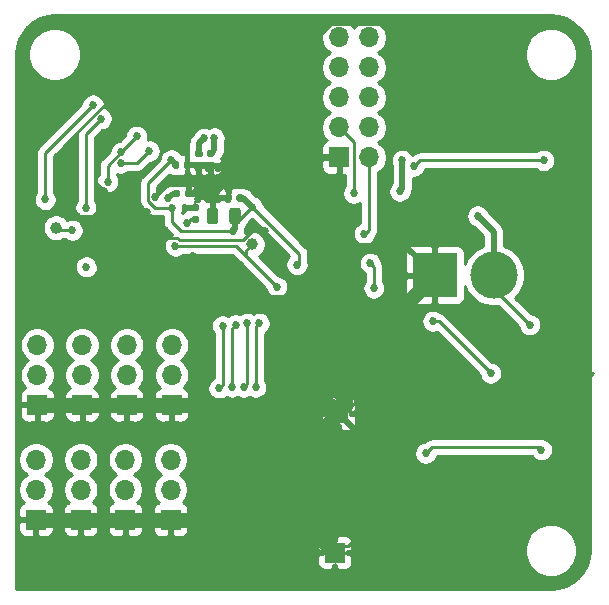
<source format=gbl>
G04 #@! TF.GenerationSoftware,KiCad,Pcbnew,5.1.6*
G04 #@! TF.CreationDate,2020-08-22T22:17:50-04:00*
G04 #@! TF.ProjectId,ball-spider,62616c6c-2d73-4706-9964-65722e6b6963,rev?*
G04 #@! TF.SameCoordinates,Original*
G04 #@! TF.FileFunction,Copper,L2,Bot*
G04 #@! TF.FilePolarity,Positive*
%FSLAX46Y46*%
G04 Gerber Fmt 4.6, Leading zero omitted, Abs format (unit mm)*
G04 Created by KiCad (PCBNEW 5.1.6) date 2020-08-22 22:17:50*
%MOMM*%
%LPD*%
G01*
G04 APERTURE LIST*
G04 #@! TA.AperFunction,Conductor*
%ADD10R,1.680000X1.680000*%
G04 #@! TD*
G04 #@! TA.AperFunction,ViaPad*
%ADD11C,0.500000*%
G04 #@! TD*
G04 #@! TA.AperFunction,SMDPad,CuDef*
%ADD12C,1.000000*%
G04 #@! TD*
G04 #@! TA.AperFunction,ComponentPad*
%ADD13O,1.700000X1.700000*%
G04 #@! TD*
G04 #@! TA.AperFunction,ComponentPad*
%ADD14R,1.700000X1.700000*%
G04 #@! TD*
G04 #@! TA.AperFunction,ComponentPad*
%ADD15C,4.000000*%
G04 #@! TD*
G04 #@! TA.AperFunction,ComponentPad*
%ADD16R,3.800000X3.800000*%
G04 #@! TD*
G04 #@! TA.AperFunction,ViaPad*
%ADD17C,0.685800*%
G04 #@! TD*
G04 #@! TA.AperFunction,Conductor*
%ADD18C,0.152400*%
G04 #@! TD*
G04 #@! TA.AperFunction,Conductor*
%ADD19C,0.508000*%
G04 #@! TD*
G04 #@! TA.AperFunction,Conductor*
%ADD20C,0.250000*%
G04 #@! TD*
G04 #@! TA.AperFunction,Conductor*
%ADD21C,0.500000*%
G04 #@! TD*
G04 #@! TA.AperFunction,Conductor*
%ADD22C,1.250000*%
G04 #@! TD*
G04 #@! TA.AperFunction,Conductor*
%ADD23C,0.254000*%
G04 #@! TD*
G04 APERTURE END LIST*
D10*
X58700000Y-132200000D03*
D11*
X59290000Y-132790000D03*
X58110000Y-132790000D03*
X59290000Y-131610000D03*
X58110000Y-131610000D03*
D10*
X59000000Y-120400000D03*
D11*
X59590000Y-120990000D03*
X58410000Y-120990000D03*
X59590000Y-119810000D03*
X58410000Y-119810000D03*
D12*
X51700000Y-106100000D03*
D13*
X37200000Y-124320000D03*
X37200000Y-126860000D03*
D14*
X37200000Y-129400000D03*
D13*
X33400000Y-124320000D03*
X33400000Y-126860000D03*
D14*
X33400000Y-129400000D03*
D13*
X44800000Y-124320000D03*
X44800000Y-126860000D03*
D14*
X44800000Y-129400000D03*
D13*
X40960000Y-124320000D03*
X40960000Y-126860000D03*
D14*
X40960000Y-129400000D03*
D13*
X41100000Y-114620000D03*
X41100000Y-117160000D03*
D14*
X41100000Y-119700000D03*
D13*
X37300000Y-114620000D03*
X37300000Y-117160000D03*
D14*
X37300000Y-119700000D03*
D13*
X44900000Y-114620000D03*
X44900000Y-117160000D03*
D14*
X44900000Y-119700000D03*
D13*
X33500000Y-114620000D03*
X33500000Y-117160000D03*
D14*
X33500000Y-119700000D03*
D15*
X72160000Y-108710000D03*
D16*
X67160000Y-108710000D03*
D12*
X35100000Y-104690000D03*
G04 #@! TA.AperFunction,SMDPad,CuDef*
G36*
G01*
X45910000Y-99542500D02*
X45910000Y-99197500D01*
G75*
G02*
X46057500Y-99050000I147500J0D01*
G01*
X46352500Y-99050000D01*
G75*
G02*
X46500000Y-99197500I0J-147500D01*
G01*
X46500000Y-99542500D01*
G75*
G02*
X46352500Y-99690000I-147500J0D01*
G01*
X46057500Y-99690000D01*
G75*
G02*
X45910000Y-99542500I0J147500D01*
G01*
G37*
G04 #@! TD.AperFunction*
G04 #@! TA.AperFunction,SMDPad,CuDef*
G36*
G01*
X44940000Y-99542500D02*
X44940000Y-99197500D01*
G75*
G02*
X45087500Y-99050000I147500J0D01*
G01*
X45382500Y-99050000D01*
G75*
G02*
X45530000Y-99197500I0J-147500D01*
G01*
X45530000Y-99542500D01*
G75*
G02*
X45382500Y-99690000I-147500J0D01*
G01*
X45087500Y-99690000D01*
G75*
G02*
X44940000Y-99542500I0J147500D01*
G01*
G37*
G04 #@! TD.AperFunction*
D13*
X61600000Y-88580000D03*
X59060000Y-88580000D03*
X61600000Y-91120000D03*
X59060000Y-91120000D03*
X61600000Y-93660000D03*
X59060000Y-93660000D03*
X61600000Y-96200000D03*
X59060000Y-96200000D03*
X61600000Y-98740000D03*
D14*
X59060000Y-98740000D03*
G04 #@! TA.AperFunction,SMDPad,CuDef*
G36*
G01*
X49990000Y-101997500D02*
X49990000Y-102342500D01*
G75*
G02*
X49842500Y-102490000I-147500J0D01*
G01*
X49547500Y-102490000D01*
G75*
G02*
X49400000Y-102342500I0J147500D01*
G01*
X49400000Y-101997500D01*
G75*
G02*
X49547500Y-101850000I147500J0D01*
G01*
X49842500Y-101850000D01*
G75*
G02*
X49990000Y-101997500I0J-147500D01*
G01*
G37*
G04 #@! TD.AperFunction*
G04 #@! TA.AperFunction,SMDPad,CuDef*
G36*
G01*
X50960000Y-101997500D02*
X50960000Y-102342500D01*
G75*
G02*
X50812500Y-102490000I-147500J0D01*
G01*
X50517500Y-102490000D01*
G75*
G02*
X50370000Y-102342500I0J147500D01*
G01*
X50370000Y-101997500D01*
G75*
G02*
X50517500Y-101850000I147500J0D01*
G01*
X50812500Y-101850000D01*
G75*
G02*
X50960000Y-101997500I0J-147500D01*
G01*
G37*
G04 #@! TD.AperFunction*
G04 #@! TA.AperFunction,SMDPad,CuDef*
G36*
G01*
X48850000Y-103243750D02*
X48850000Y-104156250D01*
G75*
G02*
X48606250Y-104400000I-243750J0D01*
G01*
X48118750Y-104400000D01*
G75*
G02*
X47875000Y-104156250I0J243750D01*
G01*
X47875000Y-103243750D01*
G75*
G02*
X48118750Y-103000000I243750J0D01*
G01*
X48606250Y-103000000D01*
G75*
G02*
X48850000Y-103243750I0J-243750D01*
G01*
G37*
G04 #@! TD.AperFunction*
G04 #@! TA.AperFunction,SMDPad,CuDef*
G36*
G01*
X50725000Y-103243750D02*
X50725000Y-104156250D01*
G75*
G02*
X50481250Y-104400000I-243750J0D01*
G01*
X49993750Y-104400000D01*
G75*
G02*
X49750000Y-104156250I0J243750D01*
G01*
X49750000Y-103243750D01*
G75*
G02*
X49993750Y-103000000I243750J0D01*
G01*
X50481250Y-103000000D01*
G75*
G02*
X50725000Y-103243750I0J-243750D01*
G01*
G37*
G04 #@! TD.AperFunction*
G04 #@! TA.AperFunction,SMDPad,CuDef*
G36*
G01*
X47072500Y-103310000D02*
X46727500Y-103310000D01*
G75*
G02*
X46580000Y-103162500I0J147500D01*
G01*
X46580000Y-102867500D01*
G75*
G02*
X46727500Y-102720000I147500J0D01*
G01*
X47072500Y-102720000D01*
G75*
G02*
X47220000Y-102867500I0J-147500D01*
G01*
X47220000Y-103162500D01*
G75*
G02*
X47072500Y-103310000I-147500J0D01*
G01*
G37*
G04 #@! TD.AperFunction*
G04 #@! TA.AperFunction,SMDPad,CuDef*
G36*
G01*
X47072500Y-104280000D02*
X46727500Y-104280000D01*
G75*
G02*
X46580000Y-104132500I0J147500D01*
G01*
X46580000Y-103837500D01*
G75*
G02*
X46727500Y-103690000I147500J0D01*
G01*
X47072500Y-103690000D01*
G75*
G02*
X47220000Y-103837500I0J-147500D01*
G01*
X47220000Y-104132500D01*
G75*
G02*
X47072500Y-104280000I-147500J0D01*
G01*
G37*
G04 #@! TD.AperFunction*
G04 #@! TA.AperFunction,SMDPad,CuDef*
G36*
G01*
X48027500Y-99090000D02*
X48372500Y-99090000D01*
G75*
G02*
X48520000Y-99237500I0J-147500D01*
G01*
X48520000Y-99532500D01*
G75*
G02*
X48372500Y-99680000I-147500J0D01*
G01*
X48027500Y-99680000D01*
G75*
G02*
X47880000Y-99532500I0J147500D01*
G01*
X47880000Y-99237500D01*
G75*
G02*
X48027500Y-99090000I147500J0D01*
G01*
G37*
G04 #@! TD.AperFunction*
G04 #@! TA.AperFunction,SMDPad,CuDef*
G36*
G01*
X48027500Y-98120000D02*
X48372500Y-98120000D01*
G75*
G02*
X48520000Y-98267500I0J-147500D01*
G01*
X48520000Y-98562500D01*
G75*
G02*
X48372500Y-98710000I-147500J0D01*
G01*
X48027500Y-98710000D01*
G75*
G02*
X47880000Y-98562500I0J147500D01*
G01*
X47880000Y-98267500D01*
G75*
G02*
X48027500Y-98120000I147500J0D01*
G01*
G37*
G04 #@! TD.AperFunction*
G04 #@! TA.AperFunction,SMDPad,CuDef*
G36*
G01*
X47027500Y-99090000D02*
X47372500Y-99090000D01*
G75*
G02*
X47520000Y-99237500I0J-147500D01*
G01*
X47520000Y-99532500D01*
G75*
G02*
X47372500Y-99680000I-147500J0D01*
G01*
X47027500Y-99680000D01*
G75*
G02*
X46880000Y-99532500I0J147500D01*
G01*
X46880000Y-99237500D01*
G75*
G02*
X47027500Y-99090000I147500J0D01*
G01*
G37*
G04 #@! TD.AperFunction*
G04 #@! TA.AperFunction,SMDPad,CuDef*
G36*
G01*
X47027500Y-98120000D02*
X47372500Y-98120000D01*
G75*
G02*
X47520000Y-98267500I0J-147500D01*
G01*
X47520000Y-98562500D01*
G75*
G02*
X47372500Y-98710000I-147500J0D01*
G01*
X47027500Y-98710000D01*
G75*
G02*
X46880000Y-98562500I0J147500D01*
G01*
X46880000Y-98267500D01*
G75*
G02*
X47027500Y-98120000I147500J0D01*
G01*
G37*
G04 #@! TD.AperFunction*
G04 #@! TA.AperFunction,SMDPad,CuDef*
G36*
G01*
X45990000Y-101972500D02*
X45990000Y-101627500D01*
G75*
G02*
X46137500Y-101480000I147500J0D01*
G01*
X46432500Y-101480000D01*
G75*
G02*
X46580000Y-101627500I0J-147500D01*
G01*
X46580000Y-101972500D01*
G75*
G02*
X46432500Y-102120000I-147500J0D01*
G01*
X46137500Y-102120000D01*
G75*
G02*
X45990000Y-101972500I0J147500D01*
G01*
G37*
G04 #@! TD.AperFunction*
G04 #@! TA.AperFunction,SMDPad,CuDef*
G36*
G01*
X45020000Y-101972500D02*
X45020000Y-101627500D01*
G75*
G02*
X45167500Y-101480000I147500J0D01*
G01*
X45462500Y-101480000D01*
G75*
G02*
X45610000Y-101627500I0J-147500D01*
G01*
X45610000Y-101972500D01*
G75*
G02*
X45462500Y-102120000I-147500J0D01*
G01*
X45167500Y-102120000D01*
G75*
G02*
X45020000Y-101972500I0J147500D01*
G01*
G37*
G04 #@! TD.AperFunction*
D17*
X48800000Y-100500000D03*
X48800000Y-102300000D03*
X48800000Y-99600000D03*
X48800000Y-101400000D03*
X48000000Y-100500000D03*
X48000000Y-102300000D03*
X48000000Y-99600000D03*
X48000000Y-101400000D03*
X49700000Y-100500000D03*
X49700000Y-102300000D03*
X49700000Y-99600000D03*
X49700000Y-101400000D03*
X47100000Y-99600000D03*
X47100000Y-100500000D03*
X45200000Y-93150000D03*
X47400000Y-94850000D03*
X43970000Y-97020000D03*
X51360000Y-94770000D03*
X51020000Y-89660000D03*
X48020000Y-89660000D03*
X47100000Y-101400000D03*
X47100000Y-102300000D03*
X36870000Y-103700008D03*
X35650000Y-98260000D03*
X36580000Y-100930000D03*
X39170000Y-101600000D03*
X50500000Y-96800000D03*
X38770000Y-107679690D03*
X58864698Y-106200000D03*
X55000000Y-104800000D03*
X64600000Y-122100000D03*
X62100000Y-115200000D03*
X63700000Y-115200000D03*
X62600000Y-117300000D03*
X62300000Y-129100000D03*
X64200000Y-133579690D03*
X61700000Y-127000000D03*
X63500000Y-127000000D03*
X57000000Y-129500000D03*
X57200000Y-117600000D03*
X76600000Y-121900000D03*
X52300000Y-109900000D03*
X70500000Y-100800000D03*
X70700000Y-94900000D03*
X80200000Y-117000000D03*
X40371374Y-96648626D03*
X46700000Y-107100000D03*
X43800000Y-106300000D03*
X43500000Y-102100000D03*
X42800000Y-103400000D03*
X52820310Y-104982710D03*
X45500000Y-111054690D03*
X51700000Y-102900000D03*
X44870000Y-98940000D03*
X37670000Y-108000000D03*
X44887692Y-102983384D03*
X39463031Y-100814677D03*
X34182500Y-102300000D03*
X55500000Y-107837500D03*
X41920310Y-96964373D03*
X40629631Y-98281634D03*
X38229991Y-94292757D03*
X50078386Y-104979690D03*
X44553799Y-102214544D03*
X47652750Y-97110240D03*
X48490860Y-97097811D03*
X46194954Y-104297690D03*
X62000000Y-109800000D03*
X61700000Y-107687500D03*
X61200000Y-105200000D03*
X66400000Y-123800000D03*
X76200000Y-123500000D03*
X60296188Y-101787720D03*
X49200000Y-113000000D03*
X48900000Y-118300000D03*
X50000000Y-118200000D03*
X50300000Y-112900000D03*
X51300000Y-112800000D03*
X51000000Y-118200000D03*
X52000000Y-118200000D03*
X52300000Y-112800000D03*
X76400000Y-99000000D03*
X65400000Y-99500000D03*
X37619310Y-103000000D03*
X38927332Y-95449920D03*
X43000000Y-98200000D03*
X40569254Y-99219254D03*
X53800000Y-109700000D03*
X45192112Y-106238507D03*
X75200000Y-112900000D03*
X64400000Y-99000000D03*
X64200000Y-101600000D03*
X70800000Y-103700000D03*
X36470000Y-104910000D03*
X67000000Y-112600000D03*
X71900000Y-117000000D03*
D18*
X46685000Y-101800000D02*
X46700000Y-101800000D01*
X46900000Y-102500000D02*
X47100000Y-102300000D01*
X46900000Y-103015000D02*
X46900000Y-102500000D01*
X48362500Y-102662500D02*
X48000000Y-102300000D01*
X48362500Y-103700000D02*
X48362500Y-102662500D01*
D19*
X46700000Y-101800000D02*
X47100000Y-101400000D01*
X46285000Y-101800000D02*
X46700000Y-101800000D01*
X48185000Y-99370000D02*
X48200000Y-99385000D01*
X46205000Y-99370000D02*
X48185000Y-99370000D01*
D18*
X45700000Y-93150000D02*
X47400000Y-94850000D01*
X45200000Y-93150000D02*
X45700000Y-93150000D01*
D20*
X35650000Y-100000000D02*
X36580000Y-100930000D01*
X35650000Y-98260000D02*
X35650000Y-100000000D01*
X39170000Y-101600000D02*
X38770000Y-102000000D01*
X38770000Y-102000000D02*
X38770000Y-103200000D01*
X38269992Y-103700008D02*
X36870000Y-103700008D01*
X38770000Y-103200000D02*
X38269992Y-103700008D01*
X51280000Y-94850000D02*
X51360000Y-94770000D01*
X47400000Y-94850000D02*
X51280000Y-94850000D01*
X49700000Y-97600000D02*
X49700000Y-99600000D01*
X50500000Y-96800000D02*
X49700000Y-97600000D01*
X40870000Y-105579690D02*
X40870000Y-105400000D01*
X48020000Y-89660000D02*
X51020000Y-89660000D01*
X59060000Y-106004698D02*
X58864698Y-106200000D01*
X59060000Y-98740000D02*
X59060000Y-106004698D01*
X36870000Y-103700008D02*
X38500008Y-103700008D01*
X40624845Y-105824845D02*
X40870000Y-105579690D01*
X38500008Y-103700008D02*
X40624845Y-105824845D01*
X38770000Y-107679690D02*
X40624845Y-105824845D01*
X56400000Y-106200000D02*
X58864698Y-106200000D01*
X55000000Y-104800000D02*
X56400000Y-106200000D01*
X50700000Y-100500000D02*
X55000000Y-104800000D01*
X49700000Y-100500000D02*
X50700000Y-100500000D01*
D21*
X64650000Y-106200000D02*
X67160000Y-108710000D01*
X58864698Y-106200000D02*
X64650000Y-106200000D01*
X60700000Y-122100000D02*
X59590000Y-120990000D01*
X64600000Y-122100000D02*
X60700000Y-122100000D01*
D20*
X63700000Y-116200000D02*
X63700000Y-115200000D01*
X62600000Y-117300000D02*
X63700000Y-116200000D01*
X59500000Y-120400000D02*
X62600000Y-117300000D01*
X59000000Y-120400000D02*
X59500000Y-120400000D01*
X59790000Y-131610000D02*
X59290000Y-131610000D01*
X62300000Y-129100000D02*
X59790000Y-131610000D01*
X58700000Y-132200000D02*
X62820310Y-132200000D01*
X62820310Y-132200000D02*
X64200000Y-133579690D01*
X63500000Y-127900000D02*
X62300000Y-129100000D01*
X63500000Y-127000000D02*
X63500000Y-127900000D01*
D22*
X58300000Y-119700000D02*
X59000000Y-120400000D01*
X33500000Y-119700000D02*
X58300000Y-119700000D01*
X55900000Y-129400000D02*
X58700000Y-132200000D01*
X33400000Y-129400000D02*
X55900000Y-129400000D01*
D20*
X64800000Y-121900000D02*
X64600000Y-122100000D01*
X76600000Y-121900000D02*
X64800000Y-121900000D01*
X63500000Y-123200000D02*
X64600000Y-122100000D01*
X63500000Y-127000000D02*
X63500000Y-123200000D01*
D22*
X59590000Y-116280000D02*
X67160000Y-108710000D01*
X59590000Y-119810000D02*
X59590000Y-116280000D01*
X58110000Y-121290000D02*
X59000000Y-120400000D01*
X58110000Y-131610000D02*
X58110000Y-121290000D01*
D20*
X52300000Y-109900000D02*
X52900000Y-110500000D01*
X54564698Y-110500000D02*
X58864698Y-106200000D01*
X52900000Y-110500000D02*
X54564698Y-110500000D01*
D21*
X70700000Y-94900000D02*
X70200000Y-94900000D01*
X62627599Y-87327599D02*
X58372401Y-87327599D01*
X70200000Y-94900000D02*
X62627599Y-87327599D01*
X58372401Y-87327599D02*
X54700000Y-91000000D01*
X54700000Y-91000000D02*
X54700000Y-97700000D01*
X55740000Y-98740000D02*
X59060000Y-98740000D01*
X54700000Y-97700000D02*
X55740000Y-98740000D01*
X70700000Y-94900000D02*
X74200000Y-94900000D01*
X74200000Y-94900000D02*
X77700000Y-98400000D01*
X77700000Y-98400000D02*
X77700000Y-99400000D01*
X76300000Y-100800000D02*
X70500000Y-100800000D01*
X77700000Y-99400000D02*
X76300000Y-100800000D01*
D20*
X76600000Y-121000000D02*
X76600000Y-121900000D01*
X80600000Y-117000000D02*
X76600000Y-121000000D01*
X41320000Y-95700000D02*
X40371374Y-96648626D01*
X38520000Y-98500000D02*
X40371374Y-96648626D01*
X43970000Y-97020000D02*
X42650000Y-95700000D01*
X39170000Y-101600000D02*
X38520000Y-100950000D01*
X42650000Y-95700000D02*
X41320000Y-95700000D01*
X38520000Y-100950000D02*
X38520000Y-98500000D01*
X35650000Y-98260000D02*
X35650000Y-97850000D01*
X40350000Y-93150000D02*
X45200000Y-93150000D01*
X35650000Y-97850000D02*
X40350000Y-93150000D01*
X49500000Y-109900000D02*
X52300000Y-109900000D01*
X46700000Y-107100000D02*
X49500000Y-109900000D01*
X44542899Y-101057101D02*
X43500000Y-102100000D01*
X47100000Y-101400000D02*
X46757101Y-101057101D01*
X46757101Y-101057101D02*
X44542899Y-101057101D01*
X40870000Y-105330000D02*
X40870000Y-105579690D01*
X42800000Y-103400000D02*
X40870000Y-105330000D01*
X51666736Y-104982710D02*
X52820310Y-104982710D01*
X50949446Y-105700000D02*
X51666736Y-104982710D01*
X45500000Y-105700000D02*
X50949446Y-105700000D01*
X45400000Y-105600000D02*
X45500000Y-105700000D01*
X44500000Y-105600000D02*
X45400000Y-105600000D01*
X43800000Y-106300000D02*
X44500000Y-105600000D01*
X43800000Y-106300000D02*
X43800000Y-109354690D01*
X43800000Y-109354690D02*
X45500000Y-111054690D01*
D19*
X45235000Y-99305000D02*
X44870000Y-98940000D01*
X45235000Y-99370000D02*
X45235000Y-99305000D01*
X50970000Y-102170000D02*
X51700000Y-102900000D01*
X50690000Y-102170000D02*
X50970000Y-102170000D01*
D20*
X51700000Y-102900000D02*
X55700000Y-106900000D01*
X55700000Y-107637500D02*
X55500000Y-107837500D01*
X55700000Y-106900000D02*
X55700000Y-107637500D01*
X40629631Y-98255052D02*
X40629631Y-98281634D01*
X41920310Y-96964373D02*
X40629631Y-98255052D01*
X39463031Y-100814677D02*
X39463031Y-99448234D01*
X39463031Y-99448234D02*
X40629631Y-98281634D01*
X34182500Y-98340248D02*
X38229991Y-94292757D01*
X34182500Y-102300000D02*
X34182500Y-98340248D01*
X50078386Y-104521614D02*
X50078386Y-104979690D01*
D19*
X50237500Y-104820576D02*
X50078386Y-104979690D01*
D20*
X44887692Y-104187692D02*
X45679690Y-104979690D01*
D19*
X50237500Y-103700000D02*
X50237500Y-104820576D01*
D20*
X44887692Y-102983384D02*
X44887692Y-104187692D01*
X51700000Y-102900000D02*
X50078386Y-104521614D01*
X45679690Y-104979690D02*
X50078386Y-104979690D01*
X42879698Y-100930302D02*
X44870000Y-98940000D01*
X44887692Y-102983384D02*
X43465336Y-102983384D01*
X43465336Y-102983384D02*
X42879698Y-102397746D01*
X42879698Y-102397746D02*
X42879698Y-100930302D01*
D19*
X45315000Y-101800000D02*
X44968343Y-101800000D01*
X44968343Y-101800000D02*
X44553799Y-102214544D01*
X47200000Y-97562990D02*
X47652750Y-97110240D01*
X47200000Y-98415000D02*
X47200000Y-97562990D01*
X48490860Y-98124140D02*
X48490860Y-97097811D01*
X48200000Y-98415000D02*
X48490860Y-98124140D01*
D23*
X46900000Y-103985000D02*
X46507644Y-103985000D01*
X46507644Y-103985000D02*
X46194954Y-104297690D01*
D20*
X62000000Y-107987500D02*
X61700000Y-107687500D01*
X62000000Y-109800000D02*
X62000000Y-107987500D01*
X61600000Y-104900000D02*
X61300000Y-105200000D01*
X61600000Y-98740000D02*
X61600000Y-104900000D01*
X66400000Y-123800000D02*
X66900000Y-123300000D01*
X76000000Y-123300000D02*
X76200000Y-123500000D01*
X66900000Y-123300000D02*
X76000000Y-123300000D01*
X60296188Y-97436188D02*
X60296188Y-101787720D01*
X59060000Y-96200000D02*
X60296188Y-97436188D01*
X49200000Y-118000000D02*
X48900000Y-118300000D01*
X49200000Y-113000000D02*
X49200000Y-118000000D01*
X50000000Y-113200000D02*
X50300000Y-112900000D01*
X50000000Y-118200000D02*
X50000000Y-113200000D01*
X51300000Y-117900000D02*
X51000000Y-118200000D01*
X51300000Y-112800000D02*
X51300000Y-117900000D01*
X52000000Y-113100000D02*
X52300000Y-112800000D01*
X52000000Y-118200000D02*
X52000000Y-113100000D01*
X65900000Y-99000000D02*
X65400000Y-99500000D01*
X76400000Y-99000000D02*
X65900000Y-99000000D01*
D23*
X37619310Y-96757942D02*
X38927332Y-95449920D01*
X37619310Y-103000000D02*
X37619310Y-96757942D01*
D20*
X40569254Y-99219254D02*
X41980746Y-99219254D01*
X41980746Y-99219254D02*
X43000000Y-98200000D01*
X50338507Y-106238507D02*
X45192112Y-106238507D01*
X51150000Y-106650000D02*
X51150000Y-107050000D01*
X51700000Y-106100000D02*
X51150000Y-106650000D01*
X51150000Y-107050000D02*
X50338507Y-106238507D01*
X53800000Y-109700000D02*
X51150000Y-107050000D01*
X72160000Y-109860000D02*
X72160000Y-108710000D01*
X75200000Y-112900000D02*
X72160000Y-109860000D01*
D21*
X64400000Y-101400000D02*
X64200000Y-101600000D01*
X64400000Y-99000000D02*
X64400000Y-101400000D01*
X72160000Y-105060000D02*
X72160000Y-108710000D01*
X70800000Y-103700000D02*
X72160000Y-105060000D01*
D23*
X35320000Y-104910000D02*
X35100000Y-104690000D01*
X36470000Y-104910000D02*
X35320000Y-104910000D01*
D20*
X67500000Y-112600000D02*
X67000000Y-112600000D01*
X71900000Y-117000000D02*
X67500000Y-112600000D01*
D23*
G36*
X77638133Y-86777180D02*
G01*
X78251969Y-86962508D01*
X78818104Y-87263528D01*
X79314996Y-87668782D01*
X79723711Y-88162833D01*
X80028680Y-88726861D01*
X80218286Y-89339379D01*
X80288800Y-90010271D01*
X80288801Y-131965204D01*
X80222820Y-132638135D01*
X80037493Y-133251967D01*
X79736472Y-133818104D01*
X79331215Y-134314999D01*
X78837167Y-134723711D01*
X78273140Y-135028680D01*
X77660620Y-135218286D01*
X76989729Y-135288800D01*
X31711200Y-135288800D01*
X31711200Y-131360000D01*
X57221928Y-131360000D01*
X57225000Y-131914250D01*
X57315450Y-132004700D01*
X57325173Y-132028174D01*
X57339225Y-132028475D01*
X57383750Y-132073000D01*
X57690373Y-132073000D01*
X57687784Y-132193836D01*
X57693948Y-132200000D01*
X57687784Y-132206164D01*
X57690373Y-132327000D01*
X57383750Y-132327000D01*
X57339225Y-132371525D01*
X57325173Y-132371826D01*
X57315511Y-132395239D01*
X57225000Y-132485750D01*
X57221928Y-133040000D01*
X57234188Y-133164482D01*
X57270498Y-133284180D01*
X57329463Y-133394494D01*
X57408815Y-133491185D01*
X57505506Y-133570537D01*
X57615820Y-133629502D01*
X57735518Y-133665812D01*
X57860000Y-133678072D01*
X58414250Y-133675000D01*
X58504700Y-133584550D01*
X58528174Y-133574827D01*
X58528475Y-133560775D01*
X58573000Y-133516250D01*
X58573000Y-133209627D01*
X58693836Y-133212216D01*
X58700000Y-133206052D01*
X58706164Y-133212216D01*
X58827000Y-133209627D01*
X58827000Y-133516250D01*
X58871525Y-133560775D01*
X58871826Y-133574827D01*
X58895239Y-133584489D01*
X58985750Y-133675000D01*
X59540000Y-133678072D01*
X59664482Y-133665812D01*
X59784180Y-133629502D01*
X59894494Y-133570537D01*
X59991185Y-133491185D01*
X60070537Y-133394494D01*
X60129502Y-133284180D01*
X60165812Y-133164482D01*
X60178072Y-133040000D01*
X60175000Y-132485750D01*
X60084550Y-132395300D01*
X60074827Y-132371826D01*
X60060775Y-132371525D01*
X60016250Y-132327000D01*
X59709627Y-132327000D01*
X59712216Y-132206164D01*
X59706052Y-132200000D01*
X59712216Y-132193836D01*
X59709627Y-132073000D01*
X60016250Y-132073000D01*
X60060775Y-132028475D01*
X60074827Y-132028174D01*
X60084489Y-132004761D01*
X60175000Y-131914250D01*
X60175744Y-131779872D01*
X74765000Y-131779872D01*
X74765000Y-132220128D01*
X74850890Y-132651925D01*
X75019369Y-133058669D01*
X75263962Y-133424729D01*
X75575271Y-133736038D01*
X75941331Y-133980631D01*
X76348075Y-134149110D01*
X76779872Y-134235000D01*
X77220128Y-134235000D01*
X77651925Y-134149110D01*
X78058669Y-133980631D01*
X78424729Y-133736038D01*
X78736038Y-133424729D01*
X78980631Y-133058669D01*
X79149110Y-132651925D01*
X79235000Y-132220128D01*
X79235000Y-131779872D01*
X79149110Y-131348075D01*
X78980631Y-130941331D01*
X78736038Y-130575271D01*
X78424729Y-130263962D01*
X78058669Y-130019369D01*
X77651925Y-129850890D01*
X77220128Y-129765000D01*
X76779872Y-129765000D01*
X76348075Y-129850890D01*
X75941331Y-130019369D01*
X75575271Y-130263962D01*
X75263962Y-130575271D01*
X75019369Y-130941331D01*
X74850890Y-131348075D01*
X74765000Y-131779872D01*
X60175744Y-131779872D01*
X60178072Y-131360000D01*
X60165812Y-131235518D01*
X60129502Y-131115820D01*
X60070537Y-131005506D01*
X59991185Y-130908815D01*
X59894494Y-130829463D01*
X59784180Y-130770498D01*
X59664482Y-130734188D01*
X59540000Y-130721928D01*
X58985750Y-130725000D01*
X58895300Y-130815450D01*
X58871826Y-130825173D01*
X58871525Y-130839225D01*
X58827000Y-130883750D01*
X58827000Y-131190373D01*
X58706164Y-131187784D01*
X58700000Y-131193948D01*
X58693836Y-131187784D01*
X58573000Y-131190373D01*
X58573000Y-130883750D01*
X58528475Y-130839225D01*
X58528174Y-130825173D01*
X58504761Y-130815511D01*
X58414250Y-130725000D01*
X57860000Y-130721928D01*
X57735518Y-130734188D01*
X57615820Y-130770498D01*
X57505506Y-130829463D01*
X57408815Y-130908815D01*
X57329463Y-131005506D01*
X57270498Y-131115820D01*
X57234188Y-131235518D01*
X57221928Y-131360000D01*
X31711200Y-131360000D01*
X31711200Y-130250000D01*
X31911928Y-130250000D01*
X31924188Y-130374482D01*
X31960498Y-130494180D01*
X32019463Y-130604494D01*
X32098815Y-130701185D01*
X32195506Y-130780537D01*
X32305820Y-130839502D01*
X32425518Y-130875812D01*
X32550000Y-130888072D01*
X33114250Y-130885000D01*
X33273000Y-130726250D01*
X33273000Y-129527000D01*
X33527000Y-129527000D01*
X33527000Y-130726250D01*
X33685750Y-130885000D01*
X34250000Y-130888072D01*
X34374482Y-130875812D01*
X34494180Y-130839502D01*
X34604494Y-130780537D01*
X34701185Y-130701185D01*
X34780537Y-130604494D01*
X34839502Y-130494180D01*
X34875812Y-130374482D01*
X34888072Y-130250000D01*
X35711928Y-130250000D01*
X35724188Y-130374482D01*
X35760498Y-130494180D01*
X35819463Y-130604494D01*
X35898815Y-130701185D01*
X35995506Y-130780537D01*
X36105820Y-130839502D01*
X36225518Y-130875812D01*
X36350000Y-130888072D01*
X36914250Y-130885000D01*
X37073000Y-130726250D01*
X37073000Y-129527000D01*
X37327000Y-129527000D01*
X37327000Y-130726250D01*
X37485750Y-130885000D01*
X38050000Y-130888072D01*
X38174482Y-130875812D01*
X38294180Y-130839502D01*
X38404494Y-130780537D01*
X38501185Y-130701185D01*
X38580537Y-130604494D01*
X38639502Y-130494180D01*
X38675812Y-130374482D01*
X38688072Y-130250000D01*
X39471928Y-130250000D01*
X39484188Y-130374482D01*
X39520498Y-130494180D01*
X39579463Y-130604494D01*
X39658815Y-130701185D01*
X39755506Y-130780537D01*
X39865820Y-130839502D01*
X39985518Y-130875812D01*
X40110000Y-130888072D01*
X40674250Y-130885000D01*
X40833000Y-130726250D01*
X40833000Y-129527000D01*
X41087000Y-129527000D01*
X41087000Y-130726250D01*
X41245750Y-130885000D01*
X41810000Y-130888072D01*
X41934482Y-130875812D01*
X42054180Y-130839502D01*
X42164494Y-130780537D01*
X42261185Y-130701185D01*
X42340537Y-130604494D01*
X42399502Y-130494180D01*
X42435812Y-130374482D01*
X42448072Y-130250000D01*
X43311928Y-130250000D01*
X43324188Y-130374482D01*
X43360498Y-130494180D01*
X43419463Y-130604494D01*
X43498815Y-130701185D01*
X43595506Y-130780537D01*
X43705820Y-130839502D01*
X43825518Y-130875812D01*
X43950000Y-130888072D01*
X44514250Y-130885000D01*
X44673000Y-130726250D01*
X44673000Y-129527000D01*
X44927000Y-129527000D01*
X44927000Y-130726250D01*
X45085750Y-130885000D01*
X45650000Y-130888072D01*
X45774482Y-130875812D01*
X45894180Y-130839502D01*
X46004494Y-130780537D01*
X46101185Y-130701185D01*
X46180537Y-130604494D01*
X46239502Y-130494180D01*
X46275812Y-130374482D01*
X46288072Y-130250000D01*
X46285000Y-129685750D01*
X46126250Y-129527000D01*
X44927000Y-129527000D01*
X44673000Y-129527000D01*
X43473750Y-129527000D01*
X43315000Y-129685750D01*
X43311928Y-130250000D01*
X42448072Y-130250000D01*
X42445000Y-129685750D01*
X42286250Y-129527000D01*
X41087000Y-129527000D01*
X40833000Y-129527000D01*
X39633750Y-129527000D01*
X39475000Y-129685750D01*
X39471928Y-130250000D01*
X38688072Y-130250000D01*
X38685000Y-129685750D01*
X38526250Y-129527000D01*
X37327000Y-129527000D01*
X37073000Y-129527000D01*
X35873750Y-129527000D01*
X35715000Y-129685750D01*
X35711928Y-130250000D01*
X34888072Y-130250000D01*
X34885000Y-129685750D01*
X34726250Y-129527000D01*
X33527000Y-129527000D01*
X33273000Y-129527000D01*
X32073750Y-129527000D01*
X31915000Y-129685750D01*
X31911928Y-130250000D01*
X31711200Y-130250000D01*
X31711200Y-128550000D01*
X31911928Y-128550000D01*
X31915000Y-129114250D01*
X32073750Y-129273000D01*
X33273000Y-129273000D01*
X33273000Y-129253000D01*
X33527000Y-129253000D01*
X33527000Y-129273000D01*
X34726250Y-129273000D01*
X34885000Y-129114250D01*
X34888072Y-128550000D01*
X35711928Y-128550000D01*
X35715000Y-129114250D01*
X35873750Y-129273000D01*
X37073000Y-129273000D01*
X37073000Y-129253000D01*
X37327000Y-129253000D01*
X37327000Y-129273000D01*
X38526250Y-129273000D01*
X38685000Y-129114250D01*
X38688072Y-128550000D01*
X39471928Y-128550000D01*
X39475000Y-129114250D01*
X39633750Y-129273000D01*
X40833000Y-129273000D01*
X40833000Y-129253000D01*
X41087000Y-129253000D01*
X41087000Y-129273000D01*
X42286250Y-129273000D01*
X42445000Y-129114250D01*
X42448072Y-128550000D01*
X43311928Y-128550000D01*
X43315000Y-129114250D01*
X43473750Y-129273000D01*
X44673000Y-129273000D01*
X44673000Y-129253000D01*
X44927000Y-129253000D01*
X44927000Y-129273000D01*
X46126250Y-129273000D01*
X46285000Y-129114250D01*
X46288072Y-128550000D01*
X46275812Y-128425518D01*
X46239502Y-128305820D01*
X46180537Y-128195506D01*
X46101185Y-128098815D01*
X46004494Y-128019463D01*
X45894180Y-127960498D01*
X45821620Y-127938487D01*
X45953475Y-127806632D01*
X46115990Y-127563411D01*
X46227932Y-127293158D01*
X46285000Y-127006260D01*
X46285000Y-126713740D01*
X46227932Y-126426842D01*
X46115990Y-126156589D01*
X45953475Y-125913368D01*
X45746632Y-125706525D01*
X45572240Y-125590000D01*
X45746632Y-125473475D01*
X45953475Y-125266632D01*
X46115990Y-125023411D01*
X46227932Y-124753158D01*
X46285000Y-124466260D01*
X46285000Y-124173740D01*
X46227932Y-123886842D01*
X46152067Y-123703685D01*
X65422100Y-123703685D01*
X65422100Y-123896315D01*
X65459680Y-124085243D01*
X65533396Y-124263210D01*
X65640415Y-124423375D01*
X65776625Y-124559585D01*
X65936790Y-124666604D01*
X66114757Y-124740320D01*
X66303685Y-124777900D01*
X66496315Y-124777900D01*
X66685243Y-124740320D01*
X66863210Y-124666604D01*
X67023375Y-124559585D01*
X67159585Y-124423375D01*
X67266604Y-124263210D01*
X67340320Y-124085243D01*
X67345341Y-124060000D01*
X75398069Y-124060000D01*
X75440415Y-124123375D01*
X75576625Y-124259585D01*
X75736790Y-124366604D01*
X75914757Y-124440320D01*
X76103685Y-124477900D01*
X76296315Y-124477900D01*
X76485243Y-124440320D01*
X76663210Y-124366604D01*
X76823375Y-124259585D01*
X76959585Y-124123375D01*
X77066604Y-123963210D01*
X77140320Y-123785243D01*
X77177900Y-123596315D01*
X77177900Y-123403685D01*
X77140320Y-123214757D01*
X77066604Y-123036790D01*
X76959585Y-122876625D01*
X76823375Y-122740415D01*
X76663210Y-122633396D01*
X76485243Y-122559680D01*
X76296315Y-122522100D01*
X76103685Y-122522100D01*
X76021520Y-122538444D01*
X76000000Y-122536324D01*
X75962678Y-122540000D01*
X66937325Y-122540000D01*
X66900000Y-122536324D01*
X66862675Y-122540000D01*
X66862667Y-122540000D01*
X66751014Y-122550997D01*
X66607753Y-122594454D01*
X66475724Y-122665026D01*
X66359999Y-122759999D01*
X66336196Y-122789003D01*
X66302953Y-122822246D01*
X66114757Y-122859680D01*
X65936790Y-122933396D01*
X65776625Y-123040415D01*
X65640415Y-123176625D01*
X65533396Y-123336790D01*
X65459680Y-123514757D01*
X65422100Y-123703685D01*
X46152067Y-123703685D01*
X46115990Y-123616589D01*
X45953475Y-123373368D01*
X45746632Y-123166525D01*
X45503411Y-123004010D01*
X45233158Y-122892068D01*
X44946260Y-122835000D01*
X44653740Y-122835000D01*
X44366842Y-122892068D01*
X44096589Y-123004010D01*
X43853368Y-123166525D01*
X43646525Y-123373368D01*
X43484010Y-123616589D01*
X43372068Y-123886842D01*
X43315000Y-124173740D01*
X43315000Y-124466260D01*
X43372068Y-124753158D01*
X43484010Y-125023411D01*
X43646525Y-125266632D01*
X43853368Y-125473475D01*
X44027760Y-125590000D01*
X43853368Y-125706525D01*
X43646525Y-125913368D01*
X43484010Y-126156589D01*
X43372068Y-126426842D01*
X43315000Y-126713740D01*
X43315000Y-127006260D01*
X43372068Y-127293158D01*
X43484010Y-127563411D01*
X43646525Y-127806632D01*
X43778380Y-127938487D01*
X43705820Y-127960498D01*
X43595506Y-128019463D01*
X43498815Y-128098815D01*
X43419463Y-128195506D01*
X43360498Y-128305820D01*
X43324188Y-128425518D01*
X43311928Y-128550000D01*
X42448072Y-128550000D01*
X42435812Y-128425518D01*
X42399502Y-128305820D01*
X42340537Y-128195506D01*
X42261185Y-128098815D01*
X42164494Y-128019463D01*
X42054180Y-127960498D01*
X41981620Y-127938487D01*
X42113475Y-127806632D01*
X42275990Y-127563411D01*
X42387932Y-127293158D01*
X42445000Y-127006260D01*
X42445000Y-126713740D01*
X42387932Y-126426842D01*
X42275990Y-126156589D01*
X42113475Y-125913368D01*
X41906632Y-125706525D01*
X41732240Y-125590000D01*
X41906632Y-125473475D01*
X42113475Y-125266632D01*
X42275990Y-125023411D01*
X42387932Y-124753158D01*
X42445000Y-124466260D01*
X42445000Y-124173740D01*
X42387932Y-123886842D01*
X42275990Y-123616589D01*
X42113475Y-123373368D01*
X41906632Y-123166525D01*
X41663411Y-123004010D01*
X41393158Y-122892068D01*
X41106260Y-122835000D01*
X40813740Y-122835000D01*
X40526842Y-122892068D01*
X40256589Y-123004010D01*
X40013368Y-123166525D01*
X39806525Y-123373368D01*
X39644010Y-123616589D01*
X39532068Y-123886842D01*
X39475000Y-124173740D01*
X39475000Y-124466260D01*
X39532068Y-124753158D01*
X39644010Y-125023411D01*
X39806525Y-125266632D01*
X40013368Y-125473475D01*
X40187760Y-125590000D01*
X40013368Y-125706525D01*
X39806525Y-125913368D01*
X39644010Y-126156589D01*
X39532068Y-126426842D01*
X39475000Y-126713740D01*
X39475000Y-127006260D01*
X39532068Y-127293158D01*
X39644010Y-127563411D01*
X39806525Y-127806632D01*
X39938380Y-127938487D01*
X39865820Y-127960498D01*
X39755506Y-128019463D01*
X39658815Y-128098815D01*
X39579463Y-128195506D01*
X39520498Y-128305820D01*
X39484188Y-128425518D01*
X39471928Y-128550000D01*
X38688072Y-128550000D01*
X38675812Y-128425518D01*
X38639502Y-128305820D01*
X38580537Y-128195506D01*
X38501185Y-128098815D01*
X38404494Y-128019463D01*
X38294180Y-127960498D01*
X38221620Y-127938487D01*
X38353475Y-127806632D01*
X38515990Y-127563411D01*
X38627932Y-127293158D01*
X38685000Y-127006260D01*
X38685000Y-126713740D01*
X38627932Y-126426842D01*
X38515990Y-126156589D01*
X38353475Y-125913368D01*
X38146632Y-125706525D01*
X37972240Y-125590000D01*
X38146632Y-125473475D01*
X38353475Y-125266632D01*
X38515990Y-125023411D01*
X38627932Y-124753158D01*
X38685000Y-124466260D01*
X38685000Y-124173740D01*
X38627932Y-123886842D01*
X38515990Y-123616589D01*
X38353475Y-123373368D01*
X38146632Y-123166525D01*
X37903411Y-123004010D01*
X37633158Y-122892068D01*
X37346260Y-122835000D01*
X37053740Y-122835000D01*
X36766842Y-122892068D01*
X36496589Y-123004010D01*
X36253368Y-123166525D01*
X36046525Y-123373368D01*
X35884010Y-123616589D01*
X35772068Y-123886842D01*
X35715000Y-124173740D01*
X35715000Y-124466260D01*
X35772068Y-124753158D01*
X35884010Y-125023411D01*
X36046525Y-125266632D01*
X36253368Y-125473475D01*
X36427760Y-125590000D01*
X36253368Y-125706525D01*
X36046525Y-125913368D01*
X35884010Y-126156589D01*
X35772068Y-126426842D01*
X35715000Y-126713740D01*
X35715000Y-127006260D01*
X35772068Y-127293158D01*
X35884010Y-127563411D01*
X36046525Y-127806632D01*
X36178380Y-127938487D01*
X36105820Y-127960498D01*
X35995506Y-128019463D01*
X35898815Y-128098815D01*
X35819463Y-128195506D01*
X35760498Y-128305820D01*
X35724188Y-128425518D01*
X35711928Y-128550000D01*
X34888072Y-128550000D01*
X34875812Y-128425518D01*
X34839502Y-128305820D01*
X34780537Y-128195506D01*
X34701185Y-128098815D01*
X34604494Y-128019463D01*
X34494180Y-127960498D01*
X34421620Y-127938487D01*
X34553475Y-127806632D01*
X34715990Y-127563411D01*
X34827932Y-127293158D01*
X34885000Y-127006260D01*
X34885000Y-126713740D01*
X34827932Y-126426842D01*
X34715990Y-126156589D01*
X34553475Y-125913368D01*
X34346632Y-125706525D01*
X34172240Y-125590000D01*
X34346632Y-125473475D01*
X34553475Y-125266632D01*
X34715990Y-125023411D01*
X34827932Y-124753158D01*
X34885000Y-124466260D01*
X34885000Y-124173740D01*
X34827932Y-123886842D01*
X34715990Y-123616589D01*
X34553475Y-123373368D01*
X34346632Y-123166525D01*
X34103411Y-123004010D01*
X33833158Y-122892068D01*
X33546260Y-122835000D01*
X33253740Y-122835000D01*
X32966842Y-122892068D01*
X32696589Y-123004010D01*
X32453368Y-123166525D01*
X32246525Y-123373368D01*
X32084010Y-123616589D01*
X31972068Y-123886842D01*
X31915000Y-124173740D01*
X31915000Y-124466260D01*
X31972068Y-124753158D01*
X32084010Y-125023411D01*
X32246525Y-125266632D01*
X32453368Y-125473475D01*
X32627760Y-125590000D01*
X32453368Y-125706525D01*
X32246525Y-125913368D01*
X32084010Y-126156589D01*
X31972068Y-126426842D01*
X31915000Y-126713740D01*
X31915000Y-127006260D01*
X31972068Y-127293158D01*
X32084010Y-127563411D01*
X32246525Y-127806632D01*
X32378380Y-127938487D01*
X32305820Y-127960498D01*
X32195506Y-128019463D01*
X32098815Y-128098815D01*
X32019463Y-128195506D01*
X31960498Y-128305820D01*
X31924188Y-128425518D01*
X31911928Y-128550000D01*
X31711200Y-128550000D01*
X31711200Y-120550000D01*
X32011928Y-120550000D01*
X32024188Y-120674482D01*
X32060498Y-120794180D01*
X32119463Y-120904494D01*
X32198815Y-121001185D01*
X32295506Y-121080537D01*
X32405820Y-121139502D01*
X32525518Y-121175812D01*
X32650000Y-121188072D01*
X33214250Y-121185000D01*
X33373000Y-121026250D01*
X33373000Y-119827000D01*
X33627000Y-119827000D01*
X33627000Y-121026250D01*
X33785750Y-121185000D01*
X34350000Y-121188072D01*
X34474482Y-121175812D01*
X34594180Y-121139502D01*
X34704494Y-121080537D01*
X34801185Y-121001185D01*
X34880537Y-120904494D01*
X34939502Y-120794180D01*
X34975812Y-120674482D01*
X34988072Y-120550000D01*
X35811928Y-120550000D01*
X35824188Y-120674482D01*
X35860498Y-120794180D01*
X35919463Y-120904494D01*
X35998815Y-121001185D01*
X36095506Y-121080537D01*
X36205820Y-121139502D01*
X36325518Y-121175812D01*
X36450000Y-121188072D01*
X37014250Y-121185000D01*
X37173000Y-121026250D01*
X37173000Y-119827000D01*
X37427000Y-119827000D01*
X37427000Y-121026250D01*
X37585750Y-121185000D01*
X38150000Y-121188072D01*
X38274482Y-121175812D01*
X38394180Y-121139502D01*
X38504494Y-121080537D01*
X38601185Y-121001185D01*
X38680537Y-120904494D01*
X38739502Y-120794180D01*
X38775812Y-120674482D01*
X38788072Y-120550000D01*
X39611928Y-120550000D01*
X39624188Y-120674482D01*
X39660498Y-120794180D01*
X39719463Y-120904494D01*
X39798815Y-121001185D01*
X39895506Y-121080537D01*
X40005820Y-121139502D01*
X40125518Y-121175812D01*
X40250000Y-121188072D01*
X40814250Y-121185000D01*
X40973000Y-121026250D01*
X40973000Y-119827000D01*
X41227000Y-119827000D01*
X41227000Y-121026250D01*
X41385750Y-121185000D01*
X41950000Y-121188072D01*
X42074482Y-121175812D01*
X42194180Y-121139502D01*
X42304494Y-121080537D01*
X42401185Y-121001185D01*
X42480537Y-120904494D01*
X42539502Y-120794180D01*
X42575812Y-120674482D01*
X42588072Y-120550000D01*
X43411928Y-120550000D01*
X43424188Y-120674482D01*
X43460498Y-120794180D01*
X43519463Y-120904494D01*
X43598815Y-121001185D01*
X43695506Y-121080537D01*
X43805820Y-121139502D01*
X43925518Y-121175812D01*
X44050000Y-121188072D01*
X44614250Y-121185000D01*
X44773000Y-121026250D01*
X44773000Y-119827000D01*
X45027000Y-119827000D01*
X45027000Y-121026250D01*
X45185750Y-121185000D01*
X45750000Y-121188072D01*
X45874482Y-121175812D01*
X45994180Y-121139502D01*
X46104494Y-121080537D01*
X46201185Y-121001185D01*
X46280537Y-120904494D01*
X46339502Y-120794180D01*
X46375812Y-120674482D01*
X46388072Y-120550000D01*
X46385000Y-119985750D01*
X46226250Y-119827000D01*
X45027000Y-119827000D01*
X44773000Y-119827000D01*
X43573750Y-119827000D01*
X43415000Y-119985750D01*
X43411928Y-120550000D01*
X42588072Y-120550000D01*
X42585000Y-119985750D01*
X42426250Y-119827000D01*
X41227000Y-119827000D01*
X40973000Y-119827000D01*
X39773750Y-119827000D01*
X39615000Y-119985750D01*
X39611928Y-120550000D01*
X38788072Y-120550000D01*
X38785000Y-119985750D01*
X38626250Y-119827000D01*
X37427000Y-119827000D01*
X37173000Y-119827000D01*
X35973750Y-119827000D01*
X35815000Y-119985750D01*
X35811928Y-120550000D01*
X34988072Y-120550000D01*
X34985000Y-119985750D01*
X34826250Y-119827000D01*
X33627000Y-119827000D01*
X33373000Y-119827000D01*
X32173750Y-119827000D01*
X32015000Y-119985750D01*
X32011928Y-120550000D01*
X31711200Y-120550000D01*
X31711200Y-118850000D01*
X32011928Y-118850000D01*
X32015000Y-119414250D01*
X32173750Y-119573000D01*
X33373000Y-119573000D01*
X33373000Y-119553000D01*
X33627000Y-119553000D01*
X33627000Y-119573000D01*
X34826250Y-119573000D01*
X34985000Y-119414250D01*
X34988072Y-118850000D01*
X35811928Y-118850000D01*
X35815000Y-119414250D01*
X35973750Y-119573000D01*
X37173000Y-119573000D01*
X37173000Y-119553000D01*
X37427000Y-119553000D01*
X37427000Y-119573000D01*
X38626250Y-119573000D01*
X38785000Y-119414250D01*
X38788072Y-118850000D01*
X39611928Y-118850000D01*
X39615000Y-119414250D01*
X39773750Y-119573000D01*
X40973000Y-119573000D01*
X40973000Y-119553000D01*
X41227000Y-119553000D01*
X41227000Y-119573000D01*
X42426250Y-119573000D01*
X42585000Y-119414250D01*
X42588072Y-118850000D01*
X43411928Y-118850000D01*
X43415000Y-119414250D01*
X43573750Y-119573000D01*
X44773000Y-119573000D01*
X44773000Y-119553000D01*
X45027000Y-119553000D01*
X45027000Y-119573000D01*
X46226250Y-119573000D01*
X46239250Y-119560000D01*
X57521928Y-119560000D01*
X57525000Y-120114250D01*
X57615450Y-120204700D01*
X57625173Y-120228174D01*
X57639225Y-120228475D01*
X57683750Y-120273000D01*
X57990373Y-120273000D01*
X57987784Y-120393836D01*
X57993948Y-120400000D01*
X57987784Y-120406164D01*
X57990373Y-120527000D01*
X57683750Y-120527000D01*
X57639225Y-120571525D01*
X57625173Y-120571826D01*
X57615511Y-120595239D01*
X57525000Y-120685750D01*
X57521928Y-121240000D01*
X57534188Y-121364482D01*
X57570498Y-121484180D01*
X57629463Y-121594494D01*
X57708815Y-121691185D01*
X57805506Y-121770537D01*
X57915820Y-121829502D01*
X58035518Y-121865812D01*
X58160000Y-121878072D01*
X58714250Y-121875000D01*
X58804700Y-121784550D01*
X58828174Y-121774827D01*
X58828475Y-121760775D01*
X58873000Y-121716250D01*
X58873000Y-121409627D01*
X58993836Y-121412216D01*
X59000000Y-121406052D01*
X59006164Y-121412216D01*
X59127000Y-121409627D01*
X59127000Y-121716250D01*
X59171525Y-121760775D01*
X59171826Y-121774827D01*
X59195239Y-121784489D01*
X59285750Y-121875000D01*
X59840000Y-121878072D01*
X59964482Y-121865812D01*
X60084180Y-121829502D01*
X60194494Y-121770537D01*
X60291185Y-121691185D01*
X60370537Y-121594494D01*
X60429502Y-121484180D01*
X60465812Y-121364482D01*
X60478072Y-121240000D01*
X60475000Y-120685750D01*
X60384550Y-120595300D01*
X60374827Y-120571826D01*
X60360775Y-120571525D01*
X60316250Y-120527000D01*
X60009627Y-120527000D01*
X60012216Y-120406164D01*
X60006052Y-120400000D01*
X60012216Y-120393836D01*
X60009627Y-120273000D01*
X60316250Y-120273000D01*
X60360775Y-120228475D01*
X60374827Y-120228174D01*
X60384489Y-120204761D01*
X60475000Y-120114250D01*
X60478072Y-119560000D01*
X60465812Y-119435518D01*
X60429502Y-119315820D01*
X60370537Y-119205506D01*
X60291185Y-119108815D01*
X60194494Y-119029463D01*
X60084180Y-118970498D01*
X59964482Y-118934188D01*
X59840000Y-118921928D01*
X59285750Y-118925000D01*
X59195300Y-119015450D01*
X59171826Y-119025173D01*
X59171525Y-119039225D01*
X59127000Y-119083750D01*
X59127000Y-119390373D01*
X59006164Y-119387784D01*
X59000000Y-119393948D01*
X58993836Y-119387784D01*
X58873000Y-119390373D01*
X58873000Y-119083750D01*
X58828475Y-119039225D01*
X58828174Y-119025173D01*
X58804761Y-119015511D01*
X58714250Y-118925000D01*
X58160000Y-118921928D01*
X58035518Y-118934188D01*
X57915820Y-118970498D01*
X57805506Y-119029463D01*
X57708815Y-119108815D01*
X57629463Y-119205506D01*
X57570498Y-119315820D01*
X57534188Y-119435518D01*
X57521928Y-119560000D01*
X46239250Y-119560000D01*
X46385000Y-119414250D01*
X46388072Y-118850000D01*
X46375812Y-118725518D01*
X46339502Y-118605820D01*
X46280537Y-118495506D01*
X46201185Y-118398815D01*
X46104494Y-118319463D01*
X45994180Y-118260498D01*
X45921620Y-118238487D01*
X45956422Y-118203685D01*
X47922100Y-118203685D01*
X47922100Y-118396315D01*
X47959680Y-118585243D01*
X48033396Y-118763210D01*
X48140415Y-118923375D01*
X48276625Y-119059585D01*
X48436790Y-119166604D01*
X48614757Y-119240320D01*
X48803685Y-119277900D01*
X48996315Y-119277900D01*
X49185243Y-119240320D01*
X49363210Y-119166604D01*
X49523375Y-119059585D01*
X49524541Y-119058419D01*
X49536790Y-119066604D01*
X49714757Y-119140320D01*
X49903685Y-119177900D01*
X50096315Y-119177900D01*
X50285243Y-119140320D01*
X50463210Y-119066604D01*
X50500000Y-119042022D01*
X50536790Y-119066604D01*
X50714757Y-119140320D01*
X50903685Y-119177900D01*
X51096315Y-119177900D01*
X51285243Y-119140320D01*
X51463210Y-119066604D01*
X51500000Y-119042022D01*
X51536790Y-119066604D01*
X51714757Y-119140320D01*
X51903685Y-119177900D01*
X52096315Y-119177900D01*
X52285243Y-119140320D01*
X52463210Y-119066604D01*
X52623375Y-118959585D01*
X52759585Y-118823375D01*
X52866604Y-118663210D01*
X52940320Y-118485243D01*
X52977900Y-118296315D01*
X52977900Y-118103685D01*
X52940320Y-117914757D01*
X52866604Y-117736790D01*
X52760000Y-117577246D01*
X52760000Y-113667934D01*
X52763210Y-113666604D01*
X52923375Y-113559585D01*
X53059585Y-113423375D01*
X53166604Y-113263210D01*
X53240320Y-113085243D01*
X53277900Y-112896315D01*
X53277900Y-112703685D01*
X53240320Y-112514757D01*
X53235734Y-112503685D01*
X66022100Y-112503685D01*
X66022100Y-112696315D01*
X66059680Y-112885243D01*
X66133396Y-113063210D01*
X66240415Y-113223375D01*
X66376625Y-113359585D01*
X66536790Y-113466604D01*
X66714757Y-113540320D01*
X66903685Y-113577900D01*
X67096315Y-113577900D01*
X67285243Y-113540320D01*
X67342007Y-113516808D01*
X70922246Y-117097048D01*
X70959680Y-117285243D01*
X71033396Y-117463210D01*
X71140415Y-117623375D01*
X71276625Y-117759585D01*
X71436790Y-117866604D01*
X71614757Y-117940320D01*
X71803685Y-117977900D01*
X71996315Y-117977900D01*
X72185243Y-117940320D01*
X72363210Y-117866604D01*
X72523375Y-117759585D01*
X72659585Y-117623375D01*
X72766604Y-117463210D01*
X72840320Y-117285243D01*
X72877900Y-117096315D01*
X72877900Y-116903685D01*
X72840320Y-116714757D01*
X72766604Y-116536790D01*
X72659585Y-116376625D01*
X72523375Y-116240415D01*
X72363210Y-116133396D01*
X72185243Y-116059680D01*
X71997048Y-116022246D01*
X68063804Y-112089003D01*
X68040001Y-112059999D01*
X67924276Y-111965026D01*
X67792247Y-111894454D01*
X67648986Y-111850997D01*
X67632315Y-111849355D01*
X67623375Y-111840415D01*
X67463210Y-111733396D01*
X67285243Y-111659680D01*
X67096315Y-111622100D01*
X66903685Y-111622100D01*
X66714757Y-111659680D01*
X66536790Y-111733396D01*
X66376625Y-111840415D01*
X66240415Y-111976625D01*
X66133396Y-112136790D01*
X66059680Y-112314757D01*
X66022100Y-112503685D01*
X53235734Y-112503685D01*
X53166604Y-112336790D01*
X53059585Y-112176625D01*
X52923375Y-112040415D01*
X52763210Y-111933396D01*
X52585243Y-111859680D01*
X52396315Y-111822100D01*
X52203685Y-111822100D01*
X52014757Y-111859680D01*
X51836790Y-111933396D01*
X51800000Y-111957978D01*
X51763210Y-111933396D01*
X51585243Y-111859680D01*
X51396315Y-111822100D01*
X51203685Y-111822100D01*
X51014757Y-111859680D01*
X50836790Y-111933396D01*
X50716244Y-112013942D01*
X50585243Y-111959680D01*
X50396315Y-111922100D01*
X50203685Y-111922100D01*
X50014757Y-111959680D01*
X49836790Y-112033396D01*
X49676625Y-112140415D01*
X49675459Y-112141581D01*
X49663210Y-112133396D01*
X49485243Y-112059680D01*
X49296315Y-112022100D01*
X49103685Y-112022100D01*
X48914757Y-112059680D01*
X48736790Y-112133396D01*
X48576625Y-112240415D01*
X48440415Y-112376625D01*
X48333396Y-112536790D01*
X48259680Y-112714757D01*
X48222100Y-112903685D01*
X48222100Y-113096315D01*
X48259680Y-113285243D01*
X48333396Y-113463210D01*
X48440000Y-113622754D01*
X48440001Y-117432066D01*
X48436790Y-117433396D01*
X48276625Y-117540415D01*
X48140415Y-117676625D01*
X48033396Y-117836790D01*
X47959680Y-118014757D01*
X47922100Y-118203685D01*
X45956422Y-118203685D01*
X46053475Y-118106632D01*
X46215990Y-117863411D01*
X46327932Y-117593158D01*
X46385000Y-117306260D01*
X46385000Y-117013740D01*
X46327932Y-116726842D01*
X46215990Y-116456589D01*
X46053475Y-116213368D01*
X45846632Y-116006525D01*
X45672240Y-115890000D01*
X45846632Y-115773475D01*
X46053475Y-115566632D01*
X46215990Y-115323411D01*
X46327932Y-115053158D01*
X46385000Y-114766260D01*
X46385000Y-114473740D01*
X46327932Y-114186842D01*
X46215990Y-113916589D01*
X46053475Y-113673368D01*
X45846632Y-113466525D01*
X45603411Y-113304010D01*
X45333158Y-113192068D01*
X45046260Y-113135000D01*
X44753740Y-113135000D01*
X44466842Y-113192068D01*
X44196589Y-113304010D01*
X43953368Y-113466525D01*
X43746525Y-113673368D01*
X43584010Y-113916589D01*
X43472068Y-114186842D01*
X43415000Y-114473740D01*
X43415000Y-114766260D01*
X43472068Y-115053158D01*
X43584010Y-115323411D01*
X43746525Y-115566632D01*
X43953368Y-115773475D01*
X44127760Y-115890000D01*
X43953368Y-116006525D01*
X43746525Y-116213368D01*
X43584010Y-116456589D01*
X43472068Y-116726842D01*
X43415000Y-117013740D01*
X43415000Y-117306260D01*
X43472068Y-117593158D01*
X43584010Y-117863411D01*
X43746525Y-118106632D01*
X43878380Y-118238487D01*
X43805820Y-118260498D01*
X43695506Y-118319463D01*
X43598815Y-118398815D01*
X43519463Y-118495506D01*
X43460498Y-118605820D01*
X43424188Y-118725518D01*
X43411928Y-118850000D01*
X42588072Y-118850000D01*
X42575812Y-118725518D01*
X42539502Y-118605820D01*
X42480537Y-118495506D01*
X42401185Y-118398815D01*
X42304494Y-118319463D01*
X42194180Y-118260498D01*
X42121620Y-118238487D01*
X42253475Y-118106632D01*
X42415990Y-117863411D01*
X42527932Y-117593158D01*
X42585000Y-117306260D01*
X42585000Y-117013740D01*
X42527932Y-116726842D01*
X42415990Y-116456589D01*
X42253475Y-116213368D01*
X42046632Y-116006525D01*
X41872240Y-115890000D01*
X42046632Y-115773475D01*
X42253475Y-115566632D01*
X42415990Y-115323411D01*
X42527932Y-115053158D01*
X42585000Y-114766260D01*
X42585000Y-114473740D01*
X42527932Y-114186842D01*
X42415990Y-113916589D01*
X42253475Y-113673368D01*
X42046632Y-113466525D01*
X41803411Y-113304010D01*
X41533158Y-113192068D01*
X41246260Y-113135000D01*
X40953740Y-113135000D01*
X40666842Y-113192068D01*
X40396589Y-113304010D01*
X40153368Y-113466525D01*
X39946525Y-113673368D01*
X39784010Y-113916589D01*
X39672068Y-114186842D01*
X39615000Y-114473740D01*
X39615000Y-114766260D01*
X39672068Y-115053158D01*
X39784010Y-115323411D01*
X39946525Y-115566632D01*
X40153368Y-115773475D01*
X40327760Y-115890000D01*
X40153368Y-116006525D01*
X39946525Y-116213368D01*
X39784010Y-116456589D01*
X39672068Y-116726842D01*
X39615000Y-117013740D01*
X39615000Y-117306260D01*
X39672068Y-117593158D01*
X39784010Y-117863411D01*
X39946525Y-118106632D01*
X40078380Y-118238487D01*
X40005820Y-118260498D01*
X39895506Y-118319463D01*
X39798815Y-118398815D01*
X39719463Y-118495506D01*
X39660498Y-118605820D01*
X39624188Y-118725518D01*
X39611928Y-118850000D01*
X38788072Y-118850000D01*
X38775812Y-118725518D01*
X38739502Y-118605820D01*
X38680537Y-118495506D01*
X38601185Y-118398815D01*
X38504494Y-118319463D01*
X38394180Y-118260498D01*
X38321620Y-118238487D01*
X38453475Y-118106632D01*
X38615990Y-117863411D01*
X38727932Y-117593158D01*
X38785000Y-117306260D01*
X38785000Y-117013740D01*
X38727932Y-116726842D01*
X38615990Y-116456589D01*
X38453475Y-116213368D01*
X38246632Y-116006525D01*
X38072240Y-115890000D01*
X38246632Y-115773475D01*
X38453475Y-115566632D01*
X38615990Y-115323411D01*
X38727932Y-115053158D01*
X38785000Y-114766260D01*
X38785000Y-114473740D01*
X38727932Y-114186842D01*
X38615990Y-113916589D01*
X38453475Y-113673368D01*
X38246632Y-113466525D01*
X38003411Y-113304010D01*
X37733158Y-113192068D01*
X37446260Y-113135000D01*
X37153740Y-113135000D01*
X36866842Y-113192068D01*
X36596589Y-113304010D01*
X36353368Y-113466525D01*
X36146525Y-113673368D01*
X35984010Y-113916589D01*
X35872068Y-114186842D01*
X35815000Y-114473740D01*
X35815000Y-114766260D01*
X35872068Y-115053158D01*
X35984010Y-115323411D01*
X36146525Y-115566632D01*
X36353368Y-115773475D01*
X36527760Y-115890000D01*
X36353368Y-116006525D01*
X36146525Y-116213368D01*
X35984010Y-116456589D01*
X35872068Y-116726842D01*
X35815000Y-117013740D01*
X35815000Y-117306260D01*
X35872068Y-117593158D01*
X35984010Y-117863411D01*
X36146525Y-118106632D01*
X36278380Y-118238487D01*
X36205820Y-118260498D01*
X36095506Y-118319463D01*
X35998815Y-118398815D01*
X35919463Y-118495506D01*
X35860498Y-118605820D01*
X35824188Y-118725518D01*
X35811928Y-118850000D01*
X34988072Y-118850000D01*
X34975812Y-118725518D01*
X34939502Y-118605820D01*
X34880537Y-118495506D01*
X34801185Y-118398815D01*
X34704494Y-118319463D01*
X34594180Y-118260498D01*
X34521620Y-118238487D01*
X34653475Y-118106632D01*
X34815990Y-117863411D01*
X34927932Y-117593158D01*
X34985000Y-117306260D01*
X34985000Y-117013740D01*
X34927932Y-116726842D01*
X34815990Y-116456589D01*
X34653475Y-116213368D01*
X34446632Y-116006525D01*
X34272240Y-115890000D01*
X34446632Y-115773475D01*
X34653475Y-115566632D01*
X34815990Y-115323411D01*
X34927932Y-115053158D01*
X34985000Y-114766260D01*
X34985000Y-114473740D01*
X34927932Y-114186842D01*
X34815990Y-113916589D01*
X34653475Y-113673368D01*
X34446632Y-113466525D01*
X34203411Y-113304010D01*
X33933158Y-113192068D01*
X33646260Y-113135000D01*
X33353740Y-113135000D01*
X33066842Y-113192068D01*
X32796589Y-113304010D01*
X32553368Y-113466525D01*
X32346525Y-113673368D01*
X32184010Y-113916589D01*
X32072068Y-114186842D01*
X32015000Y-114473740D01*
X32015000Y-114766260D01*
X32072068Y-115053158D01*
X32184010Y-115323411D01*
X32346525Y-115566632D01*
X32553368Y-115773475D01*
X32727760Y-115890000D01*
X32553368Y-116006525D01*
X32346525Y-116213368D01*
X32184010Y-116456589D01*
X32072068Y-116726842D01*
X32015000Y-117013740D01*
X32015000Y-117306260D01*
X32072068Y-117593158D01*
X32184010Y-117863411D01*
X32346525Y-118106632D01*
X32478380Y-118238487D01*
X32405820Y-118260498D01*
X32295506Y-118319463D01*
X32198815Y-118398815D01*
X32119463Y-118495506D01*
X32060498Y-118605820D01*
X32024188Y-118725518D01*
X32011928Y-118850000D01*
X31711200Y-118850000D01*
X31711200Y-107903685D01*
X36692100Y-107903685D01*
X36692100Y-108096315D01*
X36729680Y-108285243D01*
X36803396Y-108463210D01*
X36910415Y-108623375D01*
X37046625Y-108759585D01*
X37206790Y-108866604D01*
X37384757Y-108940320D01*
X37573685Y-108977900D01*
X37766315Y-108977900D01*
X37955243Y-108940320D01*
X38133210Y-108866604D01*
X38293375Y-108759585D01*
X38429585Y-108623375D01*
X38536604Y-108463210D01*
X38610320Y-108285243D01*
X38647900Y-108096315D01*
X38647900Y-107903685D01*
X38610320Y-107714757D01*
X38536604Y-107536790D01*
X38429585Y-107376625D01*
X38293375Y-107240415D01*
X38133210Y-107133396D01*
X37955243Y-107059680D01*
X37766315Y-107022100D01*
X37573685Y-107022100D01*
X37384757Y-107059680D01*
X37206790Y-107133396D01*
X37046625Y-107240415D01*
X36910415Y-107376625D01*
X36803396Y-107536790D01*
X36729680Y-107714757D01*
X36692100Y-107903685D01*
X31711200Y-107903685D01*
X31711200Y-104578212D01*
X33965000Y-104578212D01*
X33965000Y-104801788D01*
X34008617Y-105021067D01*
X34094176Y-105227624D01*
X34218388Y-105413520D01*
X34376480Y-105571612D01*
X34562376Y-105695824D01*
X34768933Y-105781383D01*
X34988212Y-105825000D01*
X35211788Y-105825000D01*
X35431067Y-105781383D01*
X35637624Y-105695824D01*
X35673279Y-105672000D01*
X35850239Y-105672000D01*
X36006790Y-105776604D01*
X36184757Y-105850320D01*
X36373685Y-105887900D01*
X36566315Y-105887900D01*
X36755243Y-105850320D01*
X36933210Y-105776604D01*
X37093375Y-105669585D01*
X37229585Y-105533375D01*
X37336604Y-105373210D01*
X37410320Y-105195243D01*
X37447900Y-105006315D01*
X37447900Y-104813685D01*
X37410320Y-104624757D01*
X37336604Y-104446790D01*
X37229585Y-104286625D01*
X37093375Y-104150415D01*
X36933210Y-104043396D01*
X36755243Y-103969680D01*
X36566315Y-103932100D01*
X36373685Y-103932100D01*
X36184757Y-103969680D01*
X36027323Y-104034891D01*
X35981612Y-103966480D01*
X35823520Y-103808388D01*
X35637624Y-103684176D01*
X35431067Y-103598617D01*
X35211788Y-103555000D01*
X34988212Y-103555000D01*
X34768933Y-103598617D01*
X34562376Y-103684176D01*
X34376480Y-103808388D01*
X34218388Y-103966480D01*
X34094176Y-104152376D01*
X34008617Y-104358933D01*
X33965000Y-104578212D01*
X31711200Y-104578212D01*
X31711200Y-102203685D01*
X33204600Y-102203685D01*
X33204600Y-102396315D01*
X33242180Y-102585243D01*
X33315896Y-102763210D01*
X33422915Y-102923375D01*
X33559125Y-103059585D01*
X33719290Y-103166604D01*
X33897257Y-103240320D01*
X34086185Y-103277900D01*
X34278815Y-103277900D01*
X34467743Y-103240320D01*
X34645710Y-103166604D01*
X34805875Y-103059585D01*
X34942085Y-102923375D01*
X35049104Y-102763210D01*
X35122820Y-102585243D01*
X35160400Y-102396315D01*
X35160400Y-102203685D01*
X35122820Y-102014757D01*
X35049104Y-101836790D01*
X34942500Y-101677246D01*
X34942500Y-98655049D01*
X36855155Y-96742394D01*
X36853624Y-96757942D01*
X36857311Y-96795375D01*
X36857310Y-102380239D01*
X36752706Y-102536790D01*
X36678990Y-102714757D01*
X36641410Y-102903685D01*
X36641410Y-103096315D01*
X36678990Y-103285243D01*
X36752706Y-103463210D01*
X36859725Y-103623375D01*
X36995935Y-103759585D01*
X37156100Y-103866604D01*
X37334067Y-103940320D01*
X37522995Y-103977900D01*
X37715625Y-103977900D01*
X37904553Y-103940320D01*
X38082520Y-103866604D01*
X38242685Y-103759585D01*
X38378895Y-103623375D01*
X38485914Y-103463210D01*
X38559630Y-103285243D01*
X38597210Y-103096315D01*
X38597210Y-102903685D01*
X38559630Y-102714757D01*
X38485914Y-102536790D01*
X38381310Y-102380239D01*
X38381310Y-100718362D01*
X38485131Y-100718362D01*
X38485131Y-100910992D01*
X38522711Y-101099920D01*
X38596427Y-101277887D01*
X38703446Y-101438052D01*
X38839656Y-101574262D01*
X38999821Y-101681281D01*
X39177788Y-101754997D01*
X39366716Y-101792577D01*
X39559346Y-101792577D01*
X39748274Y-101754997D01*
X39926241Y-101681281D01*
X40086406Y-101574262D01*
X40222616Y-101438052D01*
X40329635Y-101277887D01*
X40403351Y-101099920D01*
X40437090Y-100930302D01*
X42116022Y-100930302D01*
X42119699Y-100967634D01*
X42119698Y-102360423D01*
X42116022Y-102397746D01*
X42119698Y-102435068D01*
X42119698Y-102435078D01*
X42130695Y-102546731D01*
X42166963Y-102666291D01*
X42174152Y-102689992D01*
X42244724Y-102822022D01*
X42263167Y-102844494D01*
X42339697Y-102937747D01*
X42368700Y-102961549D01*
X42901536Y-103494386D01*
X42925335Y-103523385D01*
X43041060Y-103618358D01*
X43173089Y-103688930D01*
X43316350Y-103732387D01*
X43428003Y-103743384D01*
X43428012Y-103743384D01*
X43465335Y-103747060D01*
X43502658Y-103743384D01*
X44127693Y-103743384D01*
X44127693Y-104150360D01*
X44124016Y-104187692D01*
X44127693Y-104225025D01*
X44138690Y-104336678D01*
X44144647Y-104356315D01*
X44182146Y-104479938D01*
X44252718Y-104611968D01*
X44315103Y-104687983D01*
X44347692Y-104727693D01*
X44376690Y-104751491D01*
X44920645Y-105295447D01*
X44906869Y-105298187D01*
X44728902Y-105371903D01*
X44568737Y-105478922D01*
X44432527Y-105615132D01*
X44325508Y-105775297D01*
X44251792Y-105953264D01*
X44214212Y-106142192D01*
X44214212Y-106334822D01*
X44251792Y-106523750D01*
X44325508Y-106701717D01*
X44432527Y-106861882D01*
X44568737Y-106998092D01*
X44728902Y-107105111D01*
X44906869Y-107178827D01*
X45095797Y-107216407D01*
X45288427Y-107216407D01*
X45477355Y-107178827D01*
X45655322Y-107105111D01*
X45814866Y-106998507D01*
X50023705Y-106998507D01*
X50586205Y-107561008D01*
X50609999Y-107590001D01*
X50638990Y-107613793D01*
X50638996Y-107613799D01*
X50639007Y-107613808D01*
X52822246Y-109797048D01*
X52859680Y-109985243D01*
X52933396Y-110163210D01*
X53040415Y-110323375D01*
X53176625Y-110459585D01*
X53336790Y-110566604D01*
X53514757Y-110640320D01*
X53703685Y-110677900D01*
X53896315Y-110677900D01*
X54085243Y-110640320D01*
X54263210Y-110566604D01*
X54423375Y-110459585D01*
X54559585Y-110323375D01*
X54666604Y-110163210D01*
X54740320Y-109985243D01*
X54777900Y-109796315D01*
X54777900Y-109603685D01*
X54740320Y-109414757D01*
X54666604Y-109236790D01*
X54559585Y-109076625D01*
X54423375Y-108940415D01*
X54263210Y-108833396D01*
X54085243Y-108759680D01*
X53897048Y-108722246D01*
X52263401Y-107088600D01*
X52423520Y-106981612D01*
X52581612Y-106823520D01*
X52705824Y-106637624D01*
X52791383Y-106431067D01*
X52835000Y-106211788D01*
X52835000Y-105988212D01*
X52791383Y-105768933D01*
X52705824Y-105562376D01*
X52581612Y-105376480D01*
X52423520Y-105218388D01*
X52237624Y-105094176D01*
X52031067Y-105008617D01*
X51811788Y-104965000D01*
X51588212Y-104965000D01*
X51368933Y-105008617D01*
X51162376Y-105094176D01*
X51063457Y-105160272D01*
X51106910Y-105017022D01*
X51113636Y-104994851D01*
X51116576Y-104965000D01*
X51126500Y-104864243D01*
X51126500Y-104864237D01*
X51130800Y-104820577D01*
X51126500Y-104776917D01*
X51126500Y-104753341D01*
X51214458Y-104646164D01*
X51295947Y-104493709D01*
X51345959Y-104328843D01*
X51700000Y-103974801D01*
X54839869Y-107114671D01*
X54740415Y-107214125D01*
X54633396Y-107374290D01*
X54559680Y-107552257D01*
X54522100Y-107741185D01*
X54522100Y-107933815D01*
X54559680Y-108122743D01*
X54633396Y-108300710D01*
X54740415Y-108460875D01*
X54876625Y-108597085D01*
X55036790Y-108704104D01*
X55214757Y-108777820D01*
X55403685Y-108815400D01*
X55596315Y-108815400D01*
X55785243Y-108777820D01*
X55963210Y-108704104D01*
X56123375Y-108597085D01*
X56259585Y-108460875D01*
X56366604Y-108300710D01*
X56440320Y-108122743D01*
X56477900Y-107933815D01*
X56477900Y-107741185D01*
X56461557Y-107659021D01*
X56463676Y-107637500D01*
X56460000Y-107600175D01*
X56460000Y-107591185D01*
X60722100Y-107591185D01*
X60722100Y-107783815D01*
X60759680Y-107972743D01*
X60833396Y-108150710D01*
X60940415Y-108310875D01*
X61076625Y-108447085D01*
X61236790Y-108554104D01*
X61240001Y-108555434D01*
X61240000Y-109177246D01*
X61133396Y-109336790D01*
X61059680Y-109514757D01*
X61022100Y-109703685D01*
X61022100Y-109896315D01*
X61059680Y-110085243D01*
X61133396Y-110263210D01*
X61240415Y-110423375D01*
X61376625Y-110559585D01*
X61536790Y-110666604D01*
X61714757Y-110740320D01*
X61903685Y-110777900D01*
X62096315Y-110777900D01*
X62285243Y-110740320D01*
X62463210Y-110666604D01*
X62547923Y-110610000D01*
X64621928Y-110610000D01*
X64634188Y-110734482D01*
X64670498Y-110854180D01*
X64729463Y-110964494D01*
X64808815Y-111061185D01*
X64905506Y-111140537D01*
X65015820Y-111199502D01*
X65135518Y-111235812D01*
X65260000Y-111248072D01*
X66874250Y-111245000D01*
X67033000Y-111086250D01*
X67033000Y-108837000D01*
X64783750Y-108837000D01*
X64625000Y-108995750D01*
X64621928Y-110610000D01*
X62547923Y-110610000D01*
X62623375Y-110559585D01*
X62759585Y-110423375D01*
X62866604Y-110263210D01*
X62940320Y-110085243D01*
X62977900Y-109896315D01*
X62977900Y-109703685D01*
X62940320Y-109514757D01*
X62866604Y-109336790D01*
X62760000Y-109177246D01*
X62760000Y-108024822D01*
X62763676Y-107987499D01*
X62760000Y-107950176D01*
X62760000Y-107950167D01*
X62749003Y-107838514D01*
X62705546Y-107695253D01*
X62677900Y-107643532D01*
X62677900Y-107591185D01*
X62640320Y-107402257D01*
X62566604Y-107224290D01*
X62459585Y-107064125D01*
X62323375Y-106927915D01*
X62163210Y-106820896D01*
X62136905Y-106810000D01*
X64621928Y-106810000D01*
X64625000Y-108424250D01*
X64783750Y-108583000D01*
X67033000Y-108583000D01*
X67033000Y-106333750D01*
X67287000Y-106333750D01*
X67287000Y-108583000D01*
X67307000Y-108583000D01*
X67307000Y-108837000D01*
X67287000Y-108837000D01*
X67287000Y-111086250D01*
X67445750Y-111245000D01*
X69060000Y-111248072D01*
X69184482Y-111235812D01*
X69304180Y-111199502D01*
X69414494Y-111140537D01*
X69511185Y-111061185D01*
X69590537Y-110964494D01*
X69649502Y-110854180D01*
X69685812Y-110734482D01*
X69698072Y-110610000D01*
X69696240Y-109647546D01*
X69824893Y-109958141D01*
X70113262Y-110389715D01*
X70480285Y-110756738D01*
X70911859Y-111045107D01*
X71391399Y-111243739D01*
X71900475Y-111345000D01*
X72419525Y-111345000D01*
X72545200Y-111320002D01*
X74222246Y-112997048D01*
X74259680Y-113185243D01*
X74333396Y-113363210D01*
X74440415Y-113523375D01*
X74576625Y-113659585D01*
X74736790Y-113766604D01*
X74914757Y-113840320D01*
X75103685Y-113877900D01*
X75296315Y-113877900D01*
X75485243Y-113840320D01*
X75663210Y-113766604D01*
X75823375Y-113659585D01*
X75959585Y-113523375D01*
X76066604Y-113363210D01*
X76140320Y-113185243D01*
X76177900Y-112996315D01*
X76177900Y-112803685D01*
X76140320Y-112614757D01*
X76066604Y-112436790D01*
X75959585Y-112276625D01*
X75823375Y-112140415D01*
X75663210Y-112033396D01*
X75485243Y-111959680D01*
X75297048Y-111922246D01*
X73985627Y-110610826D01*
X74206738Y-110389715D01*
X74495107Y-109958141D01*
X74693739Y-109478601D01*
X74795000Y-108969525D01*
X74795000Y-108450475D01*
X74693739Y-107941399D01*
X74495107Y-107461859D01*
X74206738Y-107030285D01*
X73839715Y-106663262D01*
X73408141Y-106374893D01*
X73045000Y-106224475D01*
X73045000Y-105103465D01*
X73049281Y-105059999D01*
X73045000Y-105016533D01*
X73045000Y-105016523D01*
X73032195Y-104886510D01*
X72981589Y-104719687D01*
X72899411Y-104565941D01*
X72865386Y-104524482D01*
X72816532Y-104464953D01*
X72816530Y-104464951D01*
X72788817Y-104431183D01*
X72755050Y-104403471D01*
X71721925Y-103370346D01*
X71666604Y-103236790D01*
X71559585Y-103076625D01*
X71423375Y-102940415D01*
X71263210Y-102833396D01*
X71085243Y-102759680D01*
X70896315Y-102722100D01*
X70703685Y-102722100D01*
X70514757Y-102759680D01*
X70336790Y-102833396D01*
X70176625Y-102940415D01*
X70040415Y-103076625D01*
X69933396Y-103236790D01*
X69859680Y-103414757D01*
X69822100Y-103603685D01*
X69822100Y-103796315D01*
X69859680Y-103985243D01*
X69933396Y-104163210D01*
X70040415Y-104323375D01*
X70176625Y-104459585D01*
X70336790Y-104566604D01*
X70470346Y-104621925D01*
X71275000Y-105426579D01*
X71275000Y-106224475D01*
X70911859Y-106374893D01*
X70480285Y-106663262D01*
X70113262Y-107030285D01*
X69824893Y-107461859D01*
X69696240Y-107772454D01*
X69698072Y-106810000D01*
X69685812Y-106685518D01*
X69649502Y-106565820D01*
X69590537Y-106455506D01*
X69511185Y-106358815D01*
X69414494Y-106279463D01*
X69304180Y-106220498D01*
X69184482Y-106184188D01*
X69060000Y-106171928D01*
X67445750Y-106175000D01*
X67287000Y-106333750D01*
X67033000Y-106333750D01*
X66874250Y-106175000D01*
X65260000Y-106171928D01*
X65135518Y-106184188D01*
X65015820Y-106220498D01*
X64905506Y-106279463D01*
X64808815Y-106358815D01*
X64729463Y-106455506D01*
X64670498Y-106565820D01*
X64634188Y-106685518D01*
X64621928Y-106810000D01*
X62136905Y-106810000D01*
X61985243Y-106747180D01*
X61796315Y-106709600D01*
X61603685Y-106709600D01*
X61414757Y-106747180D01*
X61236790Y-106820896D01*
X61076625Y-106927915D01*
X60940415Y-107064125D01*
X60833396Y-107224290D01*
X60759680Y-107402257D01*
X60722100Y-107591185D01*
X56460000Y-107591185D01*
X56460000Y-106937322D01*
X56463676Y-106899999D01*
X56460000Y-106862676D01*
X56460000Y-106862667D01*
X56449003Y-106751014D01*
X56405546Y-106607753D01*
X56334974Y-106475724D01*
X56240001Y-106359999D01*
X56211004Y-106336202D01*
X52677754Y-102802953D01*
X52640320Y-102614757D01*
X52566604Y-102436790D01*
X52459585Y-102276625D01*
X52323375Y-102140415D01*
X52163210Y-102033396D01*
X52039311Y-101982076D01*
X51629499Y-101572263D01*
X51601659Y-101538341D01*
X51466291Y-101427247D01*
X51311851Y-101344697D01*
X51168016Y-101301066D01*
X51113125Y-101271726D01*
X50965757Y-101227023D01*
X50812500Y-101211928D01*
X50517500Y-101211928D01*
X50364243Y-101227023D01*
X50241316Y-101264312D01*
X50234180Y-101260498D01*
X50114482Y-101224188D01*
X49990000Y-101211928D01*
X49980750Y-101215000D01*
X49822000Y-101373750D01*
X49822000Y-101640237D01*
X49791726Y-101696875D01*
X49747023Y-101844243D01*
X49731928Y-101997500D01*
X49731928Y-102317000D01*
X49568000Y-102317000D01*
X49568000Y-102297000D01*
X48923750Y-102297000D01*
X48858031Y-102362719D01*
X48850000Y-102361928D01*
X48648250Y-102365000D01*
X48489500Y-102523750D01*
X48489500Y-103573000D01*
X48509500Y-103573000D01*
X48509500Y-103827000D01*
X48489500Y-103827000D01*
X48489500Y-103847000D01*
X48235500Y-103847000D01*
X48235500Y-103827000D01*
X48215500Y-103827000D01*
X48215500Y-103573000D01*
X48235500Y-103573000D01*
X48235500Y-102523750D01*
X48076750Y-102365000D01*
X47875000Y-102361928D01*
X47754945Y-102373752D01*
X47750537Y-102365506D01*
X47671185Y-102268815D01*
X47574494Y-102189463D01*
X47464180Y-102130498D01*
X47344482Y-102094188D01*
X47220000Y-102081928D01*
X47211904Y-102082654D01*
X47056250Y-101927000D01*
X46412000Y-101927000D01*
X46412000Y-101947000D01*
X46248072Y-101947000D01*
X46248072Y-101850000D01*
X48761928Y-101850000D01*
X48765000Y-101884250D01*
X48923750Y-102043000D01*
X49568000Y-102043000D01*
X49568000Y-101373750D01*
X49409250Y-101215000D01*
X49400000Y-101211928D01*
X49275518Y-101224188D01*
X49155820Y-101260498D01*
X49045506Y-101319463D01*
X48948815Y-101398815D01*
X48869463Y-101495506D01*
X48810498Y-101605820D01*
X48774188Y-101725518D01*
X48761928Y-101850000D01*
X46248072Y-101850000D01*
X46248072Y-101627500D01*
X46232977Y-101474243D01*
X46188274Y-101326875D01*
X46158000Y-101270237D01*
X46158000Y-101003750D01*
X46412000Y-101003750D01*
X46412000Y-101673000D01*
X47056250Y-101673000D01*
X47215000Y-101514250D01*
X47218072Y-101480000D01*
X47205812Y-101355518D01*
X47169502Y-101235820D01*
X47110537Y-101125506D01*
X47031185Y-101028815D01*
X46934494Y-100949463D01*
X46824180Y-100890498D01*
X46704482Y-100854188D01*
X46580000Y-100841928D01*
X46570750Y-100845000D01*
X46412000Y-101003750D01*
X46158000Y-101003750D01*
X45999250Y-100845000D01*
X45990000Y-100841928D01*
X45865518Y-100854188D01*
X45745820Y-100890498D01*
X45738684Y-100894312D01*
X45615757Y-100857023D01*
X45462500Y-100841928D01*
X45167500Y-100841928D01*
X45014243Y-100857023D01*
X44866875Y-100901726D01*
X44832548Y-100920074D01*
X44810668Y-100922229D01*
X44794068Y-100923864D01*
X44772845Y-100930302D01*
X44626492Y-100974697D01*
X44472052Y-101057247D01*
X44336684Y-101168341D01*
X44308844Y-101202264D01*
X44214489Y-101296619D01*
X44090589Y-101347940D01*
X43930424Y-101454959D01*
X43794214Y-101591169D01*
X43687195Y-101751334D01*
X43639698Y-101866002D01*
X43639698Y-101245103D01*
X44675864Y-100208937D01*
X44786875Y-100268274D01*
X44934243Y-100312977D01*
X45087500Y-100328072D01*
X45382500Y-100328072D01*
X45535757Y-100312977D01*
X45658684Y-100275688D01*
X45665820Y-100279502D01*
X45785518Y-100315812D01*
X45910000Y-100328072D01*
X45919250Y-100325000D01*
X46078000Y-100166250D01*
X46078000Y-99899763D01*
X46108274Y-99843125D01*
X46152977Y-99695757D01*
X46154528Y-99680000D01*
X46241928Y-99680000D01*
X46254188Y-99804482D01*
X46290498Y-99924180D01*
X46332000Y-100001824D01*
X46332000Y-100166250D01*
X46490750Y-100325000D01*
X46500000Y-100328072D01*
X46624482Y-100315812D01*
X46706483Y-100290937D01*
X46755518Y-100305812D01*
X46880000Y-100318072D01*
X46914250Y-100315000D01*
X47073000Y-100156250D01*
X47073000Y-99965053D01*
X47089502Y-99934180D01*
X47125812Y-99814482D01*
X47138072Y-99690000D01*
X47137176Y-99680000D01*
X47241928Y-99680000D01*
X47254188Y-99804482D01*
X47290498Y-99924180D01*
X47327000Y-99992469D01*
X47327000Y-100156250D01*
X47485750Y-100315000D01*
X47520000Y-100318072D01*
X47644482Y-100305812D01*
X47700000Y-100288971D01*
X47755518Y-100305812D01*
X47880000Y-100318072D01*
X47914250Y-100315000D01*
X48073000Y-100156250D01*
X48073000Y-99992469D01*
X48109502Y-99924180D01*
X48145812Y-99804482D01*
X48158072Y-99680000D01*
X48155000Y-99670750D01*
X48073000Y-99588750D01*
X48073000Y-99512000D01*
X48327000Y-99512000D01*
X48327000Y-100156250D01*
X48485750Y-100315000D01*
X48520000Y-100318072D01*
X48644482Y-100305812D01*
X48764180Y-100269502D01*
X48874494Y-100210537D01*
X48971185Y-100131185D01*
X49050537Y-100034494D01*
X49109502Y-99924180D01*
X49145812Y-99804482D01*
X49158072Y-99680000D01*
X49155000Y-99670750D01*
X49074250Y-99590000D01*
X57571928Y-99590000D01*
X57584188Y-99714482D01*
X57620498Y-99834180D01*
X57679463Y-99944494D01*
X57758815Y-100041185D01*
X57855506Y-100120537D01*
X57965820Y-100179502D01*
X58085518Y-100215812D01*
X58210000Y-100228072D01*
X58774250Y-100225000D01*
X58933000Y-100066250D01*
X58933000Y-98867000D01*
X57733750Y-98867000D01*
X57575000Y-99025750D01*
X57571928Y-99590000D01*
X49074250Y-99590000D01*
X48996250Y-99512000D01*
X48327000Y-99512000D01*
X48073000Y-99512000D01*
X47327000Y-99512000D01*
X47327000Y-99588750D01*
X47245000Y-99670750D01*
X47241928Y-99680000D01*
X47137176Y-99680000D01*
X47135000Y-99655750D01*
X47073000Y-99593750D01*
X47073000Y-99512000D01*
X46991250Y-99512000D01*
X46976250Y-99497000D01*
X46332000Y-99497000D01*
X46332000Y-99583750D01*
X46245000Y-99670750D01*
X46241928Y-99680000D01*
X46154528Y-99680000D01*
X46168072Y-99542500D01*
X46168072Y-99197500D01*
X46152977Y-99044243D01*
X46108274Y-98896875D01*
X46078000Y-98840237D01*
X46078000Y-98573750D01*
X45919250Y-98415000D01*
X45910000Y-98411928D01*
X45785518Y-98424188D01*
X45715623Y-98445390D01*
X45629585Y-98316625D01*
X45580460Y-98267500D01*
X46241928Y-98267500D01*
X46241928Y-98562500D01*
X46257023Y-98715757D01*
X46294312Y-98838684D01*
X46290498Y-98845820D01*
X46254188Y-98965518D01*
X46241928Y-99090000D01*
X46245000Y-99099250D01*
X46332000Y-99186250D01*
X46332000Y-99243000D01*
X46388750Y-99243000D01*
X46403750Y-99258000D01*
X46670237Y-99258000D01*
X46726875Y-99288274D01*
X46874243Y-99332977D01*
X47027500Y-99348072D01*
X47372500Y-99348072D01*
X47525757Y-99332977D01*
X47673125Y-99288274D01*
X47700000Y-99273909D01*
X47726875Y-99288274D01*
X47874243Y-99332977D01*
X48027500Y-99348072D01*
X48372500Y-99348072D01*
X48525757Y-99332977D01*
X48673125Y-99288274D01*
X48729763Y-99258000D01*
X48996250Y-99258000D01*
X49155000Y-99099250D01*
X49158072Y-99090000D01*
X49145812Y-98965518D01*
X49109502Y-98845820D01*
X49105688Y-98838684D01*
X49135704Y-98739733D01*
X49233613Y-98620431D01*
X49316163Y-98465991D01*
X49350544Y-98352650D01*
X49366996Y-98298416D01*
X49372678Y-98240726D01*
X49379860Y-98167807D01*
X49379860Y-98167801D01*
X49384160Y-98124141D01*
X49379860Y-98080481D01*
X49379860Y-97890000D01*
X57571928Y-97890000D01*
X57575000Y-98454250D01*
X57733750Y-98613000D01*
X58933000Y-98613000D01*
X58933000Y-98593000D01*
X59187000Y-98593000D01*
X59187000Y-98613000D01*
X59207000Y-98613000D01*
X59207000Y-98867000D01*
X59187000Y-98867000D01*
X59187000Y-100066250D01*
X59345750Y-100225000D01*
X59536189Y-100226037D01*
X59536189Y-101164965D01*
X59429584Y-101324510D01*
X59355868Y-101502477D01*
X59318288Y-101691405D01*
X59318288Y-101884035D01*
X59355868Y-102072963D01*
X59429584Y-102250930D01*
X59536603Y-102411095D01*
X59672813Y-102547305D01*
X59832978Y-102654324D01*
X60010945Y-102728040D01*
X60199873Y-102765620D01*
X60392503Y-102765620D01*
X60581431Y-102728040D01*
X60759398Y-102654324D01*
X60840001Y-102600467D01*
X60840001Y-104290645D01*
X60736790Y-104333396D01*
X60576625Y-104440415D01*
X60440415Y-104576625D01*
X60333396Y-104736790D01*
X60259680Y-104914757D01*
X60222100Y-105103685D01*
X60222100Y-105296315D01*
X60259680Y-105485243D01*
X60333396Y-105663210D01*
X60440415Y-105823375D01*
X60576625Y-105959585D01*
X60736790Y-106066604D01*
X60914757Y-106140320D01*
X61103685Y-106177900D01*
X61296315Y-106177900D01*
X61485243Y-106140320D01*
X61663210Y-106066604D01*
X61823375Y-105959585D01*
X61959585Y-105823375D01*
X62066604Y-105663210D01*
X62140320Y-105485243D01*
X62152300Y-105425014D01*
X62234974Y-105324276D01*
X62305546Y-105192247D01*
X62349003Y-105048986D01*
X62360000Y-104937333D01*
X62360000Y-104937324D01*
X62363676Y-104900001D01*
X62360000Y-104862678D01*
X62360000Y-101503685D01*
X63222100Y-101503685D01*
X63222100Y-101696315D01*
X63259680Y-101885243D01*
X63333396Y-102063210D01*
X63440415Y-102223375D01*
X63576625Y-102359585D01*
X63736790Y-102466604D01*
X63914757Y-102540320D01*
X64103685Y-102577900D01*
X64296315Y-102577900D01*
X64485243Y-102540320D01*
X64663210Y-102466604D01*
X64823375Y-102359585D01*
X64959585Y-102223375D01*
X65066604Y-102063210D01*
X65133873Y-101900807D01*
X65139411Y-101894059D01*
X65221589Y-101740313D01*
X65272195Y-101573490D01*
X65285000Y-101443477D01*
X65285000Y-101443469D01*
X65289281Y-101400000D01*
X65285000Y-101356531D01*
X65285000Y-100474183D01*
X65303685Y-100477900D01*
X65496315Y-100477900D01*
X65685243Y-100440320D01*
X65863210Y-100366604D01*
X66023375Y-100259585D01*
X66159585Y-100123375D01*
X66266604Y-99963210D01*
X66340320Y-99785243D01*
X66345341Y-99760000D01*
X75777246Y-99760000D01*
X75936790Y-99866604D01*
X76114757Y-99940320D01*
X76303685Y-99977900D01*
X76496315Y-99977900D01*
X76685243Y-99940320D01*
X76863210Y-99866604D01*
X77023375Y-99759585D01*
X77159585Y-99623375D01*
X77266604Y-99463210D01*
X77340320Y-99285243D01*
X77377900Y-99096315D01*
X77377900Y-98903685D01*
X77340320Y-98714757D01*
X77266604Y-98536790D01*
X77159585Y-98376625D01*
X77023375Y-98240415D01*
X76863210Y-98133396D01*
X76685243Y-98059680D01*
X76496315Y-98022100D01*
X76303685Y-98022100D01*
X76114757Y-98059680D01*
X75936790Y-98133396D01*
X75777246Y-98240000D01*
X65937325Y-98240000D01*
X65900000Y-98236324D01*
X65862675Y-98240000D01*
X65862667Y-98240000D01*
X65751014Y-98250997D01*
X65607753Y-98294454D01*
X65475724Y-98365026D01*
X65359999Y-98459999D01*
X65336196Y-98489003D01*
X65302953Y-98522246D01*
X65262290Y-98530334D01*
X65159585Y-98376625D01*
X65023375Y-98240415D01*
X64863210Y-98133396D01*
X64685243Y-98059680D01*
X64496315Y-98022100D01*
X64303685Y-98022100D01*
X64114757Y-98059680D01*
X63936790Y-98133396D01*
X63776625Y-98240415D01*
X63640415Y-98376625D01*
X63533396Y-98536790D01*
X63459680Y-98714757D01*
X63422100Y-98903685D01*
X63422100Y-99096315D01*
X63459680Y-99285243D01*
X63515000Y-99418798D01*
X63515001Y-100902039D01*
X63440415Y-100976625D01*
X63333396Y-101136790D01*
X63259680Y-101314757D01*
X63222100Y-101503685D01*
X62360000Y-101503685D01*
X62360000Y-100018178D01*
X62546632Y-99893475D01*
X62753475Y-99686632D01*
X62915990Y-99443411D01*
X63027932Y-99173158D01*
X63085000Y-98886260D01*
X63085000Y-98593740D01*
X63027932Y-98306842D01*
X62915990Y-98036589D01*
X62753475Y-97793368D01*
X62546632Y-97586525D01*
X62372240Y-97470000D01*
X62546632Y-97353475D01*
X62753475Y-97146632D01*
X62915990Y-96903411D01*
X63027932Y-96633158D01*
X63085000Y-96346260D01*
X63085000Y-96053740D01*
X63027932Y-95766842D01*
X62915990Y-95496589D01*
X62753475Y-95253368D01*
X62546632Y-95046525D01*
X62372240Y-94930000D01*
X62546632Y-94813475D01*
X62753475Y-94606632D01*
X62915990Y-94363411D01*
X63027932Y-94093158D01*
X63085000Y-93806260D01*
X63085000Y-93513740D01*
X63027932Y-93226842D01*
X62915990Y-92956589D01*
X62753475Y-92713368D01*
X62546632Y-92506525D01*
X62372240Y-92390000D01*
X62546632Y-92273475D01*
X62753475Y-92066632D01*
X62915990Y-91823411D01*
X63027932Y-91553158D01*
X63085000Y-91266260D01*
X63085000Y-90973740D01*
X63027932Y-90686842D01*
X62915990Y-90416589D01*
X62753475Y-90173368D01*
X62546632Y-89966525D01*
X62372240Y-89850000D01*
X62477193Y-89779872D01*
X74765000Y-89779872D01*
X74765000Y-90220128D01*
X74850890Y-90651925D01*
X75019369Y-91058669D01*
X75263962Y-91424729D01*
X75575271Y-91736038D01*
X75941331Y-91980631D01*
X76348075Y-92149110D01*
X76779872Y-92235000D01*
X77220128Y-92235000D01*
X77651925Y-92149110D01*
X78058669Y-91980631D01*
X78424729Y-91736038D01*
X78736038Y-91424729D01*
X78980631Y-91058669D01*
X79149110Y-90651925D01*
X79235000Y-90220128D01*
X79235000Y-89779872D01*
X79149110Y-89348075D01*
X78980631Y-88941331D01*
X78736038Y-88575271D01*
X78424729Y-88263962D01*
X78058669Y-88019369D01*
X77651925Y-87850890D01*
X77220128Y-87765000D01*
X76779872Y-87765000D01*
X76348075Y-87850890D01*
X75941331Y-88019369D01*
X75575271Y-88263962D01*
X75263962Y-88575271D01*
X75019369Y-88941331D01*
X74850890Y-89348075D01*
X74765000Y-89779872D01*
X62477193Y-89779872D01*
X62546632Y-89733475D01*
X62753475Y-89526632D01*
X62915990Y-89283411D01*
X63027932Y-89013158D01*
X63085000Y-88726260D01*
X63085000Y-88433740D01*
X63027932Y-88146842D01*
X62915990Y-87876589D01*
X62753475Y-87633368D01*
X62546632Y-87426525D01*
X62303411Y-87264010D01*
X62033158Y-87152068D01*
X61746260Y-87095000D01*
X61453740Y-87095000D01*
X61166842Y-87152068D01*
X60896589Y-87264010D01*
X60653368Y-87426525D01*
X60446525Y-87633368D01*
X60330000Y-87807760D01*
X60213475Y-87633368D01*
X60006632Y-87426525D01*
X59763411Y-87264010D01*
X59493158Y-87152068D01*
X59206260Y-87095000D01*
X58913740Y-87095000D01*
X58626842Y-87152068D01*
X58356589Y-87264010D01*
X58113368Y-87426525D01*
X57906525Y-87633368D01*
X57744010Y-87876589D01*
X57632068Y-88146842D01*
X57575000Y-88433740D01*
X57575000Y-88726260D01*
X57632068Y-89013158D01*
X57744010Y-89283411D01*
X57906525Y-89526632D01*
X58113368Y-89733475D01*
X58287760Y-89850000D01*
X58113368Y-89966525D01*
X57906525Y-90173368D01*
X57744010Y-90416589D01*
X57632068Y-90686842D01*
X57575000Y-90973740D01*
X57575000Y-91266260D01*
X57632068Y-91553158D01*
X57744010Y-91823411D01*
X57906525Y-92066632D01*
X58113368Y-92273475D01*
X58287760Y-92390000D01*
X58113368Y-92506525D01*
X57906525Y-92713368D01*
X57744010Y-92956589D01*
X57632068Y-93226842D01*
X57575000Y-93513740D01*
X57575000Y-93806260D01*
X57632068Y-94093158D01*
X57744010Y-94363411D01*
X57906525Y-94606632D01*
X58113368Y-94813475D01*
X58287760Y-94930000D01*
X58113368Y-95046525D01*
X57906525Y-95253368D01*
X57744010Y-95496589D01*
X57632068Y-95766842D01*
X57575000Y-96053740D01*
X57575000Y-96346260D01*
X57632068Y-96633158D01*
X57744010Y-96903411D01*
X57906525Y-97146632D01*
X58038380Y-97278487D01*
X57965820Y-97300498D01*
X57855506Y-97359463D01*
X57758815Y-97438815D01*
X57679463Y-97535506D01*
X57620498Y-97645820D01*
X57584188Y-97765518D01*
X57571928Y-97890000D01*
X49379860Y-97890000D01*
X49379860Y-97506952D01*
X49431180Y-97383054D01*
X49468760Y-97194126D01*
X49468760Y-97001496D01*
X49431180Y-96812568D01*
X49357464Y-96634601D01*
X49250445Y-96474436D01*
X49114235Y-96338226D01*
X48954070Y-96231207D01*
X48776103Y-96157491D01*
X48587175Y-96119911D01*
X48394545Y-96119911D01*
X48205617Y-96157491D01*
X48056802Y-96219132D01*
X47937993Y-96169920D01*
X47749065Y-96132340D01*
X47556435Y-96132340D01*
X47367507Y-96169920D01*
X47189540Y-96243636D01*
X47029375Y-96350655D01*
X46893165Y-96486865D01*
X46786146Y-96647030D01*
X46734825Y-96770930D01*
X46602259Y-96903496D01*
X46568342Y-96931331D01*
X46540507Y-96965248D01*
X46540505Y-96965250D01*
X46457248Y-97066699D01*
X46374698Y-97221138D01*
X46323864Y-97388716D01*
X46317730Y-97450998D01*
X46311000Y-97519323D01*
X46311000Y-97519330D01*
X46306700Y-97562990D01*
X46311000Y-97606650D01*
X46311000Y-97949525D01*
X46301726Y-97966875D01*
X46257023Y-98114243D01*
X46241928Y-98267500D01*
X45580460Y-98267500D01*
X45493375Y-98180415D01*
X45333210Y-98073396D01*
X45155243Y-97999680D01*
X44966315Y-97962100D01*
X44773685Y-97962100D01*
X44584757Y-97999680D01*
X44406790Y-98073396D01*
X44246625Y-98180415D01*
X44110415Y-98316625D01*
X44003396Y-98476790D01*
X43929680Y-98654757D01*
X43892246Y-98842953D01*
X42368696Y-100366503D01*
X42339698Y-100390301D01*
X42315900Y-100419299D01*
X42315899Y-100419300D01*
X42244724Y-100506026D01*
X42174152Y-100638056D01*
X42130696Y-100781317D01*
X42116022Y-100930302D01*
X40437090Y-100930302D01*
X40440931Y-100910992D01*
X40440931Y-100718362D01*
X40403351Y-100529434D01*
X40329635Y-100351467D01*
X40223031Y-100191923D01*
X40223031Y-100134315D01*
X40284011Y-100159574D01*
X40472939Y-100197154D01*
X40665569Y-100197154D01*
X40854497Y-100159574D01*
X41032464Y-100085858D01*
X41192008Y-99979254D01*
X41943424Y-99979254D01*
X41980746Y-99982930D01*
X42018068Y-99979254D01*
X42018079Y-99979254D01*
X42129732Y-99968257D01*
X42272993Y-99924800D01*
X42405022Y-99854228D01*
X42520747Y-99759255D01*
X42544550Y-99730252D01*
X43097047Y-99177754D01*
X43285243Y-99140320D01*
X43463210Y-99066604D01*
X43623375Y-98959585D01*
X43759585Y-98823375D01*
X43866604Y-98663210D01*
X43940320Y-98485243D01*
X43977900Y-98296315D01*
X43977900Y-98103685D01*
X43940320Y-97914757D01*
X43866604Y-97736790D01*
X43759585Y-97576625D01*
X43623375Y-97440415D01*
X43463210Y-97333396D01*
X43285243Y-97259680D01*
X43096315Y-97222100D01*
X42903685Y-97222100D01*
X42864555Y-97229883D01*
X42898210Y-97060688D01*
X42898210Y-96868058D01*
X42860630Y-96679130D01*
X42786914Y-96501163D01*
X42679895Y-96340998D01*
X42543685Y-96204788D01*
X42383520Y-96097769D01*
X42205553Y-96024053D01*
X42016625Y-95986473D01*
X41823995Y-95986473D01*
X41635067Y-96024053D01*
X41457100Y-96097769D01*
X41296935Y-96204788D01*
X41160725Y-96340998D01*
X41053706Y-96501163D01*
X40979990Y-96679130D01*
X40942556Y-96867326D01*
X40499402Y-97310480D01*
X40344388Y-97341314D01*
X40166421Y-97415030D01*
X40006256Y-97522049D01*
X39870046Y-97658259D01*
X39763027Y-97818424D01*
X39689311Y-97996391D01*
X39651877Y-98184587D01*
X38952029Y-98884435D01*
X38923031Y-98908233D01*
X38899233Y-98937231D01*
X38899232Y-98937232D01*
X38828057Y-99023958D01*
X38757485Y-99155988D01*
X38739379Y-99215679D01*
X38714029Y-99299248D01*
X38713137Y-99308301D01*
X38699355Y-99448234D01*
X38703032Y-99485566D01*
X38703031Y-100191922D01*
X38596427Y-100351467D01*
X38522711Y-100529434D01*
X38485131Y-100718362D01*
X38381310Y-100718362D01*
X38381310Y-97073572D01*
X39027911Y-96426972D01*
X39212575Y-96390240D01*
X39390542Y-96316524D01*
X39550707Y-96209505D01*
X39686917Y-96073295D01*
X39793936Y-95913130D01*
X39867652Y-95735163D01*
X39905232Y-95546235D01*
X39905232Y-95353605D01*
X39867652Y-95164677D01*
X39793936Y-94986710D01*
X39686917Y-94826545D01*
X39550707Y-94690335D01*
X39390542Y-94583316D01*
X39212575Y-94509600D01*
X39185007Y-94504116D01*
X39207891Y-94389072D01*
X39207891Y-94196442D01*
X39170311Y-94007514D01*
X39096595Y-93829547D01*
X38989576Y-93669382D01*
X38853366Y-93533172D01*
X38693201Y-93426153D01*
X38515234Y-93352437D01*
X38326306Y-93314857D01*
X38133676Y-93314857D01*
X37944748Y-93352437D01*
X37766781Y-93426153D01*
X37606616Y-93533172D01*
X37470406Y-93669382D01*
X37363387Y-93829547D01*
X37289671Y-94007514D01*
X37252237Y-94195709D01*
X33671498Y-97776449D01*
X33642500Y-97800247D01*
X33618702Y-97829245D01*
X33618701Y-97829246D01*
X33547526Y-97915972D01*
X33476954Y-98048002D01*
X33452747Y-98127805D01*
X33433498Y-98191262D01*
X33432637Y-98200000D01*
X33418824Y-98340248D01*
X33422501Y-98377580D01*
X33422500Y-101677246D01*
X33315896Y-101836790D01*
X33242180Y-102014757D01*
X33204600Y-102203685D01*
X31711200Y-102203685D01*
X31711200Y-90034786D01*
X31736194Y-89779872D01*
X32765000Y-89779872D01*
X32765000Y-90220128D01*
X32850890Y-90651925D01*
X33019369Y-91058669D01*
X33263962Y-91424729D01*
X33575271Y-91736038D01*
X33941331Y-91980631D01*
X34348075Y-92149110D01*
X34779872Y-92235000D01*
X35220128Y-92235000D01*
X35651925Y-92149110D01*
X36058669Y-91980631D01*
X36424729Y-91736038D01*
X36736038Y-91424729D01*
X36980631Y-91058669D01*
X37149110Y-90651925D01*
X37235000Y-90220128D01*
X37235000Y-89779872D01*
X37149110Y-89348075D01*
X36980631Y-88941331D01*
X36736038Y-88575271D01*
X36424729Y-88263962D01*
X36058669Y-88019369D01*
X35651925Y-87850890D01*
X35220128Y-87765000D01*
X34779872Y-87765000D01*
X34348075Y-87850890D01*
X33941331Y-88019369D01*
X33575271Y-88263962D01*
X33263962Y-88575271D01*
X33019369Y-88941331D01*
X32850890Y-89348075D01*
X32765000Y-89779872D01*
X31736194Y-89779872D01*
X31777180Y-89361867D01*
X31962508Y-88748031D01*
X32263528Y-88181896D01*
X32668782Y-87685004D01*
X33162833Y-87276289D01*
X33726861Y-86971320D01*
X34339379Y-86781714D01*
X35010271Y-86711200D01*
X76965214Y-86711200D01*
X77638133Y-86777180D01*
G37*
X77638133Y-86777180D02*
X78251969Y-86962508D01*
X78818104Y-87263528D01*
X79314996Y-87668782D01*
X79723711Y-88162833D01*
X80028680Y-88726861D01*
X80218286Y-89339379D01*
X80288800Y-90010271D01*
X80288801Y-131965204D01*
X80222820Y-132638135D01*
X80037493Y-133251967D01*
X79736472Y-133818104D01*
X79331215Y-134314999D01*
X78837167Y-134723711D01*
X78273140Y-135028680D01*
X77660620Y-135218286D01*
X76989729Y-135288800D01*
X31711200Y-135288800D01*
X31711200Y-131360000D01*
X57221928Y-131360000D01*
X57225000Y-131914250D01*
X57315450Y-132004700D01*
X57325173Y-132028174D01*
X57339225Y-132028475D01*
X57383750Y-132073000D01*
X57690373Y-132073000D01*
X57687784Y-132193836D01*
X57693948Y-132200000D01*
X57687784Y-132206164D01*
X57690373Y-132327000D01*
X57383750Y-132327000D01*
X57339225Y-132371525D01*
X57325173Y-132371826D01*
X57315511Y-132395239D01*
X57225000Y-132485750D01*
X57221928Y-133040000D01*
X57234188Y-133164482D01*
X57270498Y-133284180D01*
X57329463Y-133394494D01*
X57408815Y-133491185D01*
X57505506Y-133570537D01*
X57615820Y-133629502D01*
X57735518Y-133665812D01*
X57860000Y-133678072D01*
X58414250Y-133675000D01*
X58504700Y-133584550D01*
X58528174Y-133574827D01*
X58528475Y-133560775D01*
X58573000Y-133516250D01*
X58573000Y-133209627D01*
X58693836Y-133212216D01*
X58700000Y-133206052D01*
X58706164Y-133212216D01*
X58827000Y-133209627D01*
X58827000Y-133516250D01*
X58871525Y-133560775D01*
X58871826Y-133574827D01*
X58895239Y-133584489D01*
X58985750Y-133675000D01*
X59540000Y-133678072D01*
X59664482Y-133665812D01*
X59784180Y-133629502D01*
X59894494Y-133570537D01*
X59991185Y-133491185D01*
X60070537Y-133394494D01*
X60129502Y-133284180D01*
X60165812Y-133164482D01*
X60178072Y-133040000D01*
X60175000Y-132485750D01*
X60084550Y-132395300D01*
X60074827Y-132371826D01*
X60060775Y-132371525D01*
X60016250Y-132327000D01*
X59709627Y-132327000D01*
X59712216Y-132206164D01*
X59706052Y-132200000D01*
X59712216Y-132193836D01*
X59709627Y-132073000D01*
X60016250Y-132073000D01*
X60060775Y-132028475D01*
X60074827Y-132028174D01*
X60084489Y-132004761D01*
X60175000Y-131914250D01*
X60175744Y-131779872D01*
X74765000Y-131779872D01*
X74765000Y-132220128D01*
X74850890Y-132651925D01*
X75019369Y-133058669D01*
X75263962Y-133424729D01*
X75575271Y-133736038D01*
X75941331Y-133980631D01*
X76348075Y-134149110D01*
X76779872Y-134235000D01*
X77220128Y-134235000D01*
X77651925Y-134149110D01*
X78058669Y-133980631D01*
X78424729Y-133736038D01*
X78736038Y-133424729D01*
X78980631Y-133058669D01*
X79149110Y-132651925D01*
X79235000Y-132220128D01*
X79235000Y-131779872D01*
X79149110Y-131348075D01*
X78980631Y-130941331D01*
X78736038Y-130575271D01*
X78424729Y-130263962D01*
X78058669Y-130019369D01*
X77651925Y-129850890D01*
X77220128Y-129765000D01*
X76779872Y-129765000D01*
X76348075Y-129850890D01*
X75941331Y-130019369D01*
X75575271Y-130263962D01*
X75263962Y-130575271D01*
X75019369Y-130941331D01*
X74850890Y-131348075D01*
X74765000Y-131779872D01*
X60175744Y-131779872D01*
X60178072Y-131360000D01*
X60165812Y-131235518D01*
X60129502Y-131115820D01*
X60070537Y-131005506D01*
X59991185Y-130908815D01*
X59894494Y-130829463D01*
X59784180Y-130770498D01*
X59664482Y-130734188D01*
X59540000Y-130721928D01*
X58985750Y-130725000D01*
X58895300Y-130815450D01*
X58871826Y-130825173D01*
X58871525Y-130839225D01*
X58827000Y-130883750D01*
X58827000Y-131190373D01*
X58706164Y-131187784D01*
X58700000Y-131193948D01*
X58693836Y-131187784D01*
X58573000Y-131190373D01*
X58573000Y-130883750D01*
X58528475Y-130839225D01*
X58528174Y-130825173D01*
X58504761Y-130815511D01*
X58414250Y-130725000D01*
X57860000Y-130721928D01*
X57735518Y-130734188D01*
X57615820Y-130770498D01*
X57505506Y-130829463D01*
X57408815Y-130908815D01*
X57329463Y-131005506D01*
X57270498Y-131115820D01*
X57234188Y-131235518D01*
X57221928Y-131360000D01*
X31711200Y-131360000D01*
X31711200Y-130250000D01*
X31911928Y-130250000D01*
X31924188Y-130374482D01*
X31960498Y-130494180D01*
X32019463Y-130604494D01*
X32098815Y-130701185D01*
X32195506Y-130780537D01*
X32305820Y-130839502D01*
X32425518Y-130875812D01*
X32550000Y-130888072D01*
X33114250Y-130885000D01*
X33273000Y-130726250D01*
X33273000Y-129527000D01*
X33527000Y-129527000D01*
X33527000Y-130726250D01*
X33685750Y-130885000D01*
X34250000Y-130888072D01*
X34374482Y-130875812D01*
X34494180Y-130839502D01*
X34604494Y-130780537D01*
X34701185Y-130701185D01*
X34780537Y-130604494D01*
X34839502Y-130494180D01*
X34875812Y-130374482D01*
X34888072Y-130250000D01*
X35711928Y-130250000D01*
X35724188Y-130374482D01*
X35760498Y-130494180D01*
X35819463Y-130604494D01*
X35898815Y-130701185D01*
X35995506Y-130780537D01*
X36105820Y-130839502D01*
X36225518Y-130875812D01*
X36350000Y-130888072D01*
X36914250Y-130885000D01*
X37073000Y-130726250D01*
X37073000Y-129527000D01*
X37327000Y-129527000D01*
X37327000Y-130726250D01*
X37485750Y-130885000D01*
X38050000Y-130888072D01*
X38174482Y-130875812D01*
X38294180Y-130839502D01*
X38404494Y-130780537D01*
X38501185Y-130701185D01*
X38580537Y-130604494D01*
X38639502Y-130494180D01*
X38675812Y-130374482D01*
X38688072Y-130250000D01*
X39471928Y-130250000D01*
X39484188Y-130374482D01*
X39520498Y-130494180D01*
X39579463Y-130604494D01*
X39658815Y-130701185D01*
X39755506Y-130780537D01*
X39865820Y-130839502D01*
X39985518Y-130875812D01*
X40110000Y-130888072D01*
X40674250Y-130885000D01*
X40833000Y-130726250D01*
X40833000Y-129527000D01*
X41087000Y-129527000D01*
X41087000Y-130726250D01*
X41245750Y-130885000D01*
X41810000Y-130888072D01*
X41934482Y-130875812D01*
X42054180Y-130839502D01*
X42164494Y-130780537D01*
X42261185Y-130701185D01*
X42340537Y-130604494D01*
X42399502Y-130494180D01*
X42435812Y-130374482D01*
X42448072Y-130250000D01*
X43311928Y-130250000D01*
X43324188Y-130374482D01*
X43360498Y-130494180D01*
X43419463Y-130604494D01*
X43498815Y-130701185D01*
X43595506Y-130780537D01*
X43705820Y-130839502D01*
X43825518Y-130875812D01*
X43950000Y-130888072D01*
X44514250Y-130885000D01*
X44673000Y-130726250D01*
X44673000Y-129527000D01*
X44927000Y-129527000D01*
X44927000Y-130726250D01*
X45085750Y-130885000D01*
X45650000Y-130888072D01*
X45774482Y-130875812D01*
X45894180Y-130839502D01*
X46004494Y-130780537D01*
X46101185Y-130701185D01*
X46180537Y-130604494D01*
X46239502Y-130494180D01*
X46275812Y-130374482D01*
X46288072Y-130250000D01*
X46285000Y-129685750D01*
X46126250Y-129527000D01*
X44927000Y-129527000D01*
X44673000Y-129527000D01*
X43473750Y-129527000D01*
X43315000Y-129685750D01*
X43311928Y-130250000D01*
X42448072Y-130250000D01*
X42445000Y-129685750D01*
X42286250Y-129527000D01*
X41087000Y-129527000D01*
X40833000Y-129527000D01*
X39633750Y-129527000D01*
X39475000Y-129685750D01*
X39471928Y-130250000D01*
X38688072Y-130250000D01*
X38685000Y-129685750D01*
X38526250Y-129527000D01*
X37327000Y-129527000D01*
X37073000Y-129527000D01*
X35873750Y-129527000D01*
X35715000Y-129685750D01*
X35711928Y-130250000D01*
X34888072Y-130250000D01*
X34885000Y-129685750D01*
X34726250Y-129527000D01*
X33527000Y-129527000D01*
X33273000Y-129527000D01*
X32073750Y-129527000D01*
X31915000Y-129685750D01*
X31911928Y-130250000D01*
X31711200Y-130250000D01*
X31711200Y-128550000D01*
X31911928Y-128550000D01*
X31915000Y-129114250D01*
X32073750Y-129273000D01*
X33273000Y-129273000D01*
X33273000Y-129253000D01*
X33527000Y-129253000D01*
X33527000Y-129273000D01*
X34726250Y-129273000D01*
X34885000Y-129114250D01*
X34888072Y-128550000D01*
X35711928Y-128550000D01*
X35715000Y-129114250D01*
X35873750Y-129273000D01*
X37073000Y-129273000D01*
X37073000Y-129253000D01*
X37327000Y-129253000D01*
X37327000Y-129273000D01*
X38526250Y-129273000D01*
X38685000Y-129114250D01*
X38688072Y-128550000D01*
X39471928Y-128550000D01*
X39475000Y-129114250D01*
X39633750Y-129273000D01*
X40833000Y-129273000D01*
X40833000Y-129253000D01*
X41087000Y-129253000D01*
X41087000Y-129273000D01*
X42286250Y-129273000D01*
X42445000Y-129114250D01*
X42448072Y-128550000D01*
X43311928Y-128550000D01*
X43315000Y-129114250D01*
X43473750Y-129273000D01*
X44673000Y-129273000D01*
X44673000Y-129253000D01*
X44927000Y-129253000D01*
X44927000Y-129273000D01*
X46126250Y-129273000D01*
X46285000Y-129114250D01*
X46288072Y-128550000D01*
X46275812Y-128425518D01*
X46239502Y-128305820D01*
X46180537Y-128195506D01*
X46101185Y-128098815D01*
X46004494Y-128019463D01*
X45894180Y-127960498D01*
X45821620Y-127938487D01*
X45953475Y-127806632D01*
X46115990Y-127563411D01*
X46227932Y-127293158D01*
X46285000Y-127006260D01*
X46285000Y-126713740D01*
X46227932Y-126426842D01*
X46115990Y-126156589D01*
X45953475Y-125913368D01*
X45746632Y-125706525D01*
X45572240Y-125590000D01*
X45746632Y-125473475D01*
X45953475Y-125266632D01*
X46115990Y-125023411D01*
X46227932Y-124753158D01*
X46285000Y-124466260D01*
X46285000Y-124173740D01*
X46227932Y-123886842D01*
X46152067Y-123703685D01*
X65422100Y-123703685D01*
X65422100Y-123896315D01*
X65459680Y-124085243D01*
X65533396Y-124263210D01*
X65640415Y-124423375D01*
X65776625Y-124559585D01*
X65936790Y-124666604D01*
X66114757Y-124740320D01*
X66303685Y-124777900D01*
X66496315Y-124777900D01*
X66685243Y-124740320D01*
X66863210Y-124666604D01*
X67023375Y-124559585D01*
X67159585Y-124423375D01*
X67266604Y-124263210D01*
X67340320Y-124085243D01*
X67345341Y-124060000D01*
X75398069Y-124060000D01*
X75440415Y-124123375D01*
X75576625Y-124259585D01*
X75736790Y-124366604D01*
X75914757Y-124440320D01*
X76103685Y-124477900D01*
X76296315Y-124477900D01*
X76485243Y-124440320D01*
X76663210Y-124366604D01*
X76823375Y-124259585D01*
X76959585Y-124123375D01*
X77066604Y-123963210D01*
X77140320Y-123785243D01*
X77177900Y-123596315D01*
X77177900Y-123403685D01*
X77140320Y-123214757D01*
X77066604Y-123036790D01*
X76959585Y-122876625D01*
X76823375Y-122740415D01*
X76663210Y-122633396D01*
X76485243Y-122559680D01*
X76296315Y-122522100D01*
X76103685Y-122522100D01*
X76021520Y-122538444D01*
X76000000Y-122536324D01*
X75962678Y-122540000D01*
X66937325Y-122540000D01*
X66900000Y-122536324D01*
X66862675Y-122540000D01*
X66862667Y-122540000D01*
X66751014Y-122550997D01*
X66607753Y-122594454D01*
X66475724Y-122665026D01*
X66359999Y-122759999D01*
X66336196Y-122789003D01*
X66302953Y-122822246D01*
X66114757Y-122859680D01*
X65936790Y-122933396D01*
X65776625Y-123040415D01*
X65640415Y-123176625D01*
X65533396Y-123336790D01*
X65459680Y-123514757D01*
X65422100Y-123703685D01*
X46152067Y-123703685D01*
X46115990Y-123616589D01*
X45953475Y-123373368D01*
X45746632Y-123166525D01*
X45503411Y-123004010D01*
X45233158Y-122892068D01*
X44946260Y-122835000D01*
X44653740Y-122835000D01*
X44366842Y-122892068D01*
X44096589Y-123004010D01*
X43853368Y-123166525D01*
X43646525Y-123373368D01*
X43484010Y-123616589D01*
X43372068Y-123886842D01*
X43315000Y-124173740D01*
X43315000Y-124466260D01*
X43372068Y-124753158D01*
X43484010Y-125023411D01*
X43646525Y-125266632D01*
X43853368Y-125473475D01*
X44027760Y-125590000D01*
X43853368Y-125706525D01*
X43646525Y-125913368D01*
X43484010Y-126156589D01*
X43372068Y-126426842D01*
X43315000Y-126713740D01*
X43315000Y-127006260D01*
X43372068Y-127293158D01*
X43484010Y-127563411D01*
X43646525Y-127806632D01*
X43778380Y-127938487D01*
X43705820Y-127960498D01*
X43595506Y-128019463D01*
X43498815Y-128098815D01*
X43419463Y-128195506D01*
X43360498Y-128305820D01*
X43324188Y-128425518D01*
X43311928Y-128550000D01*
X42448072Y-128550000D01*
X42435812Y-128425518D01*
X42399502Y-128305820D01*
X42340537Y-128195506D01*
X42261185Y-128098815D01*
X42164494Y-128019463D01*
X42054180Y-127960498D01*
X41981620Y-127938487D01*
X42113475Y-127806632D01*
X42275990Y-127563411D01*
X42387932Y-127293158D01*
X42445000Y-127006260D01*
X42445000Y-126713740D01*
X42387932Y-126426842D01*
X42275990Y-126156589D01*
X42113475Y-125913368D01*
X41906632Y-125706525D01*
X41732240Y-125590000D01*
X41906632Y-125473475D01*
X42113475Y-125266632D01*
X42275990Y-125023411D01*
X42387932Y-124753158D01*
X42445000Y-124466260D01*
X42445000Y-124173740D01*
X42387932Y-123886842D01*
X42275990Y-123616589D01*
X42113475Y-123373368D01*
X41906632Y-123166525D01*
X41663411Y-123004010D01*
X41393158Y-122892068D01*
X41106260Y-122835000D01*
X40813740Y-122835000D01*
X40526842Y-122892068D01*
X40256589Y-123004010D01*
X40013368Y-123166525D01*
X39806525Y-123373368D01*
X39644010Y-123616589D01*
X39532068Y-123886842D01*
X39475000Y-124173740D01*
X39475000Y-124466260D01*
X39532068Y-124753158D01*
X39644010Y-125023411D01*
X39806525Y-125266632D01*
X40013368Y-125473475D01*
X40187760Y-125590000D01*
X40013368Y-125706525D01*
X39806525Y-125913368D01*
X39644010Y-126156589D01*
X39532068Y-126426842D01*
X39475000Y-126713740D01*
X39475000Y-127006260D01*
X39532068Y-127293158D01*
X39644010Y-127563411D01*
X39806525Y-127806632D01*
X39938380Y-127938487D01*
X39865820Y-127960498D01*
X39755506Y-128019463D01*
X39658815Y-128098815D01*
X39579463Y-128195506D01*
X39520498Y-128305820D01*
X39484188Y-128425518D01*
X39471928Y-128550000D01*
X38688072Y-128550000D01*
X38675812Y-128425518D01*
X38639502Y-128305820D01*
X38580537Y-128195506D01*
X38501185Y-128098815D01*
X38404494Y-128019463D01*
X38294180Y-127960498D01*
X38221620Y-127938487D01*
X38353475Y-127806632D01*
X38515990Y-127563411D01*
X38627932Y-127293158D01*
X38685000Y-127006260D01*
X38685000Y-126713740D01*
X38627932Y-126426842D01*
X38515990Y-126156589D01*
X38353475Y-125913368D01*
X38146632Y-125706525D01*
X37972240Y-125590000D01*
X38146632Y-125473475D01*
X38353475Y-125266632D01*
X38515990Y-125023411D01*
X38627932Y-124753158D01*
X38685000Y-124466260D01*
X38685000Y-124173740D01*
X38627932Y-123886842D01*
X38515990Y-123616589D01*
X38353475Y-123373368D01*
X38146632Y-123166525D01*
X37903411Y-123004010D01*
X37633158Y-122892068D01*
X37346260Y-122835000D01*
X37053740Y-122835000D01*
X36766842Y-122892068D01*
X36496589Y-123004010D01*
X36253368Y-123166525D01*
X36046525Y-123373368D01*
X35884010Y-123616589D01*
X35772068Y-123886842D01*
X35715000Y-124173740D01*
X35715000Y-124466260D01*
X35772068Y-124753158D01*
X35884010Y-125023411D01*
X36046525Y-125266632D01*
X36253368Y-125473475D01*
X36427760Y-125590000D01*
X36253368Y-125706525D01*
X36046525Y-125913368D01*
X35884010Y-126156589D01*
X35772068Y-126426842D01*
X35715000Y-126713740D01*
X35715000Y-127006260D01*
X35772068Y-127293158D01*
X35884010Y-127563411D01*
X36046525Y-127806632D01*
X36178380Y-127938487D01*
X36105820Y-127960498D01*
X35995506Y-128019463D01*
X35898815Y-128098815D01*
X35819463Y-128195506D01*
X35760498Y-128305820D01*
X35724188Y-128425518D01*
X35711928Y-128550000D01*
X34888072Y-128550000D01*
X34875812Y-128425518D01*
X34839502Y-128305820D01*
X34780537Y-128195506D01*
X34701185Y-128098815D01*
X34604494Y-128019463D01*
X34494180Y-127960498D01*
X34421620Y-127938487D01*
X34553475Y-127806632D01*
X34715990Y-127563411D01*
X34827932Y-127293158D01*
X34885000Y-127006260D01*
X34885000Y-126713740D01*
X34827932Y-126426842D01*
X34715990Y-126156589D01*
X34553475Y-125913368D01*
X34346632Y-125706525D01*
X34172240Y-125590000D01*
X34346632Y-125473475D01*
X34553475Y-125266632D01*
X34715990Y-125023411D01*
X34827932Y-124753158D01*
X34885000Y-124466260D01*
X34885000Y-124173740D01*
X34827932Y-123886842D01*
X34715990Y-123616589D01*
X34553475Y-123373368D01*
X34346632Y-123166525D01*
X34103411Y-123004010D01*
X33833158Y-122892068D01*
X33546260Y-122835000D01*
X33253740Y-122835000D01*
X32966842Y-122892068D01*
X32696589Y-123004010D01*
X32453368Y-123166525D01*
X32246525Y-123373368D01*
X32084010Y-123616589D01*
X31972068Y-123886842D01*
X31915000Y-124173740D01*
X31915000Y-124466260D01*
X31972068Y-124753158D01*
X32084010Y-125023411D01*
X32246525Y-125266632D01*
X32453368Y-125473475D01*
X32627760Y-125590000D01*
X32453368Y-125706525D01*
X32246525Y-125913368D01*
X32084010Y-126156589D01*
X31972068Y-126426842D01*
X31915000Y-126713740D01*
X31915000Y-127006260D01*
X31972068Y-127293158D01*
X32084010Y-127563411D01*
X32246525Y-127806632D01*
X32378380Y-127938487D01*
X32305820Y-127960498D01*
X32195506Y-128019463D01*
X32098815Y-128098815D01*
X32019463Y-128195506D01*
X31960498Y-128305820D01*
X31924188Y-128425518D01*
X31911928Y-128550000D01*
X31711200Y-128550000D01*
X31711200Y-120550000D01*
X32011928Y-120550000D01*
X32024188Y-120674482D01*
X32060498Y-120794180D01*
X32119463Y-120904494D01*
X32198815Y-121001185D01*
X32295506Y-121080537D01*
X32405820Y-121139502D01*
X32525518Y-121175812D01*
X32650000Y-121188072D01*
X33214250Y-121185000D01*
X33373000Y-121026250D01*
X33373000Y-119827000D01*
X33627000Y-119827000D01*
X33627000Y-121026250D01*
X33785750Y-121185000D01*
X34350000Y-121188072D01*
X34474482Y-121175812D01*
X34594180Y-121139502D01*
X34704494Y-121080537D01*
X34801185Y-121001185D01*
X34880537Y-120904494D01*
X34939502Y-120794180D01*
X34975812Y-120674482D01*
X34988072Y-120550000D01*
X35811928Y-120550000D01*
X35824188Y-120674482D01*
X35860498Y-120794180D01*
X35919463Y-120904494D01*
X35998815Y-121001185D01*
X36095506Y-121080537D01*
X36205820Y-121139502D01*
X36325518Y-121175812D01*
X36450000Y-121188072D01*
X37014250Y-121185000D01*
X37173000Y-121026250D01*
X37173000Y-119827000D01*
X37427000Y-119827000D01*
X37427000Y-121026250D01*
X37585750Y-121185000D01*
X38150000Y-121188072D01*
X38274482Y-121175812D01*
X38394180Y-121139502D01*
X38504494Y-121080537D01*
X38601185Y-121001185D01*
X38680537Y-120904494D01*
X38739502Y-120794180D01*
X38775812Y-120674482D01*
X38788072Y-120550000D01*
X39611928Y-120550000D01*
X39624188Y-120674482D01*
X39660498Y-120794180D01*
X39719463Y-120904494D01*
X39798815Y-121001185D01*
X39895506Y-121080537D01*
X40005820Y-121139502D01*
X40125518Y-121175812D01*
X40250000Y-121188072D01*
X40814250Y-121185000D01*
X40973000Y-121026250D01*
X40973000Y-119827000D01*
X41227000Y-119827000D01*
X41227000Y-121026250D01*
X41385750Y-121185000D01*
X41950000Y-121188072D01*
X42074482Y-121175812D01*
X42194180Y-121139502D01*
X42304494Y-121080537D01*
X42401185Y-121001185D01*
X42480537Y-120904494D01*
X42539502Y-120794180D01*
X42575812Y-120674482D01*
X42588072Y-120550000D01*
X43411928Y-120550000D01*
X43424188Y-120674482D01*
X43460498Y-120794180D01*
X43519463Y-120904494D01*
X43598815Y-121001185D01*
X43695506Y-121080537D01*
X43805820Y-121139502D01*
X43925518Y-121175812D01*
X44050000Y-121188072D01*
X44614250Y-121185000D01*
X44773000Y-121026250D01*
X44773000Y-119827000D01*
X45027000Y-119827000D01*
X45027000Y-121026250D01*
X45185750Y-121185000D01*
X45750000Y-121188072D01*
X45874482Y-121175812D01*
X45994180Y-121139502D01*
X46104494Y-121080537D01*
X46201185Y-121001185D01*
X46280537Y-120904494D01*
X46339502Y-120794180D01*
X46375812Y-120674482D01*
X46388072Y-120550000D01*
X46385000Y-119985750D01*
X46226250Y-119827000D01*
X45027000Y-119827000D01*
X44773000Y-119827000D01*
X43573750Y-119827000D01*
X43415000Y-119985750D01*
X43411928Y-120550000D01*
X42588072Y-120550000D01*
X42585000Y-119985750D01*
X42426250Y-119827000D01*
X41227000Y-119827000D01*
X40973000Y-119827000D01*
X39773750Y-119827000D01*
X39615000Y-119985750D01*
X39611928Y-120550000D01*
X38788072Y-120550000D01*
X38785000Y-119985750D01*
X38626250Y-119827000D01*
X37427000Y-119827000D01*
X37173000Y-119827000D01*
X35973750Y-119827000D01*
X35815000Y-119985750D01*
X35811928Y-120550000D01*
X34988072Y-120550000D01*
X34985000Y-119985750D01*
X34826250Y-119827000D01*
X33627000Y-119827000D01*
X33373000Y-119827000D01*
X32173750Y-119827000D01*
X32015000Y-119985750D01*
X32011928Y-120550000D01*
X31711200Y-120550000D01*
X31711200Y-118850000D01*
X32011928Y-118850000D01*
X32015000Y-119414250D01*
X32173750Y-119573000D01*
X33373000Y-119573000D01*
X33373000Y-119553000D01*
X33627000Y-119553000D01*
X33627000Y-119573000D01*
X34826250Y-119573000D01*
X34985000Y-119414250D01*
X34988072Y-118850000D01*
X35811928Y-118850000D01*
X35815000Y-119414250D01*
X35973750Y-119573000D01*
X37173000Y-119573000D01*
X37173000Y-119553000D01*
X37427000Y-119553000D01*
X37427000Y-119573000D01*
X38626250Y-119573000D01*
X38785000Y-119414250D01*
X38788072Y-118850000D01*
X39611928Y-118850000D01*
X39615000Y-119414250D01*
X39773750Y-119573000D01*
X40973000Y-119573000D01*
X40973000Y-119553000D01*
X41227000Y-119553000D01*
X41227000Y-119573000D01*
X42426250Y-119573000D01*
X42585000Y-119414250D01*
X42588072Y-118850000D01*
X43411928Y-118850000D01*
X43415000Y-119414250D01*
X43573750Y-119573000D01*
X44773000Y-119573000D01*
X44773000Y-119553000D01*
X45027000Y-119553000D01*
X45027000Y-119573000D01*
X46226250Y-119573000D01*
X46239250Y-119560000D01*
X57521928Y-119560000D01*
X57525000Y-120114250D01*
X57615450Y-120204700D01*
X57625173Y-120228174D01*
X57639225Y-120228475D01*
X57683750Y-120273000D01*
X57990373Y-120273000D01*
X57987784Y-120393836D01*
X57993948Y-120400000D01*
X57987784Y-120406164D01*
X57990373Y-120527000D01*
X57683750Y-120527000D01*
X57639225Y-120571525D01*
X57625173Y-120571826D01*
X57615511Y-120595239D01*
X57525000Y-120685750D01*
X57521928Y-121240000D01*
X57534188Y-121364482D01*
X57570498Y-121484180D01*
X57629463Y-121594494D01*
X57708815Y-121691185D01*
X57805506Y-121770537D01*
X57915820Y-121829502D01*
X58035518Y-121865812D01*
X58160000Y-121878072D01*
X58714250Y-121875000D01*
X58804700Y-121784550D01*
X58828174Y-121774827D01*
X58828475Y-121760775D01*
X58873000Y-121716250D01*
X58873000Y-121409627D01*
X58993836Y-121412216D01*
X59000000Y-121406052D01*
X59006164Y-121412216D01*
X59127000Y-121409627D01*
X59127000Y-121716250D01*
X59171525Y-121760775D01*
X59171826Y-121774827D01*
X59195239Y-121784489D01*
X59285750Y-121875000D01*
X59840000Y-121878072D01*
X59964482Y-121865812D01*
X60084180Y-121829502D01*
X60194494Y-121770537D01*
X60291185Y-121691185D01*
X60370537Y-121594494D01*
X60429502Y-121484180D01*
X60465812Y-121364482D01*
X60478072Y-121240000D01*
X60475000Y-120685750D01*
X60384550Y-120595300D01*
X60374827Y-120571826D01*
X60360775Y-120571525D01*
X60316250Y-120527000D01*
X60009627Y-120527000D01*
X60012216Y-120406164D01*
X60006052Y-120400000D01*
X60012216Y-120393836D01*
X60009627Y-120273000D01*
X60316250Y-120273000D01*
X60360775Y-120228475D01*
X60374827Y-120228174D01*
X60384489Y-120204761D01*
X60475000Y-120114250D01*
X60478072Y-119560000D01*
X60465812Y-119435518D01*
X60429502Y-119315820D01*
X60370537Y-119205506D01*
X60291185Y-119108815D01*
X60194494Y-119029463D01*
X60084180Y-118970498D01*
X59964482Y-118934188D01*
X59840000Y-118921928D01*
X59285750Y-118925000D01*
X59195300Y-119015450D01*
X59171826Y-119025173D01*
X59171525Y-119039225D01*
X59127000Y-119083750D01*
X59127000Y-119390373D01*
X59006164Y-119387784D01*
X59000000Y-119393948D01*
X58993836Y-119387784D01*
X58873000Y-119390373D01*
X58873000Y-119083750D01*
X58828475Y-119039225D01*
X58828174Y-119025173D01*
X58804761Y-119015511D01*
X58714250Y-118925000D01*
X58160000Y-118921928D01*
X58035518Y-118934188D01*
X57915820Y-118970498D01*
X57805506Y-119029463D01*
X57708815Y-119108815D01*
X57629463Y-119205506D01*
X57570498Y-119315820D01*
X57534188Y-119435518D01*
X57521928Y-119560000D01*
X46239250Y-119560000D01*
X46385000Y-119414250D01*
X46388072Y-118850000D01*
X46375812Y-118725518D01*
X46339502Y-118605820D01*
X46280537Y-118495506D01*
X46201185Y-118398815D01*
X46104494Y-118319463D01*
X45994180Y-118260498D01*
X45921620Y-118238487D01*
X45956422Y-118203685D01*
X47922100Y-118203685D01*
X47922100Y-118396315D01*
X47959680Y-118585243D01*
X48033396Y-118763210D01*
X48140415Y-118923375D01*
X48276625Y-119059585D01*
X48436790Y-119166604D01*
X48614757Y-119240320D01*
X48803685Y-119277900D01*
X48996315Y-119277900D01*
X49185243Y-119240320D01*
X49363210Y-119166604D01*
X49523375Y-119059585D01*
X49524541Y-119058419D01*
X49536790Y-119066604D01*
X49714757Y-119140320D01*
X49903685Y-119177900D01*
X50096315Y-119177900D01*
X50285243Y-119140320D01*
X50463210Y-119066604D01*
X50500000Y-119042022D01*
X50536790Y-119066604D01*
X50714757Y-119140320D01*
X50903685Y-119177900D01*
X51096315Y-119177900D01*
X51285243Y-119140320D01*
X51463210Y-119066604D01*
X51500000Y-119042022D01*
X51536790Y-119066604D01*
X51714757Y-119140320D01*
X51903685Y-119177900D01*
X52096315Y-119177900D01*
X52285243Y-119140320D01*
X52463210Y-119066604D01*
X52623375Y-118959585D01*
X52759585Y-118823375D01*
X52866604Y-118663210D01*
X52940320Y-118485243D01*
X52977900Y-118296315D01*
X52977900Y-118103685D01*
X52940320Y-117914757D01*
X52866604Y-117736790D01*
X52760000Y-117577246D01*
X52760000Y-113667934D01*
X52763210Y-113666604D01*
X52923375Y-113559585D01*
X53059585Y-113423375D01*
X53166604Y-113263210D01*
X53240320Y-113085243D01*
X53277900Y-112896315D01*
X53277900Y-112703685D01*
X53240320Y-112514757D01*
X53235734Y-112503685D01*
X66022100Y-112503685D01*
X66022100Y-112696315D01*
X66059680Y-112885243D01*
X66133396Y-113063210D01*
X66240415Y-113223375D01*
X66376625Y-113359585D01*
X66536790Y-113466604D01*
X66714757Y-113540320D01*
X66903685Y-113577900D01*
X67096315Y-113577900D01*
X67285243Y-113540320D01*
X67342007Y-113516808D01*
X70922246Y-117097048D01*
X70959680Y-117285243D01*
X71033396Y-117463210D01*
X71140415Y-117623375D01*
X71276625Y-117759585D01*
X71436790Y-117866604D01*
X71614757Y-117940320D01*
X71803685Y-117977900D01*
X71996315Y-117977900D01*
X72185243Y-117940320D01*
X72363210Y-117866604D01*
X72523375Y-117759585D01*
X72659585Y-117623375D01*
X72766604Y-117463210D01*
X72840320Y-117285243D01*
X72877900Y-117096315D01*
X72877900Y-116903685D01*
X72840320Y-116714757D01*
X72766604Y-116536790D01*
X72659585Y-116376625D01*
X72523375Y-116240415D01*
X72363210Y-116133396D01*
X72185243Y-116059680D01*
X71997048Y-116022246D01*
X68063804Y-112089003D01*
X68040001Y-112059999D01*
X67924276Y-111965026D01*
X67792247Y-111894454D01*
X67648986Y-111850997D01*
X67632315Y-111849355D01*
X67623375Y-111840415D01*
X67463210Y-111733396D01*
X67285243Y-111659680D01*
X67096315Y-111622100D01*
X66903685Y-111622100D01*
X66714757Y-111659680D01*
X66536790Y-111733396D01*
X66376625Y-111840415D01*
X66240415Y-111976625D01*
X66133396Y-112136790D01*
X66059680Y-112314757D01*
X66022100Y-112503685D01*
X53235734Y-112503685D01*
X53166604Y-112336790D01*
X53059585Y-112176625D01*
X52923375Y-112040415D01*
X52763210Y-111933396D01*
X52585243Y-111859680D01*
X52396315Y-111822100D01*
X52203685Y-111822100D01*
X52014757Y-111859680D01*
X51836790Y-111933396D01*
X51800000Y-111957978D01*
X51763210Y-111933396D01*
X51585243Y-111859680D01*
X51396315Y-111822100D01*
X51203685Y-111822100D01*
X51014757Y-111859680D01*
X50836790Y-111933396D01*
X50716244Y-112013942D01*
X50585243Y-111959680D01*
X50396315Y-111922100D01*
X50203685Y-111922100D01*
X50014757Y-111959680D01*
X49836790Y-112033396D01*
X49676625Y-112140415D01*
X49675459Y-112141581D01*
X49663210Y-112133396D01*
X49485243Y-112059680D01*
X49296315Y-112022100D01*
X49103685Y-112022100D01*
X48914757Y-112059680D01*
X48736790Y-112133396D01*
X48576625Y-112240415D01*
X48440415Y-112376625D01*
X48333396Y-112536790D01*
X48259680Y-112714757D01*
X48222100Y-112903685D01*
X48222100Y-113096315D01*
X48259680Y-113285243D01*
X48333396Y-113463210D01*
X48440000Y-113622754D01*
X48440001Y-117432066D01*
X48436790Y-117433396D01*
X48276625Y-117540415D01*
X48140415Y-117676625D01*
X48033396Y-117836790D01*
X47959680Y-118014757D01*
X47922100Y-118203685D01*
X45956422Y-118203685D01*
X46053475Y-118106632D01*
X46215990Y-117863411D01*
X46327932Y-117593158D01*
X46385000Y-117306260D01*
X46385000Y-117013740D01*
X46327932Y-116726842D01*
X46215990Y-116456589D01*
X46053475Y-116213368D01*
X45846632Y-116006525D01*
X45672240Y-115890000D01*
X45846632Y-115773475D01*
X46053475Y-115566632D01*
X46215990Y-115323411D01*
X46327932Y-115053158D01*
X46385000Y-114766260D01*
X46385000Y-114473740D01*
X46327932Y-114186842D01*
X46215990Y-113916589D01*
X46053475Y-113673368D01*
X45846632Y-113466525D01*
X45603411Y-113304010D01*
X45333158Y-113192068D01*
X45046260Y-113135000D01*
X44753740Y-113135000D01*
X44466842Y-113192068D01*
X44196589Y-113304010D01*
X43953368Y-113466525D01*
X43746525Y-113673368D01*
X43584010Y-113916589D01*
X43472068Y-114186842D01*
X43415000Y-114473740D01*
X43415000Y-114766260D01*
X43472068Y-115053158D01*
X43584010Y-115323411D01*
X43746525Y-115566632D01*
X43953368Y-115773475D01*
X44127760Y-115890000D01*
X43953368Y-116006525D01*
X43746525Y-116213368D01*
X43584010Y-116456589D01*
X43472068Y-116726842D01*
X43415000Y-117013740D01*
X43415000Y-117306260D01*
X43472068Y-117593158D01*
X43584010Y-117863411D01*
X43746525Y-118106632D01*
X43878380Y-118238487D01*
X43805820Y-118260498D01*
X43695506Y-118319463D01*
X43598815Y-118398815D01*
X43519463Y-118495506D01*
X43460498Y-118605820D01*
X43424188Y-118725518D01*
X43411928Y-118850000D01*
X42588072Y-118850000D01*
X42575812Y-118725518D01*
X42539502Y-118605820D01*
X42480537Y-118495506D01*
X42401185Y-118398815D01*
X42304494Y-118319463D01*
X42194180Y-118260498D01*
X42121620Y-118238487D01*
X42253475Y-118106632D01*
X42415990Y-117863411D01*
X42527932Y-117593158D01*
X42585000Y-117306260D01*
X42585000Y-117013740D01*
X42527932Y-116726842D01*
X42415990Y-116456589D01*
X42253475Y-116213368D01*
X42046632Y-116006525D01*
X41872240Y-115890000D01*
X42046632Y-115773475D01*
X42253475Y-115566632D01*
X42415990Y-115323411D01*
X42527932Y-115053158D01*
X42585000Y-114766260D01*
X42585000Y-114473740D01*
X42527932Y-114186842D01*
X42415990Y-113916589D01*
X42253475Y-113673368D01*
X42046632Y-113466525D01*
X41803411Y-113304010D01*
X41533158Y-113192068D01*
X41246260Y-113135000D01*
X40953740Y-113135000D01*
X40666842Y-113192068D01*
X40396589Y-113304010D01*
X40153368Y-113466525D01*
X39946525Y-113673368D01*
X39784010Y-113916589D01*
X39672068Y-114186842D01*
X39615000Y-114473740D01*
X39615000Y-114766260D01*
X39672068Y-115053158D01*
X39784010Y-115323411D01*
X39946525Y-115566632D01*
X40153368Y-115773475D01*
X40327760Y-115890000D01*
X40153368Y-116006525D01*
X39946525Y-116213368D01*
X39784010Y-116456589D01*
X39672068Y-116726842D01*
X39615000Y-117013740D01*
X39615000Y-117306260D01*
X39672068Y-117593158D01*
X39784010Y-117863411D01*
X39946525Y-118106632D01*
X40078380Y-118238487D01*
X40005820Y-118260498D01*
X39895506Y-118319463D01*
X39798815Y-118398815D01*
X39719463Y-118495506D01*
X39660498Y-118605820D01*
X39624188Y-118725518D01*
X39611928Y-118850000D01*
X38788072Y-118850000D01*
X38775812Y-118725518D01*
X38739502Y-118605820D01*
X38680537Y-118495506D01*
X38601185Y-118398815D01*
X38504494Y-118319463D01*
X38394180Y-118260498D01*
X38321620Y-118238487D01*
X38453475Y-118106632D01*
X38615990Y-117863411D01*
X38727932Y-117593158D01*
X38785000Y-117306260D01*
X38785000Y-117013740D01*
X38727932Y-116726842D01*
X38615990Y-116456589D01*
X38453475Y-116213368D01*
X38246632Y-116006525D01*
X38072240Y-115890000D01*
X38246632Y-115773475D01*
X38453475Y-115566632D01*
X38615990Y-115323411D01*
X38727932Y-115053158D01*
X38785000Y-114766260D01*
X38785000Y-114473740D01*
X38727932Y-114186842D01*
X38615990Y-113916589D01*
X38453475Y-113673368D01*
X38246632Y-113466525D01*
X38003411Y-113304010D01*
X37733158Y-113192068D01*
X37446260Y-113135000D01*
X37153740Y-113135000D01*
X36866842Y-113192068D01*
X36596589Y-113304010D01*
X36353368Y-113466525D01*
X36146525Y-113673368D01*
X35984010Y-113916589D01*
X35872068Y-114186842D01*
X35815000Y-114473740D01*
X35815000Y-114766260D01*
X35872068Y-115053158D01*
X35984010Y-115323411D01*
X36146525Y-115566632D01*
X36353368Y-115773475D01*
X36527760Y-115890000D01*
X36353368Y-116006525D01*
X36146525Y-116213368D01*
X35984010Y-116456589D01*
X35872068Y-116726842D01*
X35815000Y-117013740D01*
X35815000Y-117306260D01*
X35872068Y-117593158D01*
X35984010Y-117863411D01*
X36146525Y-118106632D01*
X36278380Y-118238487D01*
X36205820Y-118260498D01*
X36095506Y-118319463D01*
X35998815Y-118398815D01*
X35919463Y-118495506D01*
X35860498Y-118605820D01*
X35824188Y-118725518D01*
X35811928Y-118850000D01*
X34988072Y-118850000D01*
X34975812Y-118725518D01*
X34939502Y-118605820D01*
X34880537Y-118495506D01*
X34801185Y-118398815D01*
X34704494Y-118319463D01*
X34594180Y-118260498D01*
X34521620Y-118238487D01*
X34653475Y-118106632D01*
X34815990Y-117863411D01*
X34927932Y-117593158D01*
X34985000Y-117306260D01*
X34985000Y-117013740D01*
X34927932Y-116726842D01*
X34815990Y-116456589D01*
X34653475Y-116213368D01*
X34446632Y-116006525D01*
X34272240Y-115890000D01*
X34446632Y-115773475D01*
X34653475Y-115566632D01*
X34815990Y-115323411D01*
X34927932Y-115053158D01*
X34985000Y-114766260D01*
X34985000Y-114473740D01*
X34927932Y-114186842D01*
X34815990Y-113916589D01*
X34653475Y-113673368D01*
X34446632Y-113466525D01*
X34203411Y-113304010D01*
X33933158Y-113192068D01*
X33646260Y-113135000D01*
X33353740Y-113135000D01*
X33066842Y-113192068D01*
X32796589Y-113304010D01*
X32553368Y-113466525D01*
X32346525Y-113673368D01*
X32184010Y-113916589D01*
X32072068Y-114186842D01*
X32015000Y-114473740D01*
X32015000Y-114766260D01*
X32072068Y-115053158D01*
X32184010Y-115323411D01*
X32346525Y-115566632D01*
X32553368Y-115773475D01*
X32727760Y-115890000D01*
X32553368Y-116006525D01*
X32346525Y-116213368D01*
X32184010Y-116456589D01*
X32072068Y-116726842D01*
X32015000Y-117013740D01*
X32015000Y-117306260D01*
X32072068Y-117593158D01*
X32184010Y-117863411D01*
X32346525Y-118106632D01*
X32478380Y-118238487D01*
X32405820Y-118260498D01*
X32295506Y-118319463D01*
X32198815Y-118398815D01*
X32119463Y-118495506D01*
X32060498Y-118605820D01*
X32024188Y-118725518D01*
X32011928Y-118850000D01*
X31711200Y-118850000D01*
X31711200Y-107903685D01*
X36692100Y-107903685D01*
X36692100Y-108096315D01*
X36729680Y-108285243D01*
X36803396Y-108463210D01*
X36910415Y-108623375D01*
X37046625Y-108759585D01*
X37206790Y-108866604D01*
X37384757Y-108940320D01*
X37573685Y-108977900D01*
X37766315Y-108977900D01*
X37955243Y-108940320D01*
X38133210Y-108866604D01*
X38293375Y-108759585D01*
X38429585Y-108623375D01*
X38536604Y-108463210D01*
X38610320Y-108285243D01*
X38647900Y-108096315D01*
X38647900Y-107903685D01*
X38610320Y-107714757D01*
X38536604Y-107536790D01*
X38429585Y-107376625D01*
X38293375Y-107240415D01*
X38133210Y-107133396D01*
X37955243Y-107059680D01*
X37766315Y-107022100D01*
X37573685Y-107022100D01*
X37384757Y-107059680D01*
X37206790Y-107133396D01*
X37046625Y-107240415D01*
X36910415Y-107376625D01*
X36803396Y-107536790D01*
X36729680Y-107714757D01*
X36692100Y-107903685D01*
X31711200Y-107903685D01*
X31711200Y-104578212D01*
X33965000Y-104578212D01*
X33965000Y-104801788D01*
X34008617Y-105021067D01*
X34094176Y-105227624D01*
X34218388Y-105413520D01*
X34376480Y-105571612D01*
X34562376Y-105695824D01*
X34768933Y-105781383D01*
X34988212Y-105825000D01*
X35211788Y-105825000D01*
X35431067Y-105781383D01*
X35637624Y-105695824D01*
X35673279Y-105672000D01*
X35850239Y-105672000D01*
X36006790Y-105776604D01*
X36184757Y-105850320D01*
X36373685Y-105887900D01*
X36566315Y-105887900D01*
X36755243Y-105850320D01*
X36933210Y-105776604D01*
X37093375Y-105669585D01*
X37229585Y-105533375D01*
X37336604Y-105373210D01*
X37410320Y-105195243D01*
X37447900Y-105006315D01*
X37447900Y-104813685D01*
X37410320Y-104624757D01*
X37336604Y-104446790D01*
X37229585Y-104286625D01*
X37093375Y-104150415D01*
X36933210Y-104043396D01*
X36755243Y-103969680D01*
X36566315Y-103932100D01*
X36373685Y-103932100D01*
X36184757Y-103969680D01*
X36027323Y-104034891D01*
X35981612Y-103966480D01*
X35823520Y-103808388D01*
X35637624Y-103684176D01*
X35431067Y-103598617D01*
X35211788Y-103555000D01*
X34988212Y-103555000D01*
X34768933Y-103598617D01*
X34562376Y-103684176D01*
X34376480Y-103808388D01*
X34218388Y-103966480D01*
X34094176Y-104152376D01*
X34008617Y-104358933D01*
X33965000Y-104578212D01*
X31711200Y-104578212D01*
X31711200Y-102203685D01*
X33204600Y-102203685D01*
X33204600Y-102396315D01*
X33242180Y-102585243D01*
X33315896Y-102763210D01*
X33422915Y-102923375D01*
X33559125Y-103059585D01*
X33719290Y-103166604D01*
X33897257Y-103240320D01*
X34086185Y-103277900D01*
X34278815Y-103277900D01*
X34467743Y-103240320D01*
X34645710Y-103166604D01*
X34805875Y-103059585D01*
X34942085Y-102923375D01*
X35049104Y-102763210D01*
X35122820Y-102585243D01*
X35160400Y-102396315D01*
X35160400Y-102203685D01*
X35122820Y-102014757D01*
X35049104Y-101836790D01*
X34942500Y-101677246D01*
X34942500Y-98655049D01*
X36855155Y-96742394D01*
X36853624Y-96757942D01*
X36857311Y-96795375D01*
X36857310Y-102380239D01*
X36752706Y-102536790D01*
X36678990Y-102714757D01*
X36641410Y-102903685D01*
X36641410Y-103096315D01*
X36678990Y-103285243D01*
X36752706Y-103463210D01*
X36859725Y-103623375D01*
X36995935Y-103759585D01*
X37156100Y-103866604D01*
X37334067Y-103940320D01*
X37522995Y-103977900D01*
X37715625Y-103977900D01*
X37904553Y-103940320D01*
X38082520Y-103866604D01*
X38242685Y-103759585D01*
X38378895Y-103623375D01*
X38485914Y-103463210D01*
X38559630Y-103285243D01*
X38597210Y-103096315D01*
X38597210Y-102903685D01*
X38559630Y-102714757D01*
X38485914Y-102536790D01*
X38381310Y-102380239D01*
X38381310Y-100718362D01*
X38485131Y-100718362D01*
X38485131Y-100910992D01*
X38522711Y-101099920D01*
X38596427Y-101277887D01*
X38703446Y-101438052D01*
X38839656Y-101574262D01*
X38999821Y-101681281D01*
X39177788Y-101754997D01*
X39366716Y-101792577D01*
X39559346Y-101792577D01*
X39748274Y-101754997D01*
X39926241Y-101681281D01*
X40086406Y-101574262D01*
X40222616Y-101438052D01*
X40329635Y-101277887D01*
X40403351Y-101099920D01*
X40437090Y-100930302D01*
X42116022Y-100930302D01*
X42119699Y-100967634D01*
X42119698Y-102360423D01*
X42116022Y-102397746D01*
X42119698Y-102435068D01*
X42119698Y-102435078D01*
X42130695Y-102546731D01*
X42166963Y-102666291D01*
X42174152Y-102689992D01*
X42244724Y-102822022D01*
X42263167Y-102844494D01*
X42339697Y-102937747D01*
X42368700Y-102961549D01*
X42901536Y-103494386D01*
X42925335Y-103523385D01*
X43041060Y-103618358D01*
X43173089Y-103688930D01*
X43316350Y-103732387D01*
X43428003Y-103743384D01*
X43428012Y-103743384D01*
X43465335Y-103747060D01*
X43502658Y-103743384D01*
X44127693Y-103743384D01*
X44127693Y-104150360D01*
X44124016Y-104187692D01*
X44127693Y-104225025D01*
X44138690Y-104336678D01*
X44144647Y-104356315D01*
X44182146Y-104479938D01*
X44252718Y-104611968D01*
X44315103Y-104687983D01*
X44347692Y-104727693D01*
X44376690Y-104751491D01*
X44920645Y-105295447D01*
X44906869Y-105298187D01*
X44728902Y-105371903D01*
X44568737Y-105478922D01*
X44432527Y-105615132D01*
X44325508Y-105775297D01*
X44251792Y-105953264D01*
X44214212Y-106142192D01*
X44214212Y-106334822D01*
X44251792Y-106523750D01*
X44325508Y-106701717D01*
X44432527Y-106861882D01*
X44568737Y-106998092D01*
X44728902Y-107105111D01*
X44906869Y-107178827D01*
X45095797Y-107216407D01*
X45288427Y-107216407D01*
X45477355Y-107178827D01*
X45655322Y-107105111D01*
X45814866Y-106998507D01*
X50023705Y-106998507D01*
X50586205Y-107561008D01*
X50609999Y-107590001D01*
X50638990Y-107613793D01*
X50638996Y-107613799D01*
X50639007Y-107613808D01*
X52822246Y-109797048D01*
X52859680Y-109985243D01*
X52933396Y-110163210D01*
X53040415Y-110323375D01*
X53176625Y-110459585D01*
X53336790Y-110566604D01*
X53514757Y-110640320D01*
X53703685Y-110677900D01*
X53896315Y-110677900D01*
X54085243Y-110640320D01*
X54263210Y-110566604D01*
X54423375Y-110459585D01*
X54559585Y-110323375D01*
X54666604Y-110163210D01*
X54740320Y-109985243D01*
X54777900Y-109796315D01*
X54777900Y-109603685D01*
X54740320Y-109414757D01*
X54666604Y-109236790D01*
X54559585Y-109076625D01*
X54423375Y-108940415D01*
X54263210Y-108833396D01*
X54085243Y-108759680D01*
X53897048Y-108722246D01*
X52263401Y-107088600D01*
X52423520Y-106981612D01*
X52581612Y-106823520D01*
X52705824Y-106637624D01*
X52791383Y-106431067D01*
X52835000Y-106211788D01*
X52835000Y-105988212D01*
X52791383Y-105768933D01*
X52705824Y-105562376D01*
X52581612Y-105376480D01*
X52423520Y-105218388D01*
X52237624Y-105094176D01*
X52031067Y-105008617D01*
X51811788Y-104965000D01*
X51588212Y-104965000D01*
X51368933Y-105008617D01*
X51162376Y-105094176D01*
X51063457Y-105160272D01*
X51106910Y-105017022D01*
X51113636Y-104994851D01*
X51116576Y-104965000D01*
X51126500Y-104864243D01*
X51126500Y-104864237D01*
X51130800Y-104820577D01*
X51126500Y-104776917D01*
X51126500Y-104753341D01*
X51214458Y-104646164D01*
X51295947Y-104493709D01*
X51345959Y-104328843D01*
X51700000Y-103974801D01*
X54839869Y-107114671D01*
X54740415Y-107214125D01*
X54633396Y-107374290D01*
X54559680Y-107552257D01*
X54522100Y-107741185D01*
X54522100Y-107933815D01*
X54559680Y-108122743D01*
X54633396Y-108300710D01*
X54740415Y-108460875D01*
X54876625Y-108597085D01*
X55036790Y-108704104D01*
X55214757Y-108777820D01*
X55403685Y-108815400D01*
X55596315Y-108815400D01*
X55785243Y-108777820D01*
X55963210Y-108704104D01*
X56123375Y-108597085D01*
X56259585Y-108460875D01*
X56366604Y-108300710D01*
X56440320Y-108122743D01*
X56477900Y-107933815D01*
X56477900Y-107741185D01*
X56461557Y-107659021D01*
X56463676Y-107637500D01*
X56460000Y-107600175D01*
X56460000Y-107591185D01*
X60722100Y-107591185D01*
X60722100Y-107783815D01*
X60759680Y-107972743D01*
X60833396Y-108150710D01*
X60940415Y-108310875D01*
X61076625Y-108447085D01*
X61236790Y-108554104D01*
X61240001Y-108555434D01*
X61240000Y-109177246D01*
X61133396Y-109336790D01*
X61059680Y-109514757D01*
X61022100Y-109703685D01*
X61022100Y-109896315D01*
X61059680Y-110085243D01*
X61133396Y-110263210D01*
X61240415Y-110423375D01*
X61376625Y-110559585D01*
X61536790Y-110666604D01*
X61714757Y-110740320D01*
X61903685Y-110777900D01*
X62096315Y-110777900D01*
X62285243Y-110740320D01*
X62463210Y-110666604D01*
X62547923Y-110610000D01*
X64621928Y-110610000D01*
X64634188Y-110734482D01*
X64670498Y-110854180D01*
X64729463Y-110964494D01*
X64808815Y-111061185D01*
X64905506Y-111140537D01*
X65015820Y-111199502D01*
X65135518Y-111235812D01*
X65260000Y-111248072D01*
X66874250Y-111245000D01*
X67033000Y-111086250D01*
X67033000Y-108837000D01*
X64783750Y-108837000D01*
X64625000Y-108995750D01*
X64621928Y-110610000D01*
X62547923Y-110610000D01*
X62623375Y-110559585D01*
X62759585Y-110423375D01*
X62866604Y-110263210D01*
X62940320Y-110085243D01*
X62977900Y-109896315D01*
X62977900Y-109703685D01*
X62940320Y-109514757D01*
X62866604Y-109336790D01*
X62760000Y-109177246D01*
X62760000Y-108024822D01*
X62763676Y-107987499D01*
X62760000Y-107950176D01*
X62760000Y-107950167D01*
X62749003Y-107838514D01*
X62705546Y-107695253D01*
X62677900Y-107643532D01*
X62677900Y-107591185D01*
X62640320Y-107402257D01*
X62566604Y-107224290D01*
X62459585Y-107064125D01*
X62323375Y-106927915D01*
X62163210Y-106820896D01*
X62136905Y-106810000D01*
X64621928Y-106810000D01*
X64625000Y-108424250D01*
X64783750Y-108583000D01*
X67033000Y-108583000D01*
X67033000Y-106333750D01*
X67287000Y-106333750D01*
X67287000Y-108583000D01*
X67307000Y-108583000D01*
X67307000Y-108837000D01*
X67287000Y-108837000D01*
X67287000Y-111086250D01*
X67445750Y-111245000D01*
X69060000Y-111248072D01*
X69184482Y-111235812D01*
X69304180Y-111199502D01*
X69414494Y-111140537D01*
X69511185Y-111061185D01*
X69590537Y-110964494D01*
X69649502Y-110854180D01*
X69685812Y-110734482D01*
X69698072Y-110610000D01*
X69696240Y-109647546D01*
X69824893Y-109958141D01*
X70113262Y-110389715D01*
X70480285Y-110756738D01*
X70911859Y-111045107D01*
X71391399Y-111243739D01*
X71900475Y-111345000D01*
X72419525Y-111345000D01*
X72545200Y-111320002D01*
X74222246Y-112997048D01*
X74259680Y-113185243D01*
X74333396Y-113363210D01*
X74440415Y-113523375D01*
X74576625Y-113659585D01*
X74736790Y-113766604D01*
X74914757Y-113840320D01*
X75103685Y-113877900D01*
X75296315Y-113877900D01*
X75485243Y-113840320D01*
X75663210Y-113766604D01*
X75823375Y-113659585D01*
X75959585Y-113523375D01*
X76066604Y-113363210D01*
X76140320Y-113185243D01*
X76177900Y-112996315D01*
X76177900Y-112803685D01*
X76140320Y-112614757D01*
X76066604Y-112436790D01*
X75959585Y-112276625D01*
X75823375Y-112140415D01*
X75663210Y-112033396D01*
X75485243Y-111959680D01*
X75297048Y-111922246D01*
X73985627Y-110610826D01*
X74206738Y-110389715D01*
X74495107Y-109958141D01*
X74693739Y-109478601D01*
X74795000Y-108969525D01*
X74795000Y-108450475D01*
X74693739Y-107941399D01*
X74495107Y-107461859D01*
X74206738Y-107030285D01*
X73839715Y-106663262D01*
X73408141Y-106374893D01*
X73045000Y-106224475D01*
X73045000Y-105103465D01*
X73049281Y-105059999D01*
X73045000Y-105016533D01*
X73045000Y-105016523D01*
X73032195Y-104886510D01*
X72981589Y-104719687D01*
X72899411Y-104565941D01*
X72865386Y-104524482D01*
X72816532Y-104464953D01*
X72816530Y-104464951D01*
X72788817Y-104431183D01*
X72755050Y-104403471D01*
X71721925Y-103370346D01*
X71666604Y-103236790D01*
X71559585Y-103076625D01*
X71423375Y-102940415D01*
X71263210Y-102833396D01*
X71085243Y-102759680D01*
X70896315Y-102722100D01*
X70703685Y-102722100D01*
X70514757Y-102759680D01*
X70336790Y-102833396D01*
X70176625Y-102940415D01*
X70040415Y-103076625D01*
X69933396Y-103236790D01*
X69859680Y-103414757D01*
X69822100Y-103603685D01*
X69822100Y-103796315D01*
X69859680Y-103985243D01*
X69933396Y-104163210D01*
X70040415Y-104323375D01*
X70176625Y-104459585D01*
X70336790Y-104566604D01*
X70470346Y-104621925D01*
X71275000Y-105426579D01*
X71275000Y-106224475D01*
X70911859Y-106374893D01*
X70480285Y-106663262D01*
X70113262Y-107030285D01*
X69824893Y-107461859D01*
X69696240Y-107772454D01*
X69698072Y-106810000D01*
X69685812Y-106685518D01*
X69649502Y-106565820D01*
X69590537Y-106455506D01*
X69511185Y-106358815D01*
X69414494Y-106279463D01*
X69304180Y-106220498D01*
X69184482Y-106184188D01*
X69060000Y-106171928D01*
X67445750Y-106175000D01*
X67287000Y-106333750D01*
X67033000Y-106333750D01*
X66874250Y-106175000D01*
X65260000Y-106171928D01*
X65135518Y-106184188D01*
X65015820Y-106220498D01*
X64905506Y-106279463D01*
X64808815Y-106358815D01*
X64729463Y-106455506D01*
X64670498Y-106565820D01*
X64634188Y-106685518D01*
X64621928Y-106810000D01*
X62136905Y-106810000D01*
X61985243Y-106747180D01*
X61796315Y-106709600D01*
X61603685Y-106709600D01*
X61414757Y-106747180D01*
X61236790Y-106820896D01*
X61076625Y-106927915D01*
X60940415Y-107064125D01*
X60833396Y-107224290D01*
X60759680Y-107402257D01*
X60722100Y-107591185D01*
X56460000Y-107591185D01*
X56460000Y-106937322D01*
X56463676Y-106899999D01*
X56460000Y-106862676D01*
X56460000Y-106862667D01*
X56449003Y-106751014D01*
X56405546Y-106607753D01*
X56334974Y-106475724D01*
X56240001Y-106359999D01*
X56211004Y-106336202D01*
X52677754Y-102802953D01*
X52640320Y-102614757D01*
X52566604Y-102436790D01*
X52459585Y-102276625D01*
X52323375Y-102140415D01*
X52163210Y-102033396D01*
X52039311Y-101982076D01*
X51629499Y-101572263D01*
X51601659Y-101538341D01*
X51466291Y-101427247D01*
X51311851Y-101344697D01*
X51168016Y-101301066D01*
X51113125Y-101271726D01*
X50965757Y-101227023D01*
X50812500Y-101211928D01*
X50517500Y-101211928D01*
X50364243Y-101227023D01*
X50241316Y-101264312D01*
X50234180Y-101260498D01*
X50114482Y-101224188D01*
X49990000Y-101211928D01*
X49980750Y-101215000D01*
X49822000Y-101373750D01*
X49822000Y-101640237D01*
X49791726Y-101696875D01*
X49747023Y-101844243D01*
X49731928Y-101997500D01*
X49731928Y-102317000D01*
X49568000Y-102317000D01*
X49568000Y-102297000D01*
X48923750Y-102297000D01*
X48858031Y-102362719D01*
X48850000Y-102361928D01*
X48648250Y-102365000D01*
X48489500Y-102523750D01*
X48489500Y-103573000D01*
X48509500Y-103573000D01*
X48509500Y-103827000D01*
X48489500Y-103827000D01*
X48489500Y-103847000D01*
X48235500Y-103847000D01*
X48235500Y-103827000D01*
X48215500Y-103827000D01*
X48215500Y-103573000D01*
X48235500Y-103573000D01*
X48235500Y-102523750D01*
X48076750Y-102365000D01*
X47875000Y-102361928D01*
X47754945Y-102373752D01*
X47750537Y-102365506D01*
X47671185Y-102268815D01*
X47574494Y-102189463D01*
X47464180Y-102130498D01*
X47344482Y-102094188D01*
X47220000Y-102081928D01*
X47211904Y-102082654D01*
X47056250Y-101927000D01*
X46412000Y-101927000D01*
X46412000Y-101947000D01*
X46248072Y-101947000D01*
X46248072Y-101850000D01*
X48761928Y-101850000D01*
X48765000Y-101884250D01*
X48923750Y-102043000D01*
X49568000Y-102043000D01*
X49568000Y-101373750D01*
X49409250Y-101215000D01*
X49400000Y-101211928D01*
X49275518Y-101224188D01*
X49155820Y-101260498D01*
X49045506Y-101319463D01*
X48948815Y-101398815D01*
X48869463Y-101495506D01*
X48810498Y-101605820D01*
X48774188Y-101725518D01*
X48761928Y-101850000D01*
X46248072Y-101850000D01*
X46248072Y-101627500D01*
X46232977Y-101474243D01*
X46188274Y-101326875D01*
X46158000Y-101270237D01*
X46158000Y-101003750D01*
X46412000Y-101003750D01*
X46412000Y-101673000D01*
X47056250Y-101673000D01*
X47215000Y-101514250D01*
X47218072Y-101480000D01*
X47205812Y-101355518D01*
X47169502Y-101235820D01*
X47110537Y-101125506D01*
X47031185Y-101028815D01*
X46934494Y-100949463D01*
X46824180Y-100890498D01*
X46704482Y-100854188D01*
X46580000Y-100841928D01*
X46570750Y-100845000D01*
X46412000Y-101003750D01*
X46158000Y-101003750D01*
X45999250Y-100845000D01*
X45990000Y-100841928D01*
X45865518Y-100854188D01*
X45745820Y-100890498D01*
X45738684Y-100894312D01*
X45615757Y-100857023D01*
X45462500Y-100841928D01*
X45167500Y-100841928D01*
X45014243Y-100857023D01*
X44866875Y-100901726D01*
X44832548Y-100920074D01*
X44810668Y-100922229D01*
X44794068Y-100923864D01*
X44772845Y-100930302D01*
X44626492Y-100974697D01*
X44472052Y-101057247D01*
X44336684Y-101168341D01*
X44308844Y-101202264D01*
X44214489Y-101296619D01*
X44090589Y-101347940D01*
X43930424Y-101454959D01*
X43794214Y-101591169D01*
X43687195Y-101751334D01*
X43639698Y-101866002D01*
X43639698Y-101245103D01*
X44675864Y-100208937D01*
X44786875Y-100268274D01*
X44934243Y-100312977D01*
X45087500Y-100328072D01*
X45382500Y-100328072D01*
X45535757Y-100312977D01*
X45658684Y-100275688D01*
X45665820Y-100279502D01*
X45785518Y-100315812D01*
X45910000Y-100328072D01*
X45919250Y-100325000D01*
X46078000Y-100166250D01*
X46078000Y-99899763D01*
X46108274Y-99843125D01*
X46152977Y-99695757D01*
X46154528Y-99680000D01*
X46241928Y-99680000D01*
X46254188Y-99804482D01*
X46290498Y-99924180D01*
X46332000Y-100001824D01*
X46332000Y-100166250D01*
X46490750Y-100325000D01*
X46500000Y-100328072D01*
X46624482Y-100315812D01*
X46706483Y-100290937D01*
X46755518Y-100305812D01*
X46880000Y-100318072D01*
X46914250Y-100315000D01*
X47073000Y-100156250D01*
X47073000Y-99965053D01*
X47089502Y-99934180D01*
X47125812Y-99814482D01*
X47138072Y-99690000D01*
X47137176Y-99680000D01*
X47241928Y-99680000D01*
X47254188Y-99804482D01*
X47290498Y-99924180D01*
X47327000Y-99992469D01*
X47327000Y-100156250D01*
X47485750Y-100315000D01*
X47520000Y-100318072D01*
X47644482Y-100305812D01*
X47700000Y-100288971D01*
X47755518Y-100305812D01*
X47880000Y-100318072D01*
X47914250Y-100315000D01*
X48073000Y-100156250D01*
X48073000Y-99992469D01*
X48109502Y-99924180D01*
X48145812Y-99804482D01*
X48158072Y-99680000D01*
X48155000Y-99670750D01*
X48073000Y-99588750D01*
X48073000Y-99512000D01*
X48327000Y-99512000D01*
X48327000Y-100156250D01*
X48485750Y-100315000D01*
X48520000Y-100318072D01*
X48644482Y-100305812D01*
X48764180Y-100269502D01*
X48874494Y-100210537D01*
X48971185Y-100131185D01*
X49050537Y-100034494D01*
X49109502Y-99924180D01*
X49145812Y-99804482D01*
X49158072Y-99680000D01*
X49155000Y-99670750D01*
X49074250Y-99590000D01*
X57571928Y-99590000D01*
X57584188Y-99714482D01*
X57620498Y-99834180D01*
X57679463Y-99944494D01*
X57758815Y-100041185D01*
X57855506Y-100120537D01*
X57965820Y-100179502D01*
X58085518Y-100215812D01*
X58210000Y-100228072D01*
X58774250Y-100225000D01*
X58933000Y-100066250D01*
X58933000Y-98867000D01*
X57733750Y-98867000D01*
X57575000Y-99025750D01*
X57571928Y-99590000D01*
X49074250Y-99590000D01*
X48996250Y-99512000D01*
X48327000Y-99512000D01*
X48073000Y-99512000D01*
X47327000Y-99512000D01*
X47327000Y-99588750D01*
X47245000Y-99670750D01*
X47241928Y-99680000D01*
X47137176Y-99680000D01*
X47135000Y-99655750D01*
X47073000Y-99593750D01*
X47073000Y-99512000D01*
X46991250Y-99512000D01*
X46976250Y-99497000D01*
X46332000Y-99497000D01*
X46332000Y-99583750D01*
X46245000Y-99670750D01*
X46241928Y-99680000D01*
X46154528Y-99680000D01*
X46168072Y-99542500D01*
X46168072Y-99197500D01*
X46152977Y-99044243D01*
X46108274Y-98896875D01*
X46078000Y-98840237D01*
X46078000Y-98573750D01*
X45919250Y-98415000D01*
X45910000Y-98411928D01*
X45785518Y-98424188D01*
X45715623Y-98445390D01*
X45629585Y-98316625D01*
X45580460Y-98267500D01*
X46241928Y-98267500D01*
X46241928Y-98562500D01*
X46257023Y-98715757D01*
X46294312Y-98838684D01*
X46290498Y-98845820D01*
X46254188Y-98965518D01*
X46241928Y-99090000D01*
X46245000Y-99099250D01*
X46332000Y-99186250D01*
X46332000Y-99243000D01*
X46388750Y-99243000D01*
X46403750Y-99258000D01*
X46670237Y-99258000D01*
X46726875Y-99288274D01*
X46874243Y-99332977D01*
X47027500Y-99348072D01*
X47372500Y-99348072D01*
X47525757Y-99332977D01*
X47673125Y-99288274D01*
X47700000Y-99273909D01*
X47726875Y-99288274D01*
X47874243Y-99332977D01*
X48027500Y-99348072D01*
X48372500Y-99348072D01*
X48525757Y-99332977D01*
X48673125Y-99288274D01*
X48729763Y-99258000D01*
X48996250Y-99258000D01*
X49155000Y-99099250D01*
X49158072Y-99090000D01*
X49145812Y-98965518D01*
X49109502Y-98845820D01*
X49105688Y-98838684D01*
X49135704Y-98739733D01*
X49233613Y-98620431D01*
X49316163Y-98465991D01*
X49350544Y-98352650D01*
X49366996Y-98298416D01*
X49372678Y-98240726D01*
X49379860Y-98167807D01*
X49379860Y-98167801D01*
X49384160Y-98124141D01*
X49379860Y-98080481D01*
X49379860Y-97890000D01*
X57571928Y-97890000D01*
X57575000Y-98454250D01*
X57733750Y-98613000D01*
X58933000Y-98613000D01*
X58933000Y-98593000D01*
X59187000Y-98593000D01*
X59187000Y-98613000D01*
X59207000Y-98613000D01*
X59207000Y-98867000D01*
X59187000Y-98867000D01*
X59187000Y-100066250D01*
X59345750Y-100225000D01*
X59536189Y-100226037D01*
X59536189Y-101164965D01*
X59429584Y-101324510D01*
X59355868Y-101502477D01*
X59318288Y-101691405D01*
X59318288Y-101884035D01*
X59355868Y-102072963D01*
X59429584Y-102250930D01*
X59536603Y-102411095D01*
X59672813Y-102547305D01*
X59832978Y-102654324D01*
X60010945Y-102728040D01*
X60199873Y-102765620D01*
X60392503Y-102765620D01*
X60581431Y-102728040D01*
X60759398Y-102654324D01*
X60840001Y-102600467D01*
X60840001Y-104290645D01*
X60736790Y-104333396D01*
X60576625Y-104440415D01*
X60440415Y-104576625D01*
X60333396Y-104736790D01*
X60259680Y-104914757D01*
X60222100Y-105103685D01*
X60222100Y-105296315D01*
X60259680Y-105485243D01*
X60333396Y-105663210D01*
X60440415Y-105823375D01*
X60576625Y-105959585D01*
X60736790Y-106066604D01*
X60914757Y-106140320D01*
X61103685Y-106177900D01*
X61296315Y-106177900D01*
X61485243Y-106140320D01*
X61663210Y-106066604D01*
X61823375Y-105959585D01*
X61959585Y-105823375D01*
X62066604Y-105663210D01*
X62140320Y-105485243D01*
X62152300Y-105425014D01*
X62234974Y-105324276D01*
X62305546Y-105192247D01*
X62349003Y-105048986D01*
X62360000Y-104937333D01*
X62360000Y-104937324D01*
X62363676Y-104900001D01*
X62360000Y-104862678D01*
X62360000Y-101503685D01*
X63222100Y-101503685D01*
X63222100Y-101696315D01*
X63259680Y-101885243D01*
X63333396Y-102063210D01*
X63440415Y-102223375D01*
X63576625Y-102359585D01*
X63736790Y-102466604D01*
X63914757Y-102540320D01*
X64103685Y-102577900D01*
X64296315Y-102577900D01*
X64485243Y-102540320D01*
X64663210Y-102466604D01*
X64823375Y-102359585D01*
X64959585Y-102223375D01*
X65066604Y-102063210D01*
X65133873Y-101900807D01*
X65139411Y-101894059D01*
X65221589Y-101740313D01*
X65272195Y-101573490D01*
X65285000Y-101443477D01*
X65285000Y-101443469D01*
X65289281Y-101400000D01*
X65285000Y-101356531D01*
X65285000Y-100474183D01*
X65303685Y-100477900D01*
X65496315Y-100477900D01*
X65685243Y-100440320D01*
X65863210Y-100366604D01*
X66023375Y-100259585D01*
X66159585Y-100123375D01*
X66266604Y-99963210D01*
X66340320Y-99785243D01*
X66345341Y-99760000D01*
X75777246Y-99760000D01*
X75936790Y-99866604D01*
X76114757Y-99940320D01*
X76303685Y-99977900D01*
X76496315Y-99977900D01*
X76685243Y-99940320D01*
X76863210Y-99866604D01*
X77023375Y-99759585D01*
X77159585Y-99623375D01*
X77266604Y-99463210D01*
X77340320Y-99285243D01*
X77377900Y-99096315D01*
X77377900Y-98903685D01*
X77340320Y-98714757D01*
X77266604Y-98536790D01*
X77159585Y-98376625D01*
X77023375Y-98240415D01*
X76863210Y-98133396D01*
X76685243Y-98059680D01*
X76496315Y-98022100D01*
X76303685Y-98022100D01*
X76114757Y-98059680D01*
X75936790Y-98133396D01*
X75777246Y-98240000D01*
X65937325Y-98240000D01*
X65900000Y-98236324D01*
X65862675Y-98240000D01*
X65862667Y-98240000D01*
X65751014Y-98250997D01*
X65607753Y-98294454D01*
X65475724Y-98365026D01*
X65359999Y-98459999D01*
X65336196Y-98489003D01*
X65302953Y-98522246D01*
X65262290Y-98530334D01*
X65159585Y-98376625D01*
X65023375Y-98240415D01*
X64863210Y-98133396D01*
X64685243Y-98059680D01*
X64496315Y-98022100D01*
X64303685Y-98022100D01*
X64114757Y-98059680D01*
X63936790Y-98133396D01*
X63776625Y-98240415D01*
X63640415Y-98376625D01*
X63533396Y-98536790D01*
X63459680Y-98714757D01*
X63422100Y-98903685D01*
X63422100Y-99096315D01*
X63459680Y-99285243D01*
X63515000Y-99418798D01*
X63515001Y-100902039D01*
X63440415Y-100976625D01*
X63333396Y-101136790D01*
X63259680Y-101314757D01*
X63222100Y-101503685D01*
X62360000Y-101503685D01*
X62360000Y-100018178D01*
X62546632Y-99893475D01*
X62753475Y-99686632D01*
X62915990Y-99443411D01*
X63027932Y-99173158D01*
X63085000Y-98886260D01*
X63085000Y-98593740D01*
X63027932Y-98306842D01*
X62915990Y-98036589D01*
X62753475Y-97793368D01*
X62546632Y-97586525D01*
X62372240Y-97470000D01*
X62546632Y-97353475D01*
X62753475Y-97146632D01*
X62915990Y-96903411D01*
X63027932Y-96633158D01*
X63085000Y-96346260D01*
X63085000Y-96053740D01*
X63027932Y-95766842D01*
X62915990Y-95496589D01*
X62753475Y-95253368D01*
X62546632Y-95046525D01*
X62372240Y-94930000D01*
X62546632Y-94813475D01*
X62753475Y-94606632D01*
X62915990Y-94363411D01*
X63027932Y-94093158D01*
X63085000Y-93806260D01*
X63085000Y-93513740D01*
X63027932Y-93226842D01*
X62915990Y-92956589D01*
X62753475Y-92713368D01*
X62546632Y-92506525D01*
X62372240Y-92390000D01*
X62546632Y-92273475D01*
X62753475Y-92066632D01*
X62915990Y-91823411D01*
X63027932Y-91553158D01*
X63085000Y-91266260D01*
X63085000Y-90973740D01*
X63027932Y-90686842D01*
X62915990Y-90416589D01*
X62753475Y-90173368D01*
X62546632Y-89966525D01*
X62372240Y-89850000D01*
X62477193Y-89779872D01*
X74765000Y-89779872D01*
X74765000Y-90220128D01*
X74850890Y-90651925D01*
X75019369Y-91058669D01*
X75263962Y-91424729D01*
X75575271Y-91736038D01*
X75941331Y-91980631D01*
X76348075Y-92149110D01*
X76779872Y-92235000D01*
X77220128Y-92235000D01*
X77651925Y-92149110D01*
X78058669Y-91980631D01*
X78424729Y-91736038D01*
X78736038Y-91424729D01*
X78980631Y-91058669D01*
X79149110Y-90651925D01*
X79235000Y-90220128D01*
X79235000Y-89779872D01*
X79149110Y-89348075D01*
X78980631Y-88941331D01*
X78736038Y-88575271D01*
X78424729Y-88263962D01*
X78058669Y-88019369D01*
X77651925Y-87850890D01*
X77220128Y-87765000D01*
X76779872Y-87765000D01*
X76348075Y-87850890D01*
X75941331Y-88019369D01*
X75575271Y-88263962D01*
X75263962Y-88575271D01*
X75019369Y-88941331D01*
X74850890Y-89348075D01*
X74765000Y-89779872D01*
X62477193Y-89779872D01*
X62546632Y-89733475D01*
X62753475Y-89526632D01*
X62915990Y-89283411D01*
X63027932Y-89013158D01*
X63085000Y-88726260D01*
X63085000Y-88433740D01*
X63027932Y-88146842D01*
X62915990Y-87876589D01*
X62753475Y-87633368D01*
X62546632Y-87426525D01*
X62303411Y-87264010D01*
X62033158Y-87152068D01*
X61746260Y-87095000D01*
X61453740Y-87095000D01*
X61166842Y-87152068D01*
X60896589Y-87264010D01*
X60653368Y-87426525D01*
X60446525Y-87633368D01*
X60330000Y-87807760D01*
X60213475Y-87633368D01*
X60006632Y-87426525D01*
X59763411Y-87264010D01*
X59493158Y-87152068D01*
X59206260Y-87095000D01*
X58913740Y-87095000D01*
X58626842Y-87152068D01*
X58356589Y-87264010D01*
X58113368Y-87426525D01*
X57906525Y-87633368D01*
X57744010Y-87876589D01*
X57632068Y-88146842D01*
X57575000Y-88433740D01*
X57575000Y-88726260D01*
X57632068Y-89013158D01*
X57744010Y-89283411D01*
X57906525Y-89526632D01*
X58113368Y-89733475D01*
X58287760Y-89850000D01*
X58113368Y-89966525D01*
X57906525Y-90173368D01*
X57744010Y-90416589D01*
X57632068Y-90686842D01*
X57575000Y-90973740D01*
X57575000Y-91266260D01*
X57632068Y-91553158D01*
X57744010Y-91823411D01*
X57906525Y-92066632D01*
X58113368Y-92273475D01*
X58287760Y-92390000D01*
X58113368Y-92506525D01*
X57906525Y-92713368D01*
X57744010Y-92956589D01*
X57632068Y-93226842D01*
X57575000Y-93513740D01*
X57575000Y-93806260D01*
X57632068Y-94093158D01*
X57744010Y-94363411D01*
X57906525Y-94606632D01*
X58113368Y-94813475D01*
X58287760Y-94930000D01*
X58113368Y-95046525D01*
X57906525Y-95253368D01*
X57744010Y-95496589D01*
X57632068Y-95766842D01*
X57575000Y-96053740D01*
X57575000Y-96346260D01*
X57632068Y-96633158D01*
X57744010Y-96903411D01*
X57906525Y-97146632D01*
X58038380Y-97278487D01*
X57965820Y-97300498D01*
X57855506Y-97359463D01*
X57758815Y-97438815D01*
X57679463Y-97535506D01*
X57620498Y-97645820D01*
X57584188Y-97765518D01*
X57571928Y-97890000D01*
X49379860Y-97890000D01*
X49379860Y-97506952D01*
X49431180Y-97383054D01*
X49468760Y-97194126D01*
X49468760Y-97001496D01*
X49431180Y-96812568D01*
X49357464Y-96634601D01*
X49250445Y-96474436D01*
X49114235Y-96338226D01*
X48954070Y-96231207D01*
X48776103Y-96157491D01*
X48587175Y-96119911D01*
X48394545Y-96119911D01*
X48205617Y-96157491D01*
X48056802Y-96219132D01*
X47937993Y-96169920D01*
X47749065Y-96132340D01*
X47556435Y-96132340D01*
X47367507Y-96169920D01*
X47189540Y-96243636D01*
X47029375Y-96350655D01*
X46893165Y-96486865D01*
X46786146Y-96647030D01*
X46734825Y-96770930D01*
X46602259Y-96903496D01*
X46568342Y-96931331D01*
X46540507Y-96965248D01*
X46540505Y-96965250D01*
X46457248Y-97066699D01*
X46374698Y-97221138D01*
X46323864Y-97388716D01*
X46317730Y-97450998D01*
X46311000Y-97519323D01*
X46311000Y-97519330D01*
X46306700Y-97562990D01*
X46311000Y-97606650D01*
X46311000Y-97949525D01*
X46301726Y-97966875D01*
X46257023Y-98114243D01*
X46241928Y-98267500D01*
X45580460Y-98267500D01*
X45493375Y-98180415D01*
X45333210Y-98073396D01*
X45155243Y-97999680D01*
X44966315Y-97962100D01*
X44773685Y-97962100D01*
X44584757Y-97999680D01*
X44406790Y-98073396D01*
X44246625Y-98180415D01*
X44110415Y-98316625D01*
X44003396Y-98476790D01*
X43929680Y-98654757D01*
X43892246Y-98842953D01*
X42368696Y-100366503D01*
X42339698Y-100390301D01*
X42315900Y-100419299D01*
X42315899Y-100419300D01*
X42244724Y-100506026D01*
X42174152Y-100638056D01*
X42130696Y-100781317D01*
X42116022Y-100930302D01*
X40437090Y-100930302D01*
X40440931Y-100910992D01*
X40440931Y-100718362D01*
X40403351Y-100529434D01*
X40329635Y-100351467D01*
X40223031Y-100191923D01*
X40223031Y-100134315D01*
X40284011Y-100159574D01*
X40472939Y-100197154D01*
X40665569Y-100197154D01*
X40854497Y-100159574D01*
X41032464Y-100085858D01*
X41192008Y-99979254D01*
X41943424Y-99979254D01*
X41980746Y-99982930D01*
X42018068Y-99979254D01*
X42018079Y-99979254D01*
X42129732Y-99968257D01*
X42272993Y-99924800D01*
X42405022Y-99854228D01*
X42520747Y-99759255D01*
X42544550Y-99730252D01*
X43097047Y-99177754D01*
X43285243Y-99140320D01*
X43463210Y-99066604D01*
X43623375Y-98959585D01*
X43759585Y-98823375D01*
X43866604Y-98663210D01*
X43940320Y-98485243D01*
X43977900Y-98296315D01*
X43977900Y-98103685D01*
X43940320Y-97914757D01*
X43866604Y-97736790D01*
X43759585Y-97576625D01*
X43623375Y-97440415D01*
X43463210Y-97333396D01*
X43285243Y-97259680D01*
X43096315Y-97222100D01*
X42903685Y-97222100D01*
X42864555Y-97229883D01*
X42898210Y-97060688D01*
X42898210Y-96868058D01*
X42860630Y-96679130D01*
X42786914Y-96501163D01*
X42679895Y-96340998D01*
X42543685Y-96204788D01*
X42383520Y-96097769D01*
X42205553Y-96024053D01*
X42016625Y-95986473D01*
X41823995Y-95986473D01*
X41635067Y-96024053D01*
X41457100Y-96097769D01*
X41296935Y-96204788D01*
X41160725Y-96340998D01*
X41053706Y-96501163D01*
X40979990Y-96679130D01*
X40942556Y-96867326D01*
X40499402Y-97310480D01*
X40344388Y-97341314D01*
X40166421Y-97415030D01*
X40006256Y-97522049D01*
X39870046Y-97658259D01*
X39763027Y-97818424D01*
X39689311Y-97996391D01*
X39651877Y-98184587D01*
X38952029Y-98884435D01*
X38923031Y-98908233D01*
X38899233Y-98937231D01*
X38899232Y-98937232D01*
X38828057Y-99023958D01*
X38757485Y-99155988D01*
X38739379Y-99215679D01*
X38714029Y-99299248D01*
X38713137Y-99308301D01*
X38699355Y-99448234D01*
X38703032Y-99485566D01*
X38703031Y-100191922D01*
X38596427Y-100351467D01*
X38522711Y-100529434D01*
X38485131Y-100718362D01*
X38381310Y-100718362D01*
X38381310Y-97073572D01*
X39027911Y-96426972D01*
X39212575Y-96390240D01*
X39390542Y-96316524D01*
X39550707Y-96209505D01*
X39686917Y-96073295D01*
X39793936Y-95913130D01*
X39867652Y-95735163D01*
X39905232Y-95546235D01*
X39905232Y-95353605D01*
X39867652Y-95164677D01*
X39793936Y-94986710D01*
X39686917Y-94826545D01*
X39550707Y-94690335D01*
X39390542Y-94583316D01*
X39212575Y-94509600D01*
X39185007Y-94504116D01*
X39207891Y-94389072D01*
X39207891Y-94196442D01*
X39170311Y-94007514D01*
X39096595Y-93829547D01*
X38989576Y-93669382D01*
X38853366Y-93533172D01*
X38693201Y-93426153D01*
X38515234Y-93352437D01*
X38326306Y-93314857D01*
X38133676Y-93314857D01*
X37944748Y-93352437D01*
X37766781Y-93426153D01*
X37606616Y-93533172D01*
X37470406Y-93669382D01*
X37363387Y-93829547D01*
X37289671Y-94007514D01*
X37252237Y-94195709D01*
X33671498Y-97776449D01*
X33642500Y-97800247D01*
X33618702Y-97829245D01*
X33618701Y-97829246D01*
X33547526Y-97915972D01*
X33476954Y-98048002D01*
X33452747Y-98127805D01*
X33433498Y-98191262D01*
X33432637Y-98200000D01*
X33418824Y-98340248D01*
X33422501Y-98377580D01*
X33422500Y-101677246D01*
X33315896Y-101836790D01*
X33242180Y-102014757D01*
X33204600Y-102203685D01*
X31711200Y-102203685D01*
X31711200Y-90034786D01*
X31736194Y-89779872D01*
X32765000Y-89779872D01*
X32765000Y-90220128D01*
X32850890Y-90651925D01*
X33019369Y-91058669D01*
X33263962Y-91424729D01*
X33575271Y-91736038D01*
X33941331Y-91980631D01*
X34348075Y-92149110D01*
X34779872Y-92235000D01*
X35220128Y-92235000D01*
X35651925Y-92149110D01*
X36058669Y-91980631D01*
X36424729Y-91736038D01*
X36736038Y-91424729D01*
X36980631Y-91058669D01*
X37149110Y-90651925D01*
X37235000Y-90220128D01*
X37235000Y-89779872D01*
X37149110Y-89348075D01*
X36980631Y-88941331D01*
X36736038Y-88575271D01*
X36424729Y-88263962D01*
X36058669Y-88019369D01*
X35651925Y-87850890D01*
X35220128Y-87765000D01*
X34779872Y-87765000D01*
X34348075Y-87850890D01*
X33941331Y-88019369D01*
X33575271Y-88263962D01*
X33263962Y-88575271D01*
X33019369Y-88941331D01*
X32850890Y-89348075D01*
X32765000Y-89779872D01*
X31736194Y-89779872D01*
X31777180Y-89361867D01*
X31962508Y-88748031D01*
X32263528Y-88181896D01*
X32668782Y-87685004D01*
X33162833Y-87276289D01*
X33726861Y-86971320D01*
X34339379Y-86781714D01*
X35010271Y-86711200D01*
X76965214Y-86711200D01*
X77638133Y-86777180D01*
G36*
X58706164Y-132032216D02*
G01*
X58827000Y-132029627D01*
X58827000Y-132073000D01*
X58870373Y-132073000D01*
X58867784Y-132193836D01*
X58873948Y-132200000D01*
X58867784Y-132206164D01*
X58870373Y-132327000D01*
X58827000Y-132327000D01*
X58827000Y-132370373D01*
X58706164Y-132367784D01*
X58700000Y-132373948D01*
X58693836Y-132367784D01*
X58573000Y-132370373D01*
X58573000Y-132327000D01*
X58529627Y-132327000D01*
X58532216Y-132206164D01*
X58526052Y-132200000D01*
X58532216Y-132193836D01*
X58529627Y-132073000D01*
X58573000Y-132073000D01*
X58573000Y-132029627D01*
X58693836Y-132032216D01*
X58700000Y-132026052D01*
X58706164Y-132032216D01*
G37*
X58706164Y-132032216D02*
X58827000Y-132029627D01*
X58827000Y-132073000D01*
X58870373Y-132073000D01*
X58867784Y-132193836D01*
X58873948Y-132200000D01*
X58867784Y-132206164D01*
X58870373Y-132327000D01*
X58827000Y-132327000D01*
X58827000Y-132370373D01*
X58706164Y-132367784D01*
X58700000Y-132373948D01*
X58693836Y-132367784D01*
X58573000Y-132370373D01*
X58573000Y-132327000D01*
X58529627Y-132327000D01*
X58532216Y-132206164D01*
X58526052Y-132200000D01*
X58532216Y-132193836D01*
X58529627Y-132073000D01*
X58573000Y-132073000D01*
X58573000Y-132029627D01*
X58693836Y-132032216D01*
X58700000Y-132026052D01*
X58706164Y-132032216D01*
G36*
X59006164Y-120232216D02*
G01*
X59127000Y-120229627D01*
X59127000Y-120273000D01*
X59170373Y-120273000D01*
X59167784Y-120393836D01*
X59173948Y-120400000D01*
X59167784Y-120406164D01*
X59170373Y-120527000D01*
X59127000Y-120527000D01*
X59127000Y-120570373D01*
X59006164Y-120567784D01*
X59000000Y-120573948D01*
X58993836Y-120567784D01*
X58873000Y-120570373D01*
X58873000Y-120527000D01*
X58829627Y-120527000D01*
X58832216Y-120406164D01*
X58826052Y-120400000D01*
X58832216Y-120393836D01*
X58829627Y-120273000D01*
X58873000Y-120273000D01*
X58873000Y-120229627D01*
X58993836Y-120232216D01*
X59000000Y-120226052D01*
X59006164Y-120232216D01*
G37*
X59006164Y-120232216D02*
X59127000Y-120229627D01*
X59127000Y-120273000D01*
X59170373Y-120273000D01*
X59167784Y-120393836D01*
X59173948Y-120400000D01*
X59167784Y-120406164D01*
X59170373Y-120527000D01*
X59127000Y-120527000D01*
X59127000Y-120570373D01*
X59006164Y-120567784D01*
X59000000Y-120573948D01*
X58993836Y-120567784D01*
X58873000Y-120570373D01*
X58873000Y-120527000D01*
X58829627Y-120527000D01*
X58832216Y-120406164D01*
X58826052Y-120400000D01*
X58832216Y-120393836D01*
X58829627Y-120273000D01*
X58873000Y-120273000D01*
X58873000Y-120229627D01*
X58993836Y-120232216D01*
X59000000Y-120226052D01*
X59006164Y-120232216D01*
G36*
X45865518Y-102745812D02*
G01*
X45972055Y-102756305D01*
X46103750Y-102888000D01*
X46773000Y-102888000D01*
X46773000Y-102868000D01*
X47027000Y-102868000D01*
X47027000Y-102888000D01*
X47047000Y-102888000D01*
X47047000Y-103051928D01*
X46727500Y-103051928D01*
X46574243Y-103067023D01*
X46426875Y-103111726D01*
X46370237Y-103142000D01*
X46103750Y-103142000D01*
X45945000Y-103300750D01*
X45941928Y-103310000D01*
X45945885Y-103350175D01*
X45909711Y-103357370D01*
X45766721Y-103416598D01*
X45828012Y-103268627D01*
X45865592Y-103079699D01*
X45865592Y-102887069D01*
X45835695Y-102736765D01*
X45865518Y-102745812D01*
G37*
X45865518Y-102745812D02*
X45972055Y-102756305D01*
X46103750Y-102888000D01*
X46773000Y-102888000D01*
X46773000Y-102868000D01*
X47027000Y-102868000D01*
X47027000Y-102888000D01*
X47047000Y-102888000D01*
X47047000Y-103051928D01*
X46727500Y-103051928D01*
X46574243Y-103067023D01*
X46426875Y-103111726D01*
X46370237Y-103142000D01*
X46103750Y-103142000D01*
X45945000Y-103300750D01*
X45941928Y-103310000D01*
X45945885Y-103350175D01*
X45909711Y-103357370D01*
X45766721Y-103416598D01*
X45828012Y-103268627D01*
X45865592Y-103079699D01*
X45865592Y-102887069D01*
X45835695Y-102736765D01*
X45865518Y-102745812D01*
M02*

</source>
